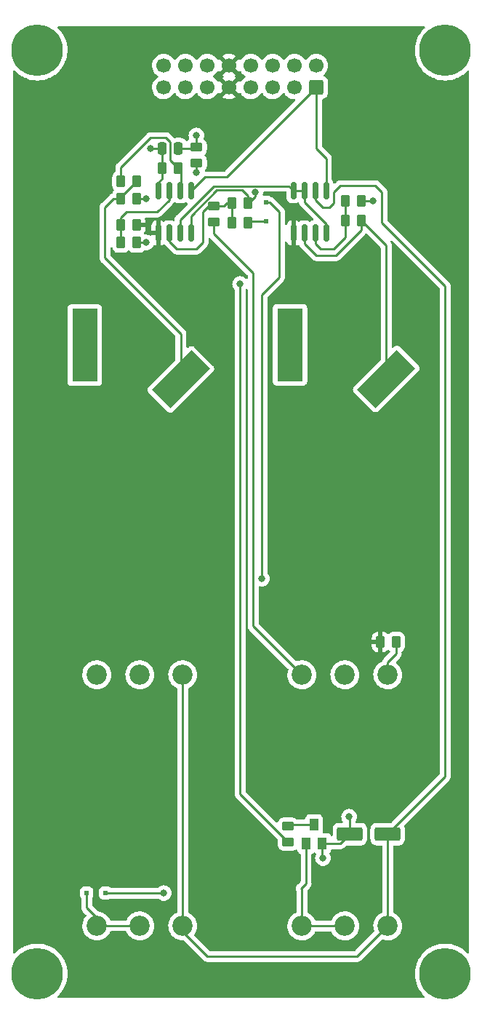
<source format=gbr>
%TF.GenerationSoftware,KiCad,Pcbnew,(6.0.0-0)*%
%TF.CreationDate,2022-11-10T22:32:44-05:00*%
%TF.ProjectId,ADSR-Generator,41445352-2d47-4656-9e65-7261746f722e,rev?*%
%TF.SameCoordinates,Original*%
%TF.FileFunction,Copper,L2,Bot*%
%TF.FilePolarity,Positive*%
%FSLAX46Y46*%
G04 Gerber Fmt 4.6, Leading zero omitted, Abs format (unit mm)*
G04 Created by KiCad (PCBNEW (6.0.0-0)) date 2022-11-10 22:32:44*
%MOMM*%
%LPD*%
G01*
G04 APERTURE LIST*
G04 Aperture macros list*
%AMRoundRect*
0 Rectangle with rounded corners*
0 $1 Rounding radius*
0 $2 $3 $4 $5 $6 $7 $8 $9 X,Y pos of 4 corners*
0 Add a 4 corners polygon primitive as box body*
4,1,4,$2,$3,$4,$5,$6,$7,$8,$9,$2,$3,0*
0 Add four circle primitives for the rounded corners*
1,1,$1+$1,$2,$3*
1,1,$1+$1,$4,$5*
1,1,$1+$1,$6,$7*
1,1,$1+$1,$8,$9*
0 Add four rect primitives between the rounded corners*
20,1,$1+$1,$2,$3,$4,$5,0*
20,1,$1+$1,$4,$5,$6,$7,0*
20,1,$1+$1,$6,$7,$8,$9,0*
20,1,$1+$1,$8,$9,$2,$3,0*%
%AMRotRect*
0 Rectangle, with rotation*
0 The origin of the aperture is its center*
0 $1 length*
0 $2 width*
0 $3 Rotation angle, in degrees counterclockwise*
0 Add horizontal line*
21,1,$1,$2,0,0,$3*%
G04 Aperture macros list end*
%TA.AperFunction,SMDPad,CuDef*%
%ADD10RoundRect,0.250000X1.250000X0.550000X-1.250000X0.550000X-1.250000X-0.550000X1.250000X-0.550000X0*%
%TD*%
%TA.AperFunction,SMDPad,CuDef*%
%ADD11RoundRect,0.250000X0.262500X0.450000X-0.262500X0.450000X-0.262500X-0.450000X0.262500X-0.450000X0*%
%TD*%
%TA.AperFunction,SMDPad,CuDef*%
%ADD12RoundRect,0.250000X-0.262500X-0.450000X0.262500X-0.450000X0.262500X0.450000X-0.262500X0.450000X0*%
%TD*%
%TA.AperFunction,SMDPad,CuDef*%
%ADD13R,0.500000X0.500000*%
%TD*%
%TA.AperFunction,SMDPad,CuDef*%
%ADD14RoundRect,0.250000X0.450000X-0.262500X0.450000X0.262500X-0.450000X0.262500X-0.450000X-0.262500X0*%
%TD*%
%TA.AperFunction,ComponentPad*%
%ADD15C,0.800000*%
%TD*%
%TA.AperFunction,ComponentPad*%
%ADD16C,6.000000*%
%TD*%
%TA.AperFunction,SMDPad,CuDef*%
%ADD17RoundRect,0.150000X-0.150000X0.825000X-0.150000X-0.825000X0.150000X-0.825000X0.150000X0.825000X0*%
%TD*%
%TA.AperFunction,ComponentPad*%
%ADD18C,2.340000*%
%TD*%
%TA.AperFunction,SMDPad,CuDef*%
%ADD19RoundRect,0.250000X-0.450000X0.262500X-0.450000X-0.262500X0.450000X-0.262500X0.450000X0.262500X0*%
%TD*%
%TA.AperFunction,SMDPad,CuDef*%
%ADD20R,1.000000X1.400000*%
%TD*%
%TA.AperFunction,ComponentPad*%
%ADD21RotRect,3.000000X6.500000X315.000000*%
%TD*%
%TA.AperFunction,ComponentPad*%
%ADD22R,3.000000X8.500000*%
%TD*%
%TA.AperFunction,ComponentPad*%
%ADD23C,1.700000*%
%TD*%
%TA.AperFunction,ComponentPad*%
%ADD24RoundRect,0.250000X0.600000X-0.600000X0.600000X0.600000X-0.600000X0.600000X-0.600000X-0.600000X0*%
%TD*%
%TA.AperFunction,SMDPad,CuDef*%
%ADD25RoundRect,0.250000X-0.250000X-0.475000X0.250000X-0.475000X0.250000X0.475000X-0.250000X0.475000X0*%
%TD*%
%TA.AperFunction,ViaPad*%
%ADD26C,0.800000*%
%TD*%
%TA.AperFunction,Conductor*%
%ADD27C,0.250000*%
%TD*%
G04 APERTURE END LIST*
D10*
%TO.P,C2,1*%
%TO.N,Net-(C2-Pad1)*%
X251120000Y-132842000D03*
%TO.P,C2,2*%
%TO.N,GND*%
X246720000Y-132842000D03*
%TD*%
D11*
%TO.P,R9,1*%
%TO.N,Net-(D1-Pad2)*%
X234846500Y-61722000D03*
%TO.P,R9,2*%
%TO.N,Net-(R10-Pad2)*%
X233021500Y-61722000D03*
%TD*%
D12*
%TO.P,R12,1*%
%TO.N,Net-(R12-Pad1)*%
X246229500Y-59182000D03*
%TO.P,R12,2*%
%TO.N,GND*%
X248054500Y-59182000D03*
%TD*%
D13*
%TO.P,D1,1,K*%
%TO.N,Net-(D1-Pad1)*%
X236982000Y-59352000D03*
%TO.P,D1,2,A*%
%TO.N,Net-(D1-Pad2)*%
X236982000Y-61552000D03*
%TD*%
D14*
%TO.P,R6,2*%
%TO.N,Net-(C1-Pad2)*%
X228854000Y-52935500D03*
%TO.P,R6,1*%
%TO.N,GND*%
X228854000Y-54760500D03*
%TD*%
D15*
%TO.P,REF\u002A\u002A,1*%
%TO.N,N/C*%
X260060000Y-149098000D03*
X259400990Y-147507010D03*
X257810000Y-146848000D03*
X259400990Y-150688990D03*
X257810000Y-151348000D03*
X255560000Y-149098000D03*
D16*
X257810000Y-149098000D03*
D15*
X256219010Y-147507010D03*
X256219010Y-150688990D03*
%TD*%
%TO.P,REF\u002A\u002A,1*%
%TO.N,N/C*%
X212562000Y-149098000D03*
X211902990Y-147507010D03*
X210312000Y-146848000D03*
X211902990Y-150688990D03*
X210312000Y-151348000D03*
X208062000Y-149098000D03*
D16*
X210312000Y-149098000D03*
D15*
X208721010Y-147507010D03*
X208721010Y-150688990D03*
%TD*%
%TO.P,REF\u002A\u002A,1*%
%TO.N,N/C*%
X260060000Y-41656000D03*
X259400990Y-40065010D03*
X257810000Y-39406000D03*
X259400990Y-43246990D03*
X257810000Y-43906000D03*
X255560000Y-41656000D03*
D16*
X257810000Y-41656000D03*
D15*
X256219010Y-40065010D03*
X256219010Y-43246990D03*
%TD*%
%TO.P,REF\u002A\u002A,1*%
%TO.N,N/C*%
X212562000Y-41656000D03*
X211902990Y-40065010D03*
X210312000Y-39406000D03*
X211902990Y-43246990D03*
X210312000Y-43906000D03*
X208062000Y-41656000D03*
D16*
X210312000Y-41656000D03*
D15*
X208721010Y-40065010D03*
X208721010Y-43246990D03*
%TD*%
D17*
%TO.P,U2,1*%
%TO.N,Net-(U1-Pad6)*%
X240157000Y-57977000D03*
%TO.P,U2,2,-*%
X241427000Y-57977000D03*
%TO.P,U2,3,+*%
%TO.N,Net-(C2-Pad1)*%
X242697000Y-57977000D03*
%TO.P,U2,4,V-*%
%TO.N,-12V*%
X243967000Y-57977000D03*
%TO.P,U2,5,+*%
%TO.N,Net-(U1-Pad6)*%
X243967000Y-62927000D03*
%TO.P,U2,6,-*%
%TO.N,Net-(R12-Pad1)*%
X242697000Y-62927000D03*
%TO.P,U2,7*%
%TO.N,ENVELOPE_OUT*%
X241427000Y-62927000D03*
%TO.P,U2,8,V+*%
%TO.N,+12V*%
X240157000Y-62927000D03*
%TD*%
%TO.P,U1,8,V+*%
%TO.N,+12V*%
X224409000Y-62927000D03*
%TO.P,U1,7*%
%TO.N,Net-(R10-Pad2)*%
X225679000Y-62927000D03*
%TO.P,U1,6,-*%
%TO.N,Net-(U1-Pad6)*%
X226949000Y-62927000D03*
%TO.P,U1,5,+*%
%TO.N,Net-(C1-Pad2)*%
X228219000Y-62927000D03*
%TO.P,U1,4,V-*%
%TO.N,-12V*%
X228219000Y-57977000D03*
%TO.P,U1,3,+*%
%TO.N,Net-(R2-Pad2)*%
X226949000Y-57977000D03*
%TO.P,U1,2,-*%
%TO.N,Net-(R3-Pad2)*%
X225679000Y-57977000D03*
%TO.P,U1,1*%
%TO.N,Net-(C1-Pad1)*%
X224409000Y-57977000D03*
%TD*%
D18*
%TO.P,RV4,3,3*%
%TO.N,Net-(D2-Pad2)*%
X217250000Y-143504000D03*
%TO.P,RV4,2,2*%
X222250000Y-143504000D03*
%TO.P,RV4,1,1*%
%TO.N,Net-(C2-Pad1)*%
X227250000Y-143504000D03*
%TD*%
%TO.P,RV3,3,3*%
%TO.N,Net-(R10-Pad1)*%
X241126000Y-114300000D03*
%TO.P,RV3,2,2*%
%TO.N,Net-(D2-Pad1)*%
X246126000Y-114300000D03*
%TO.P,RV3,1,1*%
%TO.N,Net-(R11-Pad2)*%
X251126000Y-114300000D03*
%TD*%
%TO.P,RV2,1,1*%
%TO.N,Net-(C2-Pad1)*%
X227250000Y-114294000D03*
%TO.P,RV2,2,2*%
%TO.N,Net-(D1-Pad1)*%
X222250000Y-114294000D03*
%TO.P,RV2,3,3*%
X217250000Y-114294000D03*
%TD*%
%TO.P,RV1,3,3*%
%TO.N,Net-(Q1-Pad3)*%
X241126000Y-143510000D03*
%TO.P,RV1,2,2*%
X246126000Y-143510000D03*
%TO.P,RV1,1,1*%
%TO.N,Net-(C2-Pad1)*%
X251126000Y-143510000D03*
%TD*%
D11*
%TO.P,R13,1*%
%TO.N,ENVELOPE_OUT*%
X248054500Y-61468000D03*
%TO.P,R13,2*%
%TO.N,Net-(R12-Pad1)*%
X246229500Y-61468000D03*
%TD*%
D12*
%TO.P,R11,1*%
%TO.N,+12V*%
X250293500Y-110490000D03*
%TO.P,R11,2*%
%TO.N,Net-(R11-Pad2)*%
X252118500Y-110490000D03*
%TD*%
D14*
%TO.P,R10,1*%
%TO.N,Net-(R10-Pad1)*%
X230886000Y-61618500D03*
%TO.P,R10,2*%
%TO.N,Net-(R10-Pad2)*%
X230886000Y-59793500D03*
%TD*%
D19*
%TO.P,R8,1*%
%TO.N,Net-(Q1-Pad2)*%
X239522000Y-131929500D03*
%TO.P,R8,2*%
%TO.N,Net-(C1-Pad1)*%
X239522000Y-133754500D03*
%TD*%
D12*
%TO.P,R7,1*%
%TO.N,Net-(R10-Pad2)*%
X233021500Y-59436000D03*
%TO.P,R7,2*%
%TO.N,Net-(C1-Pad2)*%
X234846500Y-59436000D03*
%TD*%
D11*
%TO.P,R5,2*%
%TO.N,Net-(C1-Pad1)*%
X224893500Y-55372000D03*
%TO.P,R5,1*%
%TO.N,Net-(R2-Pad2)*%
X226718500Y-55372000D03*
%TD*%
D12*
%TO.P,R4,2*%
%TO.N,+12V*%
X221892500Y-61976000D03*
%TO.P,R4,1*%
%TO.N,Net-(R3-Pad2)*%
X220067500Y-61976000D03*
%TD*%
D11*
%TO.P,R3,2*%
%TO.N,Net-(R3-Pad2)*%
X220067500Y-64008000D03*
%TO.P,R3,1*%
%TO.N,GND*%
X221892500Y-64008000D03*
%TD*%
%TO.P,R2,2*%
%TO.N,Net-(R2-Pad2)*%
X220067500Y-56896000D03*
%TO.P,R2,1*%
%TO.N,GATE*%
X221892500Y-56896000D03*
%TD*%
D12*
%TO.P,R1,2*%
%TO.N,GND*%
X221892500Y-58928000D03*
%TO.P,R1,1*%
%TO.N,GATE*%
X220067500Y-58928000D03*
%TD*%
D20*
%TO.P,Q1,1,C*%
%TO.N,GND*%
X243520000Y-133942000D03*
%TO.P,Q1,2,B*%
%TO.N,Net-(Q1-Pad2)*%
X242570000Y-131742000D03*
%TO.P,Q1,3,E*%
%TO.N,Net-(Q1-Pad3)*%
X241620000Y-133942000D03*
%TD*%
D21*
%TO.P,J3,1,Pin_1*%
%TO.N,ENVELOPE_OUT*%
X250949000Y-79899000D03*
D22*
%TO.P,J3,*%
%TO.N,*%
X239739000Y-75917000D03*
%TD*%
D21*
%TO.P,J2,1,Pin_1*%
%TO.N,GATE*%
X227048000Y-79929000D03*
D22*
%TO.P,J2,*%
%TO.N,*%
X215838000Y-75947000D03*
%TD*%
D23*
%TO.P,J1,16,Pin_16*%
%TO.N,unconnected-(J1-Pad16)*%
X225044000Y-43434000D03*
%TO.P,J1,14,Pin_14*%
%TO.N,unconnected-(J1-Pad14)*%
X227584000Y-43434000D03*
%TO.P,J1,12,Pin_12*%
%TO.N,unconnected-(J1-Pad12)*%
X230124000Y-43434000D03*
%TO.P,J1,10,Pin_10*%
%TO.N,+12V*%
X232664000Y-43434000D03*
%TO.P,J1,8,Pin_8*%
%TO.N,GND*%
X235204000Y-43434000D03*
%TO.P,J1,6,Pin_6*%
X237744000Y-43434000D03*
%TO.P,J1,4,Pin_4*%
X240284000Y-43434000D03*
%TO.P,J1,2,Pin_2*%
%TO.N,-12V*%
X242824000Y-43434000D03*
%TO.P,J1,15,Pin_15*%
%TO.N,unconnected-(J1-Pad15)*%
X225044000Y-45974000D03*
%TO.P,J1,13,Pin_13*%
%TO.N,unconnected-(J1-Pad13)*%
X227584000Y-45974000D03*
%TO.P,J1,11,Pin_11*%
%TO.N,unconnected-(J1-Pad11)*%
X230124000Y-45974000D03*
%TO.P,J1,9,Pin_9*%
%TO.N,+12V*%
X232664000Y-45974000D03*
%TO.P,J1,7,Pin_7*%
%TO.N,GND*%
X235204000Y-45974000D03*
%TO.P,J1,5,Pin_5*%
X237744000Y-45974000D03*
%TO.P,J1,3,Pin_3*%
X240284000Y-45974000D03*
D24*
%TO.P,J1,1,Pin_1*%
%TO.N,-12V*%
X242824000Y-45974000D03*
%TD*%
D13*
%TO.P,D2,1,K*%
%TO.N,Net-(D2-Pad1)*%
X218270000Y-139700000D03*
%TO.P,D2,2,A*%
%TO.N,Net-(D2-Pad2)*%
X216070000Y-139700000D03*
%TD*%
D25*
%TO.P,C1,2*%
%TO.N,Net-(C1-Pad2)*%
X226756000Y-53086000D03*
%TO.P,C1,1*%
%TO.N,Net-(C1-Pad1)*%
X224856000Y-53086000D03*
%TD*%
D26*
%TO.N,Net-(D1-Pad1)*%
X236474000Y-103124000D03*
%TO.N,Net-(C1-Pad1)*%
X223520000Y-53086000D03*
X233934000Y-68834000D03*
%TO.N,GND*%
X246634000Y-130810000D03*
X243586000Y-135636000D03*
%TO.N,Net-(D2-Pad1)*%
X225044000Y-139700000D03*
%TO.N,GND*%
X249428000Y-59182000D03*
%TO.N,Net-(C1-Pad2)*%
X235712000Y-58166000D03*
X228854000Y-51562000D03*
%TO.N,GND*%
X223012000Y-64008000D03*
X223012000Y-58928000D03*
X228854000Y-55880000D03*
%TD*%
D27*
%TO.N,ENVELOPE_OUT*%
X250949000Y-79899000D02*
X250949000Y-64362500D01*
X250949000Y-64362500D02*
X248054500Y-61468000D01*
%TO.N,GATE*%
X220067500Y-58928000D02*
X219202000Y-58928000D01*
X219202000Y-58928000D02*
X218186000Y-59944000D01*
X218186000Y-59944000D02*
X218186000Y-65786000D01*
X218186000Y-65786000D02*
X227048000Y-74648000D01*
X227048000Y-74648000D02*
X227048000Y-79929000D01*
%TO.N,Net-(D1-Pad1)*%
X236982000Y-59352000D02*
X237406000Y-59352000D01*
X238506000Y-68072000D02*
X236728000Y-69850000D01*
X236728000Y-69850000D02*
X236474000Y-70104000D01*
X237406000Y-59352000D02*
X237744000Y-59690000D01*
X237744000Y-59690000D02*
X238506000Y-60452000D01*
X238506000Y-62230000D02*
X238506000Y-68072000D01*
X238506000Y-60452000D02*
X238506000Y-62230000D01*
X236474000Y-70104000D02*
X236474000Y-103124000D01*
%TO.N,Net-(R10-Pad1)*%
X241126000Y-114300000D02*
X235458000Y-108632000D01*
X235458000Y-108632000D02*
X235458000Y-67564000D01*
X230886000Y-62992000D02*
X230886000Y-61618500D01*
X235458000Y-67564000D02*
X230886000Y-62992000D01*
%TO.N,Net-(C1-Pad1)*%
X239522000Y-133754500D02*
X233934000Y-128166500D01*
X233934000Y-128166500D02*
X233934000Y-68834000D01*
%TO.N,Net-(R11-Pad2)*%
X251126000Y-114300000D02*
X251126000Y-112856000D01*
X252118500Y-111863500D02*
X252118500Y-110490000D01*
X251126000Y-112856000D02*
X252118500Y-111863500D01*
%TO.N,-12V*%
X228219000Y-57977000D02*
X229808000Y-56388000D01*
X229808000Y-56388000D02*
X232410000Y-56388000D01*
X232410000Y-56388000D02*
X242824000Y-45974000D01*
%TO.N,Net-(C1-Pad1)*%
X223520000Y-53086000D02*
X224856000Y-53086000D01*
%TO.N,GND*%
X246720000Y-132842000D02*
X246720000Y-130896000D01*
X246720000Y-130896000D02*
X246634000Y-130810000D01*
X243520000Y-133942000D02*
X243520000Y-135570000D01*
X243520000Y-135570000D02*
X243586000Y-135636000D01*
X243520000Y-133942000D02*
X245620000Y-133942000D01*
X245620000Y-133942000D02*
X246720000Y-132842000D01*
%TO.N,Net-(Q1-Pad2)*%
X239522000Y-131929500D02*
X239709500Y-131742000D01*
X239709500Y-131742000D02*
X242570000Y-131742000D01*
%TO.N,Net-(Q1-Pad3)*%
X241620000Y-133942000D02*
X241620000Y-138618000D01*
X241620000Y-138618000D02*
X241046000Y-139192000D01*
X241046000Y-139192000D02*
X241126000Y-139272000D01*
X241126000Y-139272000D02*
X241126000Y-143510000D01*
%TO.N,Net-(D2-Pad1)*%
X218270000Y-139700000D02*
X225044000Y-139700000D01*
%TO.N,Net-(D2-Pad2)*%
X217250000Y-143504000D02*
X217250000Y-142574000D01*
X217250000Y-142574000D02*
X216070000Y-141394000D01*
X216070000Y-141394000D02*
X216070000Y-139700000D01*
X222250000Y-143504000D02*
X217250000Y-143504000D01*
%TO.N,Net-(Q1-Pad3)*%
X246126000Y-143510000D02*
X241126000Y-143510000D01*
%TO.N,Net-(C2-Pad1)*%
X227250000Y-143504000D02*
X227250000Y-114294000D01*
X251126000Y-143510000D02*
X247570000Y-147066000D01*
X230124000Y-147066000D02*
X227250000Y-144192000D01*
X247570000Y-147066000D02*
X230124000Y-147066000D01*
X227250000Y-144192000D02*
X227250000Y-143504000D01*
X251120000Y-132842000D02*
X251126000Y-132848000D01*
X251126000Y-132848000D02*
X251126000Y-143510000D01*
X242697000Y-57977000D02*
X242697000Y-59055000D01*
X242697000Y-59055000D02*
X243586000Y-59944000D01*
X243586000Y-59944000D02*
X244348000Y-59944000D01*
X244348000Y-59944000D02*
X244856000Y-59436000D01*
X244856000Y-59436000D02*
X244856000Y-58166000D01*
X257810000Y-126152000D02*
X251120000Y-132842000D01*
X244856000Y-58166000D02*
X245618000Y-57404000D01*
X245618000Y-57404000D02*
X249682000Y-57404000D01*
X249682000Y-57404000D02*
X250444000Y-58166000D01*
X257810000Y-69088000D02*
X257810000Y-126152000D01*
X250444000Y-58166000D02*
X250444000Y-61722000D01*
X250444000Y-61722000D02*
X257810000Y-69088000D01*
%TO.N,-12V*%
X243967000Y-57977000D02*
X243967000Y-54229000D01*
X243967000Y-54229000D02*
X242824000Y-53086000D01*
X242824000Y-53086000D02*
X242824000Y-45974000D01*
%TO.N,GND*%
X248054500Y-59182000D02*
X249428000Y-59182000D01*
%TO.N,ENVELOPE_OUT*%
X248054500Y-61468000D02*
X248054500Y-62587500D01*
X248054500Y-62587500D02*
X245110000Y-65532000D01*
X245110000Y-65532000D02*
X242824000Y-65532000D01*
X242824000Y-65532000D02*
X241427000Y-64135000D01*
X241427000Y-64135000D02*
X241427000Y-62927000D01*
%TO.N,Net-(R12-Pad1)*%
X246229500Y-61468000D02*
X246229500Y-63396500D01*
X246229500Y-63396500D02*
X244856000Y-64770000D01*
X243332000Y-64770000D02*
X242697000Y-64135000D01*
X244856000Y-64770000D02*
X243332000Y-64770000D01*
X242697000Y-64135000D02*
X242697000Y-62927000D01*
X246229500Y-61468000D02*
X246229500Y-59182000D01*
%TO.N,Net-(U1-Pad6)*%
X241427000Y-57977000D02*
X241427000Y-59309000D01*
X243967000Y-61849000D02*
X243967000Y-62927000D01*
X241427000Y-59309000D02*
X243967000Y-61849000D01*
%TO.N,Net-(D1-Pad2)*%
X234846500Y-61722000D02*
X235016500Y-61552000D01*
X235016500Y-61552000D02*
X236982000Y-61552000D01*
%TO.N,Net-(U1-Pad6)*%
X226949000Y-61341000D02*
X230848501Y-57441499D01*
%TO.N,Net-(C1-Pad2)*%
X234846500Y-59436000D02*
X234950000Y-59436000D01*
%TO.N,Net-(U1-Pad6)*%
X239621499Y-57441499D02*
X240157000Y-57977000D01*
%TO.N,Net-(C1-Pad2)*%
X234950000Y-59436000D02*
X235458000Y-58928000D01*
X235458000Y-58928000D02*
X235712000Y-58674000D01*
%TO.N,Net-(U1-Pad6)*%
X226949000Y-62927000D02*
X226949000Y-61341000D01*
%TO.N,Net-(C1-Pad2)*%
X228854000Y-51562000D02*
X228854000Y-52935500D01*
%TO.N,Net-(U1-Pad6)*%
X230848501Y-57441499D02*
X239621499Y-57441499D01*
%TO.N,Net-(C1-Pad2)*%
X235712000Y-58674000D02*
X235712000Y-58166000D01*
X234846500Y-59436000D02*
X234846500Y-58570500D01*
X234846500Y-58570500D02*
X234188000Y-57912000D01*
X234188000Y-57912000D02*
X231242507Y-57912000D01*
X231242507Y-57912000D02*
X228219000Y-60935507D01*
X228219000Y-60935507D02*
X228219000Y-62927000D01*
%TO.N,Net-(U1-Pad6)*%
X241427000Y-57977000D02*
X240157000Y-57977000D01*
%TO.N,Net-(R10-Pad2)*%
X233021500Y-59436000D02*
X232410000Y-59436000D01*
X232410000Y-59436000D02*
X232052500Y-59793500D01*
X232052500Y-59793500D02*
X230886000Y-59793500D01*
X225679000Y-62927000D02*
X225679000Y-63881000D01*
X226568000Y-64770000D02*
X228854000Y-64770000D01*
X230274500Y-59793500D02*
X230886000Y-59793500D01*
X225679000Y-63881000D02*
X226568000Y-64770000D01*
X228854000Y-64770000D02*
X229616000Y-64008000D01*
X229616000Y-64008000D02*
X229616000Y-60452000D01*
X229616000Y-60452000D02*
X230274500Y-59793500D01*
X233021500Y-61722000D02*
X233021500Y-59436000D01*
%TO.N,GATE*%
X220067500Y-58928000D02*
X220067500Y-58721000D01*
X220067500Y-58721000D02*
X221892500Y-56896000D01*
%TO.N,Net-(R3-Pad2)*%
X220067500Y-61976000D02*
X220067500Y-61110500D01*
X220067500Y-61110500D02*
X220726000Y-60452000D01*
X220726000Y-60452000D02*
X224282000Y-60452000D01*
X224282000Y-60452000D02*
X225679000Y-59055000D01*
X225679000Y-59055000D02*
X225679000Y-57977000D01*
%TO.N,Net-(R2-Pad2)*%
X220067500Y-56896000D02*
X220067500Y-55268500D01*
%TO.N,Net-(R3-Pad2)*%
X220067500Y-64008000D02*
X220067500Y-61976000D01*
%TO.N,GND*%
X221892500Y-64008000D02*
X223012000Y-64008000D01*
X221892500Y-58928000D02*
X223012000Y-58928000D01*
%TO.N,Net-(R2-Pad2)*%
X226718500Y-55372000D02*
X225806000Y-54459500D01*
X225806000Y-54459500D02*
X225806000Y-52324000D01*
X225298000Y-51816000D02*
X223520000Y-51816000D01*
X225806000Y-52324000D02*
X225298000Y-51816000D01*
X223520000Y-51816000D02*
X220067500Y-55268500D01*
X226718500Y-55372000D02*
X226822000Y-55372000D01*
X226822000Y-55372000D02*
X227076000Y-55626000D01*
X227076000Y-57850000D02*
X226949000Y-57977000D01*
X227076000Y-55626000D02*
X227076000Y-57850000D01*
%TO.N,GND*%
X228854000Y-54760500D02*
X228854000Y-55880000D01*
%TO.N,Net-(C1-Pad2)*%
X226756000Y-53086000D02*
X228703500Y-53086000D01*
X228703500Y-53086000D02*
X228854000Y-52935500D01*
%TO.N,Net-(C1-Pad1)*%
X224856000Y-53086000D02*
X224856000Y-55334500D01*
X224856000Y-55334500D02*
X224893500Y-55372000D01*
X224409000Y-57977000D02*
X224409000Y-57023000D01*
X224409000Y-57023000D02*
X224893500Y-56538500D01*
X224893500Y-56538500D02*
X224893500Y-55372000D01*
%TD*%
%TA.AperFunction,Conductor*%
%TO.N,+12V*%
G36*
X255406162Y-38882002D02*
G01*
X255452655Y-38935658D01*
X255462759Y-39005932D01*
X255433265Y-39070512D01*
X255427136Y-39077095D01*
X255199098Y-39305133D01*
X254967668Y-39590925D01*
X254767380Y-39899343D01*
X254600427Y-40227006D01*
X254468639Y-40570326D01*
X254373459Y-40925541D01*
X254315931Y-41288759D01*
X254296685Y-41656000D01*
X254315931Y-42023241D01*
X254316444Y-42026481D01*
X254316445Y-42026489D01*
X254340086Y-42175750D01*
X254373459Y-42386459D01*
X254468639Y-42741674D01*
X254469824Y-42744762D01*
X254469825Y-42744764D01*
X254519902Y-42875218D01*
X254600427Y-43084994D01*
X254601925Y-43087934D01*
X254758670Y-43395562D01*
X254767380Y-43412657D01*
X254769176Y-43415423D01*
X254769178Y-43415426D01*
X254824484Y-43500590D01*
X254967668Y-43721075D01*
X255199098Y-44006867D01*
X255459133Y-44266902D01*
X255744925Y-44498332D01*
X255819056Y-44546473D01*
X256020320Y-44677175D01*
X256053342Y-44698620D01*
X256056276Y-44700115D01*
X256056283Y-44700119D01*
X256334349Y-44841800D01*
X256381006Y-44865573D01*
X256488740Y-44906928D01*
X256671417Y-44977051D01*
X256724326Y-44997361D01*
X257079541Y-45092541D01*
X257272558Y-45123112D01*
X257439511Y-45149555D01*
X257439519Y-45149556D01*
X257442759Y-45150069D01*
X257810000Y-45169315D01*
X258177241Y-45150069D01*
X258180481Y-45149556D01*
X258180489Y-45149555D01*
X258347442Y-45123112D01*
X258540459Y-45092541D01*
X258895674Y-44997361D01*
X258948584Y-44977051D01*
X259131260Y-44906928D01*
X259238994Y-44865573D01*
X259285651Y-44841800D01*
X259563717Y-44700119D01*
X259563724Y-44700115D01*
X259566658Y-44698620D01*
X259599681Y-44677175D01*
X259800944Y-44546473D01*
X259875075Y-44498332D01*
X260160867Y-44266902D01*
X260388905Y-44038864D01*
X260451217Y-44004838D01*
X260522032Y-44009903D01*
X260578868Y-44052450D01*
X260603679Y-44118970D01*
X260604000Y-44127959D01*
X260604000Y-146626041D01*
X260583998Y-146694162D01*
X260530342Y-146740655D01*
X260460068Y-146750759D01*
X260395488Y-146721265D01*
X260388905Y-146715136D01*
X260160867Y-146487098D01*
X259875075Y-146255668D01*
X259566658Y-146055380D01*
X259563724Y-146053885D01*
X259563717Y-146053881D01*
X259241934Y-145889925D01*
X259238994Y-145888427D01*
X258895674Y-145756639D01*
X258540459Y-145661459D01*
X258347442Y-145630888D01*
X258180489Y-145604445D01*
X258180481Y-145604444D01*
X258177241Y-145603931D01*
X257810000Y-145584685D01*
X257442759Y-145603931D01*
X257439519Y-145604444D01*
X257439511Y-145604445D01*
X257272558Y-145630888D01*
X257079541Y-145661459D01*
X256724326Y-145756639D01*
X256381006Y-145888427D01*
X256378066Y-145889925D01*
X256056284Y-146053881D01*
X256056277Y-146053885D01*
X256053343Y-146055380D01*
X255744925Y-146255668D01*
X255459133Y-146487098D01*
X255199098Y-146747133D01*
X254967668Y-147032925D01*
X254767380Y-147341343D01*
X254765885Y-147344277D01*
X254765881Y-147344284D01*
X254633957Y-147603199D01*
X254600427Y-147669006D01*
X254468639Y-148012326D01*
X254373459Y-148367541D01*
X254315931Y-148730759D01*
X254296685Y-149098000D01*
X254315931Y-149465241D01*
X254373459Y-149828459D01*
X254468639Y-150183674D01*
X254600427Y-150526994D01*
X254767380Y-150854657D01*
X254967668Y-151163075D01*
X255199098Y-151448867D01*
X255427136Y-151676905D01*
X255461162Y-151739217D01*
X255456097Y-151810032D01*
X255413550Y-151866868D01*
X255347030Y-151891679D01*
X255338041Y-151892000D01*
X212783959Y-151892000D01*
X212715838Y-151871998D01*
X212669345Y-151818342D01*
X212659241Y-151748068D01*
X212688735Y-151683488D01*
X212694864Y-151676905D01*
X212922902Y-151448867D01*
X213154332Y-151163075D01*
X213354620Y-150854657D01*
X213521573Y-150526994D01*
X213653361Y-150183674D01*
X213748541Y-149828459D01*
X213806069Y-149465241D01*
X213825315Y-149098000D01*
X213806069Y-148730759D01*
X213748541Y-148367541D01*
X213653361Y-148012326D01*
X213521573Y-147669006D01*
X213488043Y-147603199D01*
X213356119Y-147344284D01*
X213356115Y-147344277D01*
X213354620Y-147341343D01*
X213154332Y-147032925D01*
X212922902Y-146747133D01*
X212662867Y-146487098D01*
X212377075Y-146255668D01*
X212068658Y-146055380D01*
X212065724Y-146053885D01*
X212065717Y-146053881D01*
X211743934Y-145889925D01*
X211740994Y-145888427D01*
X211397674Y-145756639D01*
X211042459Y-145661459D01*
X210849442Y-145630888D01*
X210682489Y-145604445D01*
X210682481Y-145604444D01*
X210679241Y-145603931D01*
X210312000Y-145584685D01*
X209944759Y-145603931D01*
X209941519Y-145604444D01*
X209941511Y-145604445D01*
X209774558Y-145630888D01*
X209581541Y-145661459D01*
X209226326Y-145756639D01*
X208883006Y-145888427D01*
X208880066Y-145889925D01*
X208558284Y-146053881D01*
X208558277Y-146053885D01*
X208555343Y-146055380D01*
X208246925Y-146255668D01*
X207961133Y-146487098D01*
X207733095Y-146715136D01*
X207670783Y-146749162D01*
X207599968Y-146744097D01*
X207543132Y-146701550D01*
X207518321Y-146635030D01*
X207518000Y-146626041D01*
X207518000Y-139998134D01*
X215311500Y-139998134D01*
X215318255Y-140060316D01*
X215369385Y-140196705D01*
X215374770Y-140203890D01*
X215374771Y-140203892D01*
X215411326Y-140252667D01*
X215436174Y-140319174D01*
X215436500Y-140328232D01*
X215436500Y-141315233D01*
X215435973Y-141326416D01*
X215434298Y-141333909D01*
X215434547Y-141341835D01*
X215434547Y-141341836D01*
X215436438Y-141401986D01*
X215436500Y-141405945D01*
X215436500Y-141433856D01*
X215436997Y-141437790D01*
X215436997Y-141437791D01*
X215437005Y-141437856D01*
X215437938Y-141449693D01*
X215439327Y-141493889D01*
X215444978Y-141513339D01*
X215448987Y-141532700D01*
X215451526Y-141552797D01*
X215454445Y-141560168D01*
X215454445Y-141560170D01*
X215467804Y-141593912D01*
X215471649Y-141605142D01*
X215483982Y-141647593D01*
X215488015Y-141654412D01*
X215488017Y-141654417D01*
X215494293Y-141665028D01*
X215502988Y-141682776D01*
X215510448Y-141701617D01*
X215515110Y-141708033D01*
X215515110Y-141708034D01*
X215536436Y-141737387D01*
X215542952Y-141747307D01*
X215565458Y-141785362D01*
X215579779Y-141799683D01*
X215592619Y-141814716D01*
X215604528Y-141831107D01*
X215610632Y-141836157D01*
X215610637Y-141836162D01*
X215638598Y-141859293D01*
X215647379Y-141867283D01*
X215992263Y-142212168D01*
X216026288Y-142274480D01*
X216021223Y-142345296D01*
X216000041Y-142381832D01*
X215879675Y-142526557D01*
X215750252Y-142739840D01*
X215748443Y-142744154D01*
X215748442Y-142744156D01*
X215692946Y-142876500D01*
X215653775Y-142969911D01*
X215652624Y-142974443D01*
X215652623Y-142974446D01*
X215622138Y-143094483D01*
X215592365Y-143211714D01*
X215567370Y-143459939D01*
X215567594Y-143464606D01*
X215567594Y-143464611D01*
X215569335Y-143500851D01*
X215579339Y-143709131D01*
X215628010Y-143953818D01*
X215712314Y-144188622D01*
X215830398Y-144408386D01*
X215833193Y-144412130D01*
X215833195Y-144412132D01*
X215901694Y-144503863D01*
X215979668Y-144608283D01*
X216156844Y-144783921D01*
X216160606Y-144786679D01*
X216160609Y-144786682D01*
X216350265Y-144925742D01*
X216358036Y-144931440D01*
X216362171Y-144933616D01*
X216362175Y-144933618D01*
X216478009Y-144994561D01*
X216578823Y-145047602D01*
X216814354Y-145129853D01*
X216818947Y-145130725D01*
X217054867Y-145175516D01*
X217054870Y-145175516D01*
X217059456Y-145176387D01*
X217184099Y-145181284D01*
X217304075Y-145185999D01*
X217304081Y-145185999D01*
X217308743Y-145186182D01*
X217406134Y-145175516D01*
X217552087Y-145159532D01*
X217552092Y-145159531D01*
X217556740Y-145159022D01*
X217650598Y-145134311D01*
X217793476Y-145096694D01*
X217793478Y-145096693D01*
X217797999Y-145095503D01*
X217891935Y-145055145D01*
X218022924Y-144998868D01*
X218022926Y-144998867D01*
X218027218Y-144997023D01*
X218137667Y-144928675D01*
X218235391Y-144868202D01*
X218235395Y-144868199D01*
X218239364Y-144865743D01*
X218325667Y-144792682D01*
X218426209Y-144707567D01*
X218426210Y-144707566D01*
X218429775Y-144704548D01*
X218506054Y-144617569D01*
X218591187Y-144520494D01*
X218591191Y-144520489D01*
X218594269Y-144516979D01*
X218600923Y-144506635D01*
X218726703Y-144311087D01*
X218729231Y-144307157D01*
X218768679Y-144219587D01*
X218772209Y-144211750D01*
X218818424Y-144157855D01*
X218887091Y-144137500D01*
X220609511Y-144137500D01*
X220677632Y-144157502D01*
X220720502Y-144203861D01*
X220830398Y-144408386D01*
X220833193Y-144412130D01*
X220833195Y-144412132D01*
X220901694Y-144503863D01*
X220979668Y-144608283D01*
X221156844Y-144783921D01*
X221160606Y-144786679D01*
X221160609Y-144786682D01*
X221350265Y-144925742D01*
X221358036Y-144931440D01*
X221362171Y-144933616D01*
X221362175Y-144933618D01*
X221478009Y-144994561D01*
X221578823Y-145047602D01*
X221814354Y-145129853D01*
X221818947Y-145130725D01*
X222054867Y-145175516D01*
X222054870Y-145175516D01*
X222059456Y-145176387D01*
X222184099Y-145181284D01*
X222304075Y-145185999D01*
X222304081Y-145185999D01*
X222308743Y-145186182D01*
X222406134Y-145175516D01*
X222552087Y-145159532D01*
X222552092Y-145159531D01*
X222556740Y-145159022D01*
X222650598Y-145134311D01*
X222793476Y-145096694D01*
X222793478Y-145096693D01*
X222797999Y-145095503D01*
X222891935Y-145055145D01*
X223022924Y-144998868D01*
X223022926Y-144998867D01*
X223027218Y-144997023D01*
X223137667Y-144928675D01*
X223235391Y-144868202D01*
X223235395Y-144868199D01*
X223239364Y-144865743D01*
X223325667Y-144792682D01*
X223426209Y-144707567D01*
X223426210Y-144707566D01*
X223429775Y-144704548D01*
X223506054Y-144617569D01*
X223591187Y-144520494D01*
X223591191Y-144520489D01*
X223594269Y-144516979D01*
X223600923Y-144506635D01*
X223726703Y-144311087D01*
X223729231Y-144307157D01*
X223831697Y-144079691D01*
X223865505Y-143959818D01*
X223898146Y-143844082D01*
X223898147Y-143844079D01*
X223899416Y-143839578D01*
X223930900Y-143592092D01*
X223933207Y-143504000D01*
X223914718Y-143255206D01*
X223859659Y-143011878D01*
X223845672Y-142975911D01*
X223770931Y-142783714D01*
X223770930Y-142783711D01*
X223769238Y-142779361D01*
X223747793Y-142741839D01*
X223723285Y-142698959D01*
X223645442Y-142562763D01*
X223490990Y-142366842D01*
X223309276Y-142195902D01*
X223193160Y-142115350D01*
X223108130Y-142056362D01*
X223108125Y-142056359D01*
X223104292Y-142053700D01*
X223100110Y-142051637D01*
X223100102Y-142051633D01*
X222884728Y-141945423D01*
X222884725Y-141945422D01*
X222880540Y-141943358D01*
X222642937Y-141867300D01*
X222638330Y-141866550D01*
X222638327Y-141866549D01*
X222413869Y-141829994D01*
X222396701Y-141827198D01*
X222275753Y-141825615D01*
X222151920Y-141823994D01*
X222151917Y-141823994D01*
X222147243Y-141823933D01*
X221900042Y-141857575D01*
X221895556Y-141858883D01*
X221895554Y-141858883D01*
X221847032Y-141873026D01*
X221660528Y-141927387D01*
X221433965Y-142031834D01*
X221420904Y-142040397D01*
X221229242Y-142166056D01*
X221229237Y-142166060D01*
X221225329Y-142168622D01*
X221039202Y-142334746D01*
X220879675Y-142526557D01*
X220814963Y-142633199D01*
X220752680Y-142735839D01*
X220750252Y-142739840D01*
X220729340Y-142789711D01*
X220727866Y-142793225D01*
X220683078Y-142848311D01*
X220611669Y-142870500D01*
X218890873Y-142870500D01*
X218822752Y-142850498D01*
X218776259Y-142796842D01*
X218773439Y-142790165D01*
X218773264Y-142789714D01*
X218769238Y-142779361D01*
X218747793Y-142741839D01*
X218723285Y-142698959D01*
X218645442Y-142562763D01*
X218490990Y-142366842D01*
X218309276Y-142195902D01*
X218193160Y-142115350D01*
X218108130Y-142056362D01*
X218108125Y-142056359D01*
X218104292Y-142053700D01*
X218100110Y-142051637D01*
X218100102Y-142051633D01*
X217884728Y-141945423D01*
X217884725Y-141945422D01*
X217880540Y-141943358D01*
X217642937Y-141867300D01*
X217439677Y-141834197D01*
X217370834Y-141798930D01*
X216740404Y-141168499D01*
X216706379Y-141106187D01*
X216703500Y-141079404D01*
X216703500Y-140328232D01*
X216723502Y-140260111D01*
X216728674Y-140252667D01*
X216765229Y-140203892D01*
X216765230Y-140203890D01*
X216770615Y-140196705D01*
X216821745Y-140060316D01*
X216828500Y-139998134D01*
X217511500Y-139998134D01*
X217518255Y-140060316D01*
X217569385Y-140196705D01*
X217656739Y-140313261D01*
X217773295Y-140400615D01*
X217909684Y-140451745D01*
X217971866Y-140458500D01*
X218568134Y-140458500D01*
X218630316Y-140451745D01*
X218766705Y-140400615D01*
X218773890Y-140395230D01*
X218773892Y-140395229D01*
X218822667Y-140358674D01*
X218889174Y-140333826D01*
X218898232Y-140333500D01*
X224335800Y-140333500D01*
X224403921Y-140353502D01*
X224423147Y-140369843D01*
X224423420Y-140369540D01*
X224428332Y-140373963D01*
X224432747Y-140378866D01*
X224587248Y-140491118D01*
X224593276Y-140493802D01*
X224593278Y-140493803D01*
X224755681Y-140566109D01*
X224761712Y-140568794D01*
X224855113Y-140588647D01*
X224942056Y-140607128D01*
X224942061Y-140607128D01*
X224948513Y-140608500D01*
X225139487Y-140608500D01*
X225145939Y-140607128D01*
X225145944Y-140607128D01*
X225232887Y-140588647D01*
X225326288Y-140568794D01*
X225332319Y-140566109D01*
X225494722Y-140493803D01*
X225494724Y-140493802D01*
X225500752Y-140491118D01*
X225655253Y-140378866D01*
X225738639Y-140286256D01*
X225778621Y-140241852D01*
X225778622Y-140241851D01*
X225783040Y-140236944D01*
X225878527Y-140071556D01*
X225937542Y-139889928D01*
X225957504Y-139700000D01*
X225937542Y-139510072D01*
X225878527Y-139328444D01*
X225783040Y-139163056D01*
X225773129Y-139152048D01*
X225659675Y-139026045D01*
X225659674Y-139026044D01*
X225655253Y-139021134D01*
X225500752Y-138908882D01*
X225494724Y-138906198D01*
X225494722Y-138906197D01*
X225332319Y-138833891D01*
X225332318Y-138833891D01*
X225326288Y-138831206D01*
X225232888Y-138811353D01*
X225145944Y-138792872D01*
X225145939Y-138792872D01*
X225139487Y-138791500D01*
X224948513Y-138791500D01*
X224942061Y-138792872D01*
X224942056Y-138792872D01*
X224855112Y-138811353D01*
X224761712Y-138831206D01*
X224755682Y-138833891D01*
X224755681Y-138833891D01*
X224593278Y-138906197D01*
X224593276Y-138906198D01*
X224587248Y-138908882D01*
X224432747Y-139021134D01*
X224428332Y-139026037D01*
X224423420Y-139030460D01*
X224422295Y-139029211D01*
X224368986Y-139062051D01*
X224335800Y-139066500D01*
X218898232Y-139066500D01*
X218830111Y-139046498D01*
X218822667Y-139041326D01*
X218773892Y-139004771D01*
X218773890Y-139004770D01*
X218766705Y-138999385D01*
X218630316Y-138948255D01*
X218568134Y-138941500D01*
X217971866Y-138941500D01*
X217909684Y-138948255D01*
X217773295Y-138999385D01*
X217656739Y-139086739D01*
X217569385Y-139203295D01*
X217518255Y-139339684D01*
X217511500Y-139401866D01*
X217511500Y-139998134D01*
X216828500Y-139998134D01*
X216828500Y-139401866D01*
X216821745Y-139339684D01*
X216770615Y-139203295D01*
X216683261Y-139086739D01*
X216566705Y-138999385D01*
X216430316Y-138948255D01*
X216368134Y-138941500D01*
X215771866Y-138941500D01*
X215709684Y-138948255D01*
X215573295Y-138999385D01*
X215456739Y-139086739D01*
X215369385Y-139203295D01*
X215318255Y-139339684D01*
X215311500Y-139401866D01*
X215311500Y-139998134D01*
X207518000Y-139998134D01*
X207518000Y-114249939D01*
X215567370Y-114249939D01*
X215567594Y-114254606D01*
X215567594Y-114254611D01*
X215569335Y-114290851D01*
X215579339Y-114499131D01*
X215628010Y-114743818D01*
X215712314Y-114978622D01*
X215830398Y-115198386D01*
X215833193Y-115202130D01*
X215833195Y-115202132D01*
X215901694Y-115293863D01*
X215979668Y-115398283D01*
X216156844Y-115573921D01*
X216160606Y-115576679D01*
X216160609Y-115576682D01*
X216350265Y-115715742D01*
X216358036Y-115721440D01*
X216362171Y-115723616D01*
X216362175Y-115723618D01*
X216478009Y-115784561D01*
X216578823Y-115837602D01*
X216814354Y-115919853D01*
X216818947Y-115920725D01*
X217054867Y-115965516D01*
X217054870Y-115965516D01*
X217059456Y-115966387D01*
X217184100Y-115971285D01*
X217304075Y-115975999D01*
X217304081Y-115975999D01*
X217308743Y-115976182D01*
X217406134Y-115965516D01*
X217552087Y-115949532D01*
X217552092Y-115949531D01*
X217556740Y-115949022D01*
X217615666Y-115933508D01*
X217793476Y-115886694D01*
X217793478Y-115886693D01*
X217797999Y-115885503D01*
X217802296Y-115883657D01*
X218022924Y-115788868D01*
X218022926Y-115788867D01*
X218027218Y-115787023D01*
X218137667Y-115718675D01*
X218235391Y-115658202D01*
X218235395Y-115658199D01*
X218239364Y-115655743D01*
X218325667Y-115582682D01*
X218426209Y-115497567D01*
X218426210Y-115497566D01*
X218429775Y-115494548D01*
X218506054Y-115407569D01*
X218591187Y-115310494D01*
X218591191Y-115310489D01*
X218594269Y-115306979D01*
X218729231Y-115097157D01*
X218831697Y-114869691D01*
X218865505Y-114749818D01*
X218898146Y-114634082D01*
X218898147Y-114634079D01*
X218899416Y-114629578D01*
X218930900Y-114382092D01*
X218933207Y-114294000D01*
X218929933Y-114249939D01*
X220567370Y-114249939D01*
X220567594Y-114254606D01*
X220567594Y-114254611D01*
X220569335Y-114290851D01*
X220579339Y-114499131D01*
X220628010Y-114743818D01*
X220712314Y-114978622D01*
X220830398Y-115198386D01*
X220833193Y-115202130D01*
X220833195Y-115202132D01*
X220901694Y-115293863D01*
X220979668Y-115398283D01*
X221156844Y-115573921D01*
X221160606Y-115576679D01*
X221160609Y-115576682D01*
X221350265Y-115715742D01*
X221358036Y-115721440D01*
X221362171Y-115723616D01*
X221362175Y-115723618D01*
X221478009Y-115784561D01*
X221578823Y-115837602D01*
X221814354Y-115919853D01*
X221818947Y-115920725D01*
X222054867Y-115965516D01*
X222054870Y-115965516D01*
X222059456Y-115966387D01*
X222184100Y-115971285D01*
X222304075Y-115975999D01*
X222304081Y-115975999D01*
X222308743Y-115976182D01*
X222406134Y-115965516D01*
X222552087Y-115949532D01*
X222552092Y-115949531D01*
X222556740Y-115949022D01*
X222615666Y-115933508D01*
X222793476Y-115886694D01*
X222793478Y-115886693D01*
X222797999Y-115885503D01*
X222802296Y-115883657D01*
X223022924Y-115788868D01*
X223022926Y-115788867D01*
X223027218Y-115787023D01*
X223137667Y-115718675D01*
X223235391Y-115658202D01*
X223235395Y-115658199D01*
X223239364Y-115655743D01*
X223325667Y-115582682D01*
X223426209Y-115497567D01*
X223426210Y-115497566D01*
X223429775Y-115494548D01*
X223506054Y-115407569D01*
X223591187Y-115310494D01*
X223591191Y-115310489D01*
X223594269Y-115306979D01*
X223729231Y-115097157D01*
X223831697Y-114869691D01*
X223865505Y-114749818D01*
X223898146Y-114634082D01*
X223898147Y-114634079D01*
X223899416Y-114629578D01*
X223930900Y-114382092D01*
X223933207Y-114294000D01*
X223914718Y-114045206D01*
X223859659Y-113801878D01*
X223845672Y-113765911D01*
X223770931Y-113573714D01*
X223770930Y-113573712D01*
X223769238Y-113569361D01*
X223747793Y-113531839D01*
X223723285Y-113488959D01*
X223645442Y-113352763D01*
X223490990Y-113156842D01*
X223309276Y-112985902D01*
X223141229Y-112869324D01*
X223108130Y-112846362D01*
X223108125Y-112846359D01*
X223104292Y-112843700D01*
X223100110Y-112841637D01*
X223100102Y-112841633D01*
X222884728Y-112735423D01*
X222884725Y-112735422D01*
X222880540Y-112733358D01*
X222642937Y-112657300D01*
X222638330Y-112656550D01*
X222638327Y-112656549D01*
X222413869Y-112619994D01*
X222396701Y-112617198D01*
X222275753Y-112615615D01*
X222151920Y-112613994D01*
X222151917Y-112613994D01*
X222147243Y-112613933D01*
X221900042Y-112647575D01*
X221895556Y-112648883D01*
X221895554Y-112648883D01*
X221846092Y-112663300D01*
X221660528Y-112717387D01*
X221656275Y-112719347D01*
X221656274Y-112719348D01*
X221647513Y-112723387D01*
X221433965Y-112821834D01*
X221422355Y-112829446D01*
X221229242Y-112956056D01*
X221229237Y-112956060D01*
X221225329Y-112958622D01*
X221039202Y-113124746D01*
X220879675Y-113316557D01*
X220750252Y-113529840D01*
X220748443Y-113534154D01*
X220748442Y-113534156D01*
X220667661Y-113726797D01*
X220653775Y-113759911D01*
X220652624Y-113764443D01*
X220652623Y-113764446D01*
X220622138Y-113884483D01*
X220592365Y-114001714D01*
X220567370Y-114249939D01*
X218929933Y-114249939D01*
X218914718Y-114045206D01*
X218859659Y-113801878D01*
X218845672Y-113765911D01*
X218770931Y-113573714D01*
X218770930Y-113573712D01*
X218769238Y-113569361D01*
X218747793Y-113531839D01*
X218723285Y-113488959D01*
X218645442Y-113352763D01*
X218490990Y-113156842D01*
X218309276Y-112985902D01*
X218141229Y-112869324D01*
X218108130Y-112846362D01*
X218108125Y-112846359D01*
X218104292Y-112843700D01*
X218100110Y-112841637D01*
X218100102Y-112841633D01*
X217884728Y-112735423D01*
X217884725Y-112735422D01*
X217880540Y-112733358D01*
X217642937Y-112657300D01*
X217638330Y-112656550D01*
X217638327Y-112656549D01*
X217413869Y-112619994D01*
X217396701Y-112617198D01*
X217275753Y-112615615D01*
X217151920Y-112613994D01*
X217151917Y-112613994D01*
X217147243Y-112613933D01*
X216900042Y-112647575D01*
X216895556Y-112648883D01*
X216895554Y-112648883D01*
X216846092Y-112663300D01*
X216660528Y-112717387D01*
X216656275Y-112719347D01*
X216656274Y-112719348D01*
X216647513Y-112723387D01*
X216433965Y-112821834D01*
X216422355Y-112829446D01*
X216229242Y-112956056D01*
X216229237Y-112956060D01*
X216225329Y-112958622D01*
X216039202Y-113124746D01*
X215879675Y-113316557D01*
X215750252Y-113529840D01*
X215748443Y-113534154D01*
X215748442Y-113534156D01*
X215667661Y-113726797D01*
X215653775Y-113759911D01*
X215652624Y-113764443D01*
X215652623Y-113764446D01*
X215622138Y-113884483D01*
X215592365Y-114001714D01*
X215567370Y-114249939D01*
X207518000Y-114249939D01*
X207518000Y-80245134D01*
X213829500Y-80245134D01*
X213836255Y-80307316D01*
X213887385Y-80443705D01*
X213974739Y-80560261D01*
X214091295Y-80647615D01*
X214227684Y-80698745D01*
X214289866Y-80705500D01*
X217386134Y-80705500D01*
X217448316Y-80698745D01*
X217584705Y-80647615D01*
X217701261Y-80560261D01*
X217788615Y-80443705D01*
X217839745Y-80307316D01*
X217846500Y-80245134D01*
X217846500Y-71648866D01*
X217839745Y-71586684D01*
X217788615Y-71450295D01*
X217701261Y-71333739D01*
X217584705Y-71246385D01*
X217448316Y-71195255D01*
X217386134Y-71188500D01*
X214289866Y-71188500D01*
X214227684Y-71195255D01*
X214091295Y-71246385D01*
X213974739Y-71333739D01*
X213887385Y-71450295D01*
X213836255Y-71586684D01*
X213829500Y-71648866D01*
X213829500Y-80245134D01*
X207518000Y-80245134D01*
X207518000Y-59923943D01*
X217547780Y-59923943D01*
X217548526Y-59931835D01*
X217551941Y-59967961D01*
X217552500Y-59979819D01*
X217552500Y-65707233D01*
X217551973Y-65718416D01*
X217550298Y-65725909D01*
X217550547Y-65733835D01*
X217550547Y-65733836D01*
X217552438Y-65793986D01*
X217552500Y-65797945D01*
X217552500Y-65825856D01*
X217552997Y-65829790D01*
X217552997Y-65829791D01*
X217553005Y-65829856D01*
X217553938Y-65841693D01*
X217555327Y-65885889D01*
X217560978Y-65905339D01*
X217564987Y-65924700D01*
X217567526Y-65944797D01*
X217570445Y-65952168D01*
X217570445Y-65952170D01*
X217583804Y-65985912D01*
X217587649Y-65997142D01*
X217597771Y-66031983D01*
X217599982Y-66039593D01*
X217604015Y-66046412D01*
X217604017Y-66046417D01*
X217610293Y-66057028D01*
X217618988Y-66074776D01*
X217626448Y-66093617D01*
X217631110Y-66100033D01*
X217631110Y-66100034D01*
X217652436Y-66129387D01*
X217658952Y-66139307D01*
X217677234Y-66170219D01*
X217681458Y-66177362D01*
X217695779Y-66191683D01*
X217708619Y-66206716D01*
X217720528Y-66223107D01*
X217726634Y-66228158D01*
X217754605Y-66251298D01*
X217763384Y-66259288D01*
X226377595Y-74873499D01*
X226411621Y-74935811D01*
X226414500Y-74962594D01*
X226414500Y-77669862D01*
X226394498Y-77737983D01*
X226377595Y-77758957D01*
X223295643Y-80840909D01*
X223293503Y-80843571D01*
X223261399Y-80883499D01*
X223261397Y-80883502D01*
X223256450Y-80889655D01*
X223196163Y-81022251D01*
X223175514Y-81166437D01*
X223176787Y-81175326D01*
X223193037Y-81288792D01*
X223196163Y-81310623D01*
X223256450Y-81443219D01*
X223261397Y-81449372D01*
X223261399Y-81449375D01*
X223269382Y-81459303D01*
X223295643Y-81491965D01*
X225485035Y-83681357D01*
X225496469Y-83690550D01*
X225527625Y-83715601D01*
X225527628Y-83715603D01*
X225533781Y-83720550D01*
X225666377Y-83780837D01*
X225675260Y-83782109D01*
X225675263Y-83782110D01*
X225801674Y-83800213D01*
X225810563Y-83801486D01*
X225819452Y-83800213D01*
X225945863Y-83782110D01*
X225945866Y-83782109D01*
X225954749Y-83780837D01*
X226087345Y-83720550D01*
X226093498Y-83715603D01*
X226093501Y-83715601D01*
X226124657Y-83690550D01*
X226136091Y-83681357D01*
X230800357Y-79017091D01*
X230826618Y-78984429D01*
X230834601Y-78974501D01*
X230834603Y-78974498D01*
X230839550Y-78968345D01*
X230899837Y-78835749D01*
X230902964Y-78813918D01*
X230919213Y-78700452D01*
X230920486Y-78691563D01*
X230899837Y-78547377D01*
X230839550Y-78414781D01*
X230834603Y-78408628D01*
X230834601Y-78408625D01*
X230802497Y-78368697D01*
X230800357Y-78366035D01*
X228610965Y-76176643D01*
X228590080Y-76159851D01*
X228568375Y-76142399D01*
X228568372Y-76142397D01*
X228562219Y-76137450D01*
X228429623Y-76077163D01*
X228420740Y-76075891D01*
X228420737Y-76075890D01*
X228294326Y-76057787D01*
X228285437Y-76056514D01*
X228276548Y-76057787D01*
X228150137Y-76075890D01*
X228150134Y-76075891D01*
X228141251Y-76077163D01*
X228008655Y-76137450D01*
X228002502Y-76142397D01*
X228002499Y-76142399D01*
X227980794Y-76159851D01*
X227959909Y-76176643D01*
X227896595Y-76239957D01*
X227834283Y-76273983D01*
X227763468Y-76268918D01*
X227706632Y-76226371D01*
X227681821Y-76159851D01*
X227681500Y-76150862D01*
X227681500Y-74726768D01*
X227682027Y-74715585D01*
X227683702Y-74708092D01*
X227681562Y-74640001D01*
X227681500Y-74636044D01*
X227681500Y-74608144D01*
X227680996Y-74604153D01*
X227680063Y-74592311D01*
X227678923Y-74556036D01*
X227678674Y-74548111D01*
X227673021Y-74528652D01*
X227669012Y-74509293D01*
X227668846Y-74507983D01*
X227666474Y-74489203D01*
X227663558Y-74481837D01*
X227663556Y-74481831D01*
X227650200Y-74448098D01*
X227646355Y-74436868D01*
X227636230Y-74402017D01*
X227636230Y-74402016D01*
X227634019Y-74394407D01*
X227623705Y-74376966D01*
X227615008Y-74359213D01*
X227610472Y-74347758D01*
X227607552Y-74340383D01*
X227581563Y-74304612D01*
X227575047Y-74294692D01*
X227556578Y-74263463D01*
X227552542Y-74256638D01*
X227538221Y-74242317D01*
X227525380Y-74227283D01*
X227518131Y-74217306D01*
X227513472Y-74210893D01*
X227479395Y-74182702D01*
X227470616Y-74174712D01*
X218856405Y-65560500D01*
X218822379Y-65498188D01*
X218819500Y-65471405D01*
X218819500Y-64676672D01*
X218839502Y-64608551D01*
X218893158Y-64562058D01*
X218963432Y-64551954D01*
X219028012Y-64581448D01*
X219065024Y-64636796D01*
X219113450Y-64781946D01*
X219206522Y-64932348D01*
X219331697Y-65057305D01*
X219337927Y-65061145D01*
X219337928Y-65061146D01*
X219475090Y-65145694D01*
X219482262Y-65150115D01*
X219545337Y-65171036D01*
X219643611Y-65203632D01*
X219643613Y-65203632D01*
X219650139Y-65205797D01*
X219656975Y-65206497D01*
X219656978Y-65206498D01*
X219700031Y-65210909D01*
X219754600Y-65216500D01*
X220380400Y-65216500D01*
X220383646Y-65216163D01*
X220383650Y-65216163D01*
X220479308Y-65206238D01*
X220479312Y-65206237D01*
X220486166Y-65205526D01*
X220492702Y-65203345D01*
X220492704Y-65203345D01*
X220624806Y-65159272D01*
X220653946Y-65149550D01*
X220804348Y-65056478D01*
X220890784Y-64969891D01*
X220953066Y-64935812D01*
X221023886Y-64940815D01*
X221068976Y-64969736D01*
X221156697Y-65057305D01*
X221162927Y-65061145D01*
X221162928Y-65061146D01*
X221300090Y-65145694D01*
X221307262Y-65150115D01*
X221370337Y-65171036D01*
X221468611Y-65203632D01*
X221468613Y-65203632D01*
X221475139Y-65205797D01*
X221481975Y-65206497D01*
X221481978Y-65206498D01*
X221525031Y-65210909D01*
X221579600Y-65216500D01*
X222205400Y-65216500D01*
X222208646Y-65216163D01*
X222208650Y-65216163D01*
X222304308Y-65206238D01*
X222304312Y-65206237D01*
X222311166Y-65205526D01*
X222317702Y-65203345D01*
X222317704Y-65203345D01*
X222449806Y-65159272D01*
X222478946Y-65149550D01*
X222629348Y-65056478D01*
X222746506Y-64939115D01*
X222808790Y-64905036D01*
X222861875Y-64904886D01*
X222916513Y-64916500D01*
X223107487Y-64916500D01*
X223113939Y-64915128D01*
X223113944Y-64915128D01*
X223200887Y-64896647D01*
X223294288Y-64876794D01*
X223300319Y-64874109D01*
X223462722Y-64801803D01*
X223462724Y-64801802D01*
X223468752Y-64799118D01*
X223483813Y-64788176D01*
X223524157Y-64758864D01*
X223623253Y-64686866D01*
X223694005Y-64608288D01*
X223746621Y-64549852D01*
X223746622Y-64549851D01*
X223751040Y-64544944D01*
X223829415Y-64409195D01*
X223880796Y-64360203D01*
X223950510Y-64346767D01*
X223988575Y-64356560D01*
X224003207Y-64362892D01*
X224137605Y-64401939D01*
X224151706Y-64401899D01*
X224155000Y-64394630D01*
X224155000Y-63199115D01*
X224150525Y-63183876D01*
X224149135Y-63182671D01*
X224141452Y-63181000D01*
X223619116Y-63181000D01*
X223598159Y-63187154D01*
X223548051Y-63219355D01*
X223477055Y-63219355D01*
X223461306Y-63213566D01*
X223300323Y-63141892D01*
X223300315Y-63141889D01*
X223294288Y-63139206D01*
X223200887Y-63119353D01*
X223113944Y-63100872D01*
X223113939Y-63100872D01*
X223107487Y-63099500D01*
X222916513Y-63099500D01*
X222910057Y-63100872D01*
X222910050Y-63100873D01*
X222870910Y-63109193D01*
X222800119Y-63103792D01*
X222743486Y-63060976D01*
X222718992Y-62994339D01*
X222734412Y-62925037D01*
X222745829Y-62907856D01*
X222757751Y-62892760D01*
X222842816Y-62754757D01*
X222848963Y-62741576D01*
X222877717Y-62654885D01*
X223601000Y-62654885D01*
X223605475Y-62670124D01*
X223606865Y-62671329D01*
X223614548Y-62673000D01*
X224136885Y-62673000D01*
X224152124Y-62668525D01*
X224153329Y-62667135D01*
X224155000Y-62659452D01*
X224155000Y-61465122D01*
X224151027Y-61451591D01*
X224143129Y-61450456D01*
X224003210Y-61491107D01*
X223988779Y-61497352D01*
X223859322Y-61573911D01*
X223846896Y-61583551D01*
X223740551Y-61689896D01*
X223730911Y-61702322D01*
X223654352Y-61831779D01*
X223648107Y-61846210D01*
X223605731Y-61992065D01*
X223603430Y-62004667D01*
X223601193Y-62033084D01*
X223601000Y-62038014D01*
X223601000Y-62654885D01*
X222877717Y-62654885D01*
X222900138Y-62587290D01*
X222903005Y-62573914D01*
X222912672Y-62479562D01*
X222913000Y-62473146D01*
X222913000Y-62248115D01*
X222908525Y-62232876D01*
X222907135Y-62231671D01*
X222899452Y-62230000D01*
X221764500Y-62230000D01*
X221696379Y-62209998D01*
X221649886Y-62156342D01*
X221638500Y-62104000D01*
X221638500Y-61848000D01*
X221658502Y-61779879D01*
X221712158Y-61733386D01*
X221764500Y-61722000D01*
X222894884Y-61722000D01*
X222910123Y-61717525D01*
X222911328Y-61716135D01*
X222912999Y-61708452D01*
X222912999Y-61478905D01*
X222912662Y-61472386D01*
X222902743Y-61376794D01*
X222899851Y-61363400D01*
X222862477Y-61251376D01*
X222859893Y-61180427D01*
X222896076Y-61119343D01*
X222959541Y-61087518D01*
X222982001Y-61085500D01*
X224203233Y-61085500D01*
X224214416Y-61086027D01*
X224221909Y-61087702D01*
X224229835Y-61087453D01*
X224229836Y-61087453D01*
X224289986Y-61085562D01*
X224293945Y-61085500D01*
X224321856Y-61085500D01*
X224325791Y-61085003D01*
X224325856Y-61084995D01*
X224337693Y-61084062D01*
X224369951Y-61083048D01*
X224373970Y-61082922D01*
X224381889Y-61082673D01*
X224401343Y-61077021D01*
X224420700Y-61073013D01*
X224432930Y-61071468D01*
X224432931Y-61071468D01*
X224440797Y-61070474D01*
X224448168Y-61067555D01*
X224448170Y-61067555D01*
X224481912Y-61054196D01*
X224493142Y-61050351D01*
X224527983Y-61040229D01*
X224527984Y-61040229D01*
X224535593Y-61038018D01*
X224542412Y-61033985D01*
X224542417Y-61033983D01*
X224553028Y-61027707D01*
X224570776Y-61019012D01*
X224589617Y-61011552D01*
X224625387Y-60985564D01*
X224635307Y-60979048D01*
X224666535Y-60960580D01*
X224666538Y-60960578D01*
X224673362Y-60956542D01*
X224687683Y-60942221D01*
X224702717Y-60929380D01*
X224712694Y-60922131D01*
X224719107Y-60917472D01*
X224747298Y-60883395D01*
X224755288Y-60874616D01*
X226071247Y-59558657D01*
X226079537Y-59551113D01*
X226086018Y-59547000D01*
X226132659Y-59497332D01*
X226135413Y-59494491D01*
X226155134Y-59474770D01*
X226157612Y-59471575D01*
X226165318Y-59462553D01*
X226180305Y-59446593D01*
X226195586Y-59430321D01*
X226201732Y-59419142D01*
X226205346Y-59412568D01*
X226216199Y-59396045D01*
X226217445Y-59394438D01*
X226228613Y-59380041D01*
X226230510Y-59375657D01*
X226281376Y-59328162D01*
X226351226Y-59315455D01*
X226402078Y-59332299D01*
X226535399Y-59411145D01*
X226543010Y-59413356D01*
X226543012Y-59413357D01*
X226577485Y-59423372D01*
X226695169Y-59457562D01*
X226701574Y-59458066D01*
X226701579Y-59458067D01*
X226730042Y-59460307D01*
X226730050Y-59460307D01*
X226732498Y-59460500D01*
X227165502Y-59460500D01*
X227167950Y-59460307D01*
X227167958Y-59460307D01*
X227196421Y-59458067D01*
X227196426Y-59458066D01*
X227202831Y-59457562D01*
X227320515Y-59423372D01*
X227354988Y-59413357D01*
X227354990Y-59413356D01*
X227362601Y-59411145D01*
X227505807Y-59326453D01*
X227508489Y-59323771D01*
X227572861Y-59298498D01*
X227642484Y-59312400D01*
X227658312Y-59322572D01*
X227662193Y-59326453D01*
X227777156Y-59394442D01*
X227825605Y-59446331D01*
X227838310Y-59516181D01*
X227811235Y-59581813D01*
X227802108Y-59591987D01*
X226556747Y-60837348D01*
X226548461Y-60844888D01*
X226541982Y-60849000D01*
X226536557Y-60854777D01*
X226495357Y-60898651D01*
X226492602Y-60901493D01*
X226472865Y-60921230D01*
X226470385Y-60924427D01*
X226462682Y-60933447D01*
X226432414Y-60965679D01*
X226428595Y-60972625D01*
X226428593Y-60972628D01*
X226422652Y-60983434D01*
X226411801Y-60999953D01*
X226399386Y-61015959D01*
X226396241Y-61023228D01*
X226396238Y-61023232D01*
X226381826Y-61056537D01*
X226376609Y-61067187D01*
X226355305Y-61105940D01*
X226353334Y-61113615D01*
X226353334Y-61113616D01*
X226350267Y-61125562D01*
X226343863Y-61144266D01*
X226335819Y-61162855D01*
X226334580Y-61170678D01*
X226334577Y-61170688D01*
X226328901Y-61206524D01*
X226326495Y-61218144D01*
X226315500Y-61260970D01*
X226315500Y-61281224D01*
X226313949Y-61300934D01*
X226310780Y-61320943D01*
X226311526Y-61328835D01*
X226314941Y-61364961D01*
X226315500Y-61376819D01*
X226315500Y-61403776D01*
X226295498Y-61471897D01*
X226241842Y-61518390D01*
X226171568Y-61528494D01*
X226125364Y-61512231D01*
X226092601Y-61492855D01*
X226084990Y-61490644D01*
X226084988Y-61490643D01*
X226032769Y-61475472D01*
X225932831Y-61446438D01*
X225926426Y-61445934D01*
X225926421Y-61445933D01*
X225897958Y-61443693D01*
X225897950Y-61443693D01*
X225895502Y-61443500D01*
X225462498Y-61443500D01*
X225460050Y-61443693D01*
X225460042Y-61443693D01*
X225431579Y-61445933D01*
X225431574Y-61445934D01*
X225425169Y-61446438D01*
X225325231Y-61475472D01*
X225273012Y-61490643D01*
X225273010Y-61490644D01*
X225265399Y-61492855D01*
X225122193Y-61577547D01*
X225119253Y-61580487D01*
X225054729Y-61605821D01*
X224985106Y-61591920D01*
X224966360Y-61579871D01*
X224958677Y-61573911D01*
X224829221Y-61497352D01*
X224814790Y-61491107D01*
X224680395Y-61452061D01*
X224666294Y-61452101D01*
X224663000Y-61459370D01*
X224663000Y-64388878D01*
X224666973Y-64402409D01*
X224674871Y-64403544D01*
X224814790Y-64362893D01*
X224829221Y-64356648D01*
X224958677Y-64280089D01*
X224966360Y-64274129D01*
X225032444Y-64248180D01*
X225102067Y-64262078D01*
X225118161Y-64272421D01*
X225122193Y-64276453D01*
X225129018Y-64280489D01*
X225129024Y-64280494D01*
X225246417Y-64349920D01*
X225271374Y-64369278D01*
X226064353Y-65162258D01*
X226071887Y-65170537D01*
X226076000Y-65177018D01*
X226125651Y-65223643D01*
X226128493Y-65226398D01*
X226148230Y-65246135D01*
X226151427Y-65248615D01*
X226160447Y-65256318D01*
X226192679Y-65286586D01*
X226199625Y-65290405D01*
X226199628Y-65290407D01*
X226210434Y-65296348D01*
X226226953Y-65307199D01*
X226242959Y-65319614D01*
X226250228Y-65322759D01*
X226250232Y-65322762D01*
X226283537Y-65337174D01*
X226294187Y-65342391D01*
X226332940Y-65363695D01*
X226340615Y-65365666D01*
X226340616Y-65365666D01*
X226352562Y-65368733D01*
X226371267Y-65375137D01*
X226389855Y-65383181D01*
X226397678Y-65384420D01*
X226397688Y-65384423D01*
X226433524Y-65390099D01*
X226445144Y-65392505D01*
X226476959Y-65400673D01*
X226487970Y-65403500D01*
X226508224Y-65403500D01*
X226527934Y-65405051D01*
X226547943Y-65408220D01*
X226555835Y-65407474D01*
X226574580Y-65405702D01*
X226591962Y-65404059D01*
X226603819Y-65403500D01*
X228775233Y-65403500D01*
X228786416Y-65404027D01*
X228793909Y-65405702D01*
X228801835Y-65405453D01*
X228801836Y-65405453D01*
X228861986Y-65403562D01*
X228865945Y-65403500D01*
X228893856Y-65403500D01*
X228897791Y-65403003D01*
X228897856Y-65402995D01*
X228909693Y-65402062D01*
X228941951Y-65401048D01*
X228945970Y-65400922D01*
X228953889Y-65400673D01*
X228973343Y-65395021D01*
X228992700Y-65391013D01*
X229004930Y-65389468D01*
X229004931Y-65389468D01*
X229012797Y-65388474D01*
X229020168Y-65385555D01*
X229020170Y-65385555D01*
X229053912Y-65372196D01*
X229065142Y-65368351D01*
X229099983Y-65358229D01*
X229099984Y-65358229D01*
X229107593Y-65356018D01*
X229114412Y-65351985D01*
X229114417Y-65351983D01*
X229125028Y-65345707D01*
X229142776Y-65337012D01*
X229161617Y-65329552D01*
X229197387Y-65303564D01*
X229207307Y-65297048D01*
X229238535Y-65278580D01*
X229238538Y-65278578D01*
X229245362Y-65274542D01*
X229259683Y-65260221D01*
X229274717Y-65247380D01*
X229284693Y-65240132D01*
X229291107Y-65235472D01*
X229319288Y-65201407D01*
X229327278Y-65192626D01*
X230008258Y-64511647D01*
X230016537Y-64504113D01*
X230023018Y-64500000D01*
X230069644Y-64450348D01*
X230072398Y-64447507D01*
X230092135Y-64427770D01*
X230094615Y-64424573D01*
X230102320Y-64415551D01*
X230114661Y-64402409D01*
X230132586Y-64383321D01*
X230136405Y-64376375D01*
X230136407Y-64376372D01*
X230142348Y-64365566D01*
X230153199Y-64349047D01*
X230160758Y-64339301D01*
X230165614Y-64333041D01*
X230168759Y-64325772D01*
X230168762Y-64325768D01*
X230183174Y-64292463D01*
X230188391Y-64281813D01*
X230209695Y-64243060D01*
X230212115Y-64233637D01*
X230214733Y-64223438D01*
X230221137Y-64204734D01*
X230226033Y-64193420D01*
X230226033Y-64193419D01*
X230229181Y-64186145D01*
X230230420Y-64178322D01*
X230230423Y-64178312D01*
X230236099Y-64142476D01*
X230238505Y-64130856D01*
X230247528Y-64095711D01*
X230247528Y-64095710D01*
X230249500Y-64088030D01*
X230249500Y-64067776D01*
X230251051Y-64048065D01*
X230252980Y-64035886D01*
X230254220Y-64028057D01*
X230250059Y-63984038D01*
X230249500Y-63972181D01*
X230249500Y-63555594D01*
X230269502Y-63487473D01*
X230323158Y-63440980D01*
X230393432Y-63430876D01*
X230458012Y-63460370D01*
X230464595Y-63466499D01*
X234787595Y-67789499D01*
X234821621Y-67851811D01*
X234824500Y-67878594D01*
X234824500Y-68137029D01*
X234804498Y-68205150D01*
X234750842Y-68251643D01*
X234680568Y-68261747D01*
X234615988Y-68232253D01*
X234604864Y-68221339D01*
X234590288Y-68205150D01*
X234545253Y-68155134D01*
X234390752Y-68042882D01*
X234384724Y-68040198D01*
X234384722Y-68040197D01*
X234222319Y-67967891D01*
X234222318Y-67967891D01*
X234216288Y-67965206D01*
X234122888Y-67945353D01*
X234035944Y-67926872D01*
X234035939Y-67926872D01*
X234029487Y-67925500D01*
X233838513Y-67925500D01*
X233832061Y-67926872D01*
X233832056Y-67926872D01*
X233745112Y-67945353D01*
X233651712Y-67965206D01*
X233645682Y-67967891D01*
X233645681Y-67967891D01*
X233483278Y-68040197D01*
X233483276Y-68040198D01*
X233477248Y-68042882D01*
X233322747Y-68155134D01*
X233318326Y-68160044D01*
X233318325Y-68160045D01*
X233212268Y-68277834D01*
X233194960Y-68297056D01*
X233099473Y-68462444D01*
X233040458Y-68644072D01*
X233039768Y-68650633D01*
X233039768Y-68650635D01*
X233030933Y-68734693D01*
X233020496Y-68834000D01*
X233021186Y-68840565D01*
X233035894Y-68980500D01*
X233040458Y-69023928D01*
X233099473Y-69205556D01*
X233194960Y-69370944D01*
X233268137Y-69452215D01*
X233298853Y-69516221D01*
X233300500Y-69536524D01*
X233300500Y-128087733D01*
X233299973Y-128098916D01*
X233298298Y-128106409D01*
X233298547Y-128114335D01*
X233298547Y-128114336D01*
X233300438Y-128174486D01*
X233300500Y-128178445D01*
X233300500Y-128206356D01*
X233300997Y-128210290D01*
X233300997Y-128210291D01*
X233301005Y-128210356D01*
X233301938Y-128222193D01*
X233303327Y-128266389D01*
X233308978Y-128285839D01*
X233312987Y-128305200D01*
X233315526Y-128325297D01*
X233318445Y-128332668D01*
X233318445Y-128332670D01*
X233331804Y-128366412D01*
X233335649Y-128377642D01*
X233347982Y-128420093D01*
X233352015Y-128426912D01*
X233352017Y-128426917D01*
X233358293Y-128437528D01*
X233366988Y-128455276D01*
X233374448Y-128474117D01*
X233379110Y-128480533D01*
X233379110Y-128480534D01*
X233400436Y-128509887D01*
X233406952Y-128519807D01*
X233429458Y-128557862D01*
X233443779Y-128572183D01*
X233456619Y-128587216D01*
X233468528Y-128603607D01*
X233474634Y-128608658D01*
X233502605Y-128631798D01*
X233511384Y-128639788D01*
X238276595Y-133404999D01*
X238310621Y-133467311D01*
X238313500Y-133494094D01*
X238313500Y-134067400D01*
X238313837Y-134070646D01*
X238313837Y-134070650D01*
X238323304Y-134161886D01*
X238324474Y-134173166D01*
X238326655Y-134179702D01*
X238326655Y-134179704D01*
X238336222Y-134208379D01*
X238380450Y-134340946D01*
X238473522Y-134491348D01*
X238598697Y-134616305D01*
X238604927Y-134620145D01*
X238604928Y-134620146D01*
X238742090Y-134704694D01*
X238749262Y-134709115D01*
X238829005Y-134735564D01*
X238910611Y-134762632D01*
X238910613Y-134762632D01*
X238917139Y-134764797D01*
X238923975Y-134765497D01*
X238923978Y-134765498D01*
X238967031Y-134769909D01*
X239021600Y-134775500D01*
X240022400Y-134775500D01*
X240025646Y-134775163D01*
X240025650Y-134775163D01*
X240121308Y-134765238D01*
X240121312Y-134765237D01*
X240128166Y-134764526D01*
X240134702Y-134762345D01*
X240134704Y-134762345D01*
X240266806Y-134718272D01*
X240295946Y-134708550D01*
X240331790Y-134686369D01*
X240423520Y-134629605D01*
X240491972Y-134610767D01*
X240559742Y-134631928D01*
X240605313Y-134686369D01*
X240615086Y-134723143D01*
X240617401Y-134744459D01*
X240617402Y-134744463D01*
X240618255Y-134752316D01*
X240669385Y-134888705D01*
X240756739Y-135005261D01*
X240873295Y-135092615D01*
X240881704Y-135095768D01*
X240881707Y-135095769D01*
X240904731Y-135104401D01*
X240961495Y-135147043D01*
X240986194Y-135213605D01*
X240986500Y-135222382D01*
X240986500Y-138303405D01*
X240966498Y-138371526D01*
X240949595Y-138392501D01*
X240648812Y-138693283D01*
X240630542Y-138708397D01*
X240630292Y-138708567D01*
X240630288Y-138708570D01*
X240623729Y-138713028D01*
X240618485Y-138718976D01*
X240618484Y-138718977D01*
X240586589Y-138755155D01*
X240581170Y-138760925D01*
X240569865Y-138772230D01*
X240567435Y-138775363D01*
X240560057Y-138784874D01*
X240555012Y-138790972D01*
X240544038Y-138803420D01*
X240517880Y-138833090D01*
X240514281Y-138840154D01*
X240514280Y-138840155D01*
X240514140Y-138840429D01*
X240501434Y-138860450D01*
X240501248Y-138860690D01*
X240501246Y-138860694D01*
X240496386Y-138866959D01*
X240493236Y-138874238D01*
X240474079Y-138918507D01*
X240470722Y-138925642D01*
X240445215Y-138975704D01*
X240443417Y-138983749D01*
X240436091Y-139006294D01*
X240432819Y-139013855D01*
X240431579Y-139021685D01*
X240424033Y-139069326D01*
X240422549Y-139077101D01*
X240420395Y-139086739D01*
X240410298Y-139131909D01*
X240410547Y-139139832D01*
X240410547Y-139139833D01*
X240410557Y-139140141D01*
X240409067Y-139163815D01*
X240407780Y-139171943D01*
X240408526Y-139179835D01*
X240408526Y-139179836D01*
X240413065Y-139227858D01*
X240413562Y-139235755D01*
X240415327Y-139291889D01*
X240417539Y-139299501D01*
X240417624Y-139299794D01*
X240422068Y-139323094D01*
X240422843Y-139331292D01*
X240428693Y-139347540D01*
X240441871Y-139384144D01*
X240444317Y-139391673D01*
X240457770Y-139437981D01*
X240457772Y-139437985D01*
X240459982Y-139445593D01*
X240464017Y-139452416D01*
X240464019Y-139452420D01*
X240464177Y-139452688D01*
X240474267Y-139474132D01*
X240474373Y-139474426D01*
X240474377Y-139474435D01*
X240477061Y-139481889D01*
X240479267Y-139485135D01*
X240492500Y-139540251D01*
X240492500Y-141873026D01*
X240472498Y-141941147D01*
X240419252Y-141987452D01*
X240309965Y-142037834D01*
X240306056Y-142040397D01*
X240105242Y-142172056D01*
X240105237Y-142172060D01*
X240101329Y-142174622D01*
X240059262Y-142212168D01*
X239925417Y-142331629D01*
X239915202Y-142340746D01*
X239755675Y-142532557D01*
X239626252Y-142745840D01*
X239624443Y-142750154D01*
X239624442Y-142750156D01*
X239571462Y-142876500D01*
X239529775Y-142975911D01*
X239528624Y-142980443D01*
X239528623Y-142980446D01*
X239519483Y-143016435D01*
X239468365Y-143217714D01*
X239443370Y-143465939D01*
X239455339Y-143715131D01*
X239504010Y-143959818D01*
X239588314Y-144194622D01*
X239706398Y-144414386D01*
X239855668Y-144614283D01*
X240032844Y-144789921D01*
X240036606Y-144792679D01*
X240036609Y-144792682D01*
X240222082Y-144928675D01*
X240234036Y-144937440D01*
X240238171Y-144939616D01*
X240238175Y-144939618D01*
X240342605Y-144994561D01*
X240454823Y-145053602D01*
X240546918Y-145085763D01*
X240675670Y-145130725D01*
X240690354Y-145135853D01*
X240694947Y-145136725D01*
X240930867Y-145181516D01*
X240930870Y-145181516D01*
X240935456Y-145182387D01*
X241060099Y-145187284D01*
X241180075Y-145191999D01*
X241180081Y-145191999D01*
X241184743Y-145192182D01*
X241282134Y-145181516D01*
X241428087Y-145165532D01*
X241428092Y-145165531D01*
X241432740Y-145165022D01*
X241437264Y-145163831D01*
X241669476Y-145102694D01*
X241669478Y-145102693D01*
X241673999Y-145101503D01*
X241678296Y-145099657D01*
X241898924Y-145004868D01*
X241898926Y-145004867D01*
X241903218Y-145003023D01*
X242023363Y-144928675D01*
X242111391Y-144874202D01*
X242111395Y-144874199D01*
X242115364Y-144871743D01*
X242215900Y-144786633D01*
X242302209Y-144713567D01*
X242302210Y-144713566D01*
X242305775Y-144710548D01*
X242326319Y-144687122D01*
X242467187Y-144526494D01*
X242467191Y-144526489D01*
X242470269Y-144522979D01*
X242474129Y-144516979D01*
X242602703Y-144317087D01*
X242605231Y-144313157D01*
X242609854Y-144302896D01*
X242648209Y-144217750D01*
X242694424Y-144163855D01*
X242763091Y-144143500D01*
X244485511Y-144143500D01*
X244553632Y-144163502D01*
X244596502Y-144209861D01*
X244706398Y-144414386D01*
X244855668Y-144614283D01*
X245032844Y-144789921D01*
X245036606Y-144792679D01*
X245036609Y-144792682D01*
X245222082Y-144928675D01*
X245234036Y-144937440D01*
X245238171Y-144939616D01*
X245238175Y-144939618D01*
X245342605Y-144994561D01*
X245454823Y-145053602D01*
X245546918Y-145085763D01*
X245675670Y-145130725D01*
X245690354Y-145135853D01*
X245694947Y-145136725D01*
X245930867Y-145181516D01*
X245930870Y-145181516D01*
X245935456Y-145182387D01*
X246060099Y-145187284D01*
X246180075Y-145191999D01*
X246180081Y-145191999D01*
X246184743Y-145192182D01*
X246282134Y-145181516D01*
X246428087Y-145165532D01*
X246428092Y-145165531D01*
X246432740Y-145165022D01*
X246437264Y-145163831D01*
X246669476Y-145102694D01*
X246669478Y-145102693D01*
X246673999Y-145101503D01*
X246678296Y-145099657D01*
X246898924Y-145004868D01*
X246898926Y-145004867D01*
X246903218Y-145003023D01*
X247023363Y-144928675D01*
X247111391Y-144874202D01*
X247111395Y-144874199D01*
X247115364Y-144871743D01*
X247215900Y-144786633D01*
X247302209Y-144713567D01*
X247302210Y-144713566D01*
X247305775Y-144710548D01*
X247326319Y-144687122D01*
X247467187Y-144526494D01*
X247467191Y-144526489D01*
X247470269Y-144522979D01*
X247474129Y-144516979D01*
X247602703Y-144317087D01*
X247605231Y-144313157D01*
X247707697Y-144085691D01*
X247741956Y-143964218D01*
X247774146Y-143850082D01*
X247774147Y-143850079D01*
X247775416Y-143845578D01*
X247792011Y-143715131D01*
X247806502Y-143601222D01*
X247806502Y-143601218D01*
X247806900Y-143598092D01*
X247809207Y-143510000D01*
X247790718Y-143261206D01*
X247735659Y-143017878D01*
X247731633Y-143007524D01*
X247646931Y-142789714D01*
X247646930Y-142789711D01*
X247645238Y-142785361D01*
X247521442Y-142568763D01*
X247366990Y-142372842D01*
X247185276Y-142201902D01*
X247069160Y-142121350D01*
X246984130Y-142062362D01*
X246984125Y-142062359D01*
X246980292Y-142059700D01*
X246976110Y-142057637D01*
X246976102Y-142057633D01*
X246760728Y-141951423D01*
X246760725Y-141951422D01*
X246756540Y-141949358D01*
X246751311Y-141947684D01*
X246706647Y-141933387D01*
X246518937Y-141873300D01*
X246514330Y-141872550D01*
X246514327Y-141872549D01*
X246323737Y-141841510D01*
X246272701Y-141833198D01*
X246151753Y-141831615D01*
X246027920Y-141829994D01*
X246027917Y-141829994D01*
X246023243Y-141829933D01*
X245776042Y-141863575D01*
X245771556Y-141864883D01*
X245771554Y-141864883D01*
X245743617Y-141873026D01*
X245536528Y-141933387D01*
X245309965Y-142037834D01*
X245306056Y-142040397D01*
X245105242Y-142172056D01*
X245105237Y-142172060D01*
X245101329Y-142174622D01*
X245059262Y-142212168D01*
X244925417Y-142331629D01*
X244915202Y-142340746D01*
X244755675Y-142532557D01*
X244690963Y-142639199D01*
X244628680Y-142741839D01*
X244626252Y-142745840D01*
X244607856Y-142789711D01*
X244603866Y-142799225D01*
X244559078Y-142854311D01*
X244487669Y-142876500D01*
X242766873Y-142876500D01*
X242698752Y-142856498D01*
X242652259Y-142802842D01*
X242649439Y-142796165D01*
X242647106Y-142790165D01*
X242645238Y-142785361D01*
X242521442Y-142568763D01*
X242366990Y-142372842D01*
X242185276Y-142201902D01*
X242069160Y-142121350D01*
X241984130Y-142062362D01*
X241984125Y-142062359D01*
X241980292Y-142059700D01*
X241829772Y-141985472D01*
X241777523Y-141937404D01*
X241759500Y-141872466D01*
X241759500Y-139426594D01*
X241779502Y-139358473D01*
X241796405Y-139337499D01*
X242012247Y-139121657D01*
X242020537Y-139114113D01*
X242027018Y-139110000D01*
X242073659Y-139060332D01*
X242076413Y-139057491D01*
X242096135Y-139037769D01*
X242098612Y-139034576D01*
X242106317Y-139025555D01*
X242109951Y-139021685D01*
X242136586Y-138993321D01*
X242141854Y-138983739D01*
X242146346Y-138975568D01*
X242157202Y-138959041D01*
X242164757Y-138949302D01*
X242164758Y-138949300D01*
X242169614Y-138943040D01*
X242187174Y-138902460D01*
X242192391Y-138891812D01*
X242209875Y-138860009D01*
X242209876Y-138860007D01*
X242213695Y-138853060D01*
X242217009Y-138840155D01*
X242218733Y-138833438D01*
X242225137Y-138814734D01*
X242230033Y-138803420D01*
X242230033Y-138803419D01*
X242233181Y-138796145D01*
X242234420Y-138788322D01*
X242234423Y-138788312D01*
X242240099Y-138752476D01*
X242242505Y-138740856D01*
X242251528Y-138705711D01*
X242251528Y-138705710D01*
X242253500Y-138698030D01*
X242253500Y-138677776D01*
X242255051Y-138658065D01*
X242256980Y-138645886D01*
X242258220Y-138638057D01*
X242254059Y-138594038D01*
X242253500Y-138582181D01*
X242253500Y-135222382D01*
X242273502Y-135154261D01*
X242327158Y-135107768D01*
X242335269Y-135104401D01*
X242358293Y-135095769D01*
X242358296Y-135095768D01*
X242366705Y-135092615D01*
X242483261Y-135005261D01*
X242484187Y-135004026D01*
X242543217Y-134971792D01*
X242614032Y-134976857D01*
X242655355Y-135003414D01*
X242656739Y-135005261D01*
X242737872Y-135066067D01*
X242780384Y-135122923D01*
X242785410Y-135193741D01*
X242771425Y-135229887D01*
X242751473Y-135264444D01*
X242692458Y-135446072D01*
X242672496Y-135636000D01*
X242692458Y-135825928D01*
X242751473Y-136007556D01*
X242846960Y-136172944D01*
X242974747Y-136314866D01*
X243129248Y-136427118D01*
X243135276Y-136429802D01*
X243135278Y-136429803D01*
X243297681Y-136502109D01*
X243303712Y-136504794D01*
X243397112Y-136524647D01*
X243484056Y-136543128D01*
X243484061Y-136543128D01*
X243490513Y-136544500D01*
X243681487Y-136544500D01*
X243687939Y-136543128D01*
X243687944Y-136543128D01*
X243774888Y-136524647D01*
X243868288Y-136504794D01*
X243874319Y-136502109D01*
X244036722Y-136429803D01*
X244036724Y-136429802D01*
X244042752Y-136427118D01*
X244197253Y-136314866D01*
X244325040Y-136172944D01*
X244420527Y-136007556D01*
X244479542Y-135825928D01*
X244499504Y-135636000D01*
X244479542Y-135446072D01*
X244420527Y-135264444D01*
X244396243Y-135222382D01*
X244359702Y-135159092D01*
X244342964Y-135090097D01*
X244366184Y-135023005D01*
X244377615Y-135009493D01*
X244383261Y-135005261D01*
X244470615Y-134888705D01*
X244521745Y-134752316D01*
X244528500Y-134690134D01*
X244529639Y-134690258D01*
X244551711Y-134627766D01*
X244607794Y-134584232D01*
X244653884Y-134575500D01*
X245541233Y-134575500D01*
X245552416Y-134576027D01*
X245559909Y-134577702D01*
X245567835Y-134577453D01*
X245567836Y-134577453D01*
X245627986Y-134575562D01*
X245631945Y-134575500D01*
X245659856Y-134575500D01*
X245663791Y-134575003D01*
X245663856Y-134574995D01*
X245675693Y-134574062D01*
X245707951Y-134573048D01*
X245711970Y-134572922D01*
X245719889Y-134572673D01*
X245739343Y-134567021D01*
X245758700Y-134563013D01*
X245770930Y-134561468D01*
X245770931Y-134561468D01*
X245778797Y-134560474D01*
X245786168Y-134557555D01*
X245786170Y-134557555D01*
X245819912Y-134544196D01*
X245831142Y-134540351D01*
X245865983Y-134530229D01*
X245865984Y-134530229D01*
X245873593Y-134528018D01*
X245880412Y-134523985D01*
X245880417Y-134523983D01*
X245891028Y-134517707D01*
X245908776Y-134509012D01*
X245927617Y-134501552D01*
X245963387Y-134475564D01*
X245973307Y-134469048D01*
X246004535Y-134450580D01*
X246004538Y-134450578D01*
X246011362Y-134446542D01*
X246025683Y-134432221D01*
X246040717Y-134419380D01*
X246050694Y-134412131D01*
X246057107Y-134407472D01*
X246085298Y-134373395D01*
X246093288Y-134364616D01*
X246270499Y-134187405D01*
X246332811Y-134153379D01*
X246359594Y-134150500D01*
X248020400Y-134150500D01*
X248023646Y-134150163D01*
X248023650Y-134150163D01*
X248119308Y-134140238D01*
X248119312Y-134140237D01*
X248126166Y-134139526D01*
X248132702Y-134137345D01*
X248132704Y-134137345D01*
X248264806Y-134093272D01*
X248293946Y-134083550D01*
X248444348Y-133990478D01*
X248569305Y-133865303D01*
X248662115Y-133714738D01*
X248717797Y-133546861D01*
X248728500Y-133442400D01*
X248728500Y-132241600D01*
X248717526Y-132135834D01*
X248661550Y-131968054D01*
X248568478Y-131817652D01*
X248443303Y-131692695D01*
X248437072Y-131688854D01*
X248298968Y-131603725D01*
X248298966Y-131603724D01*
X248292738Y-131599885D01*
X248132254Y-131546655D01*
X248131389Y-131546368D01*
X248131387Y-131546368D01*
X248124861Y-131544203D01*
X248118025Y-131543503D01*
X248118022Y-131543502D01*
X248074969Y-131539091D01*
X248020400Y-131533500D01*
X247483570Y-131533500D01*
X247415449Y-131513498D01*
X247368956Y-131459842D01*
X247358852Y-131389568D01*
X247374451Y-131344500D01*
X247465223Y-131187279D01*
X247465224Y-131187278D01*
X247468527Y-131181556D01*
X247527542Y-130999928D01*
X247529710Y-130979306D01*
X247546814Y-130816565D01*
X247547504Y-130810000D01*
X247527542Y-130620072D01*
X247468527Y-130438444D01*
X247373040Y-130273056D01*
X247245253Y-130131134D01*
X247090752Y-130018882D01*
X247084724Y-130016198D01*
X247084722Y-130016197D01*
X246922319Y-129943891D01*
X246922318Y-129943891D01*
X246916288Y-129941206D01*
X246822888Y-129921353D01*
X246735944Y-129902872D01*
X246735939Y-129902872D01*
X246729487Y-129901500D01*
X246538513Y-129901500D01*
X246532061Y-129902872D01*
X246532056Y-129902872D01*
X246445112Y-129921353D01*
X246351712Y-129941206D01*
X246345682Y-129943891D01*
X246345681Y-129943891D01*
X246183278Y-130016197D01*
X246183276Y-130016198D01*
X246177248Y-130018882D01*
X246022747Y-130131134D01*
X245894960Y-130273056D01*
X245799473Y-130438444D01*
X245740458Y-130620072D01*
X245720496Y-130810000D01*
X245721186Y-130816565D01*
X245738291Y-130979306D01*
X245740458Y-130999928D01*
X245799473Y-131181556D01*
X245802776Y-131187278D01*
X245802777Y-131187279D01*
X245893549Y-131344500D01*
X245910287Y-131413495D01*
X245887067Y-131480587D01*
X245831260Y-131524474D01*
X245784430Y-131533500D01*
X245419600Y-131533500D01*
X245416354Y-131533837D01*
X245416350Y-131533837D01*
X245320692Y-131543762D01*
X245320688Y-131543763D01*
X245313834Y-131544474D01*
X245307298Y-131546655D01*
X245307296Y-131546655D01*
X245175194Y-131590728D01*
X245146054Y-131600450D01*
X244995652Y-131693522D01*
X244870695Y-131818697D01*
X244777885Y-131969262D01*
X244722203Y-132137139D01*
X244711500Y-132241600D01*
X244711500Y-132945408D01*
X244691498Y-133013529D01*
X244637842Y-133060022D01*
X244567568Y-133070126D01*
X244502988Y-133040632D01*
X244474981Y-133005918D01*
X244473764Y-133003696D01*
X244470615Y-132995295D01*
X244383261Y-132878739D01*
X244266705Y-132791385D01*
X244130316Y-132740255D01*
X244068134Y-132733500D01*
X243685621Y-132733500D01*
X243617500Y-132713498D01*
X243571007Y-132659842D01*
X243560903Y-132589568D01*
X243567637Y-132563275D01*
X243568971Y-132559716D01*
X243568971Y-132559715D01*
X243571745Y-132552316D01*
X243578500Y-132490134D01*
X243578500Y-130993866D01*
X243571745Y-130931684D01*
X243520615Y-130795295D01*
X243433261Y-130678739D01*
X243316705Y-130591385D01*
X243180316Y-130540255D01*
X243118134Y-130533500D01*
X242021866Y-130533500D01*
X241959684Y-130540255D01*
X241823295Y-130591385D01*
X241706739Y-130678739D01*
X241619385Y-130795295D01*
X241568255Y-130931684D01*
X241561500Y-130993866D01*
X241560361Y-130993742D01*
X241538289Y-131056234D01*
X241482206Y-131099768D01*
X241436116Y-131108500D01*
X240538306Y-131108500D01*
X240470185Y-131088498D01*
X240456298Y-131077317D01*
X240456229Y-131077404D01*
X240450483Y-131072866D01*
X240445303Y-131067695D01*
X240320020Y-130990469D01*
X240300968Y-130978725D01*
X240300966Y-130978724D01*
X240294738Y-130974885D01*
X240188176Y-130939540D01*
X240133389Y-130921368D01*
X240133387Y-130921368D01*
X240126861Y-130919203D01*
X240120025Y-130918503D01*
X240120022Y-130918502D01*
X240076969Y-130914091D01*
X240022400Y-130908500D01*
X239021600Y-130908500D01*
X239018354Y-130908837D01*
X239018350Y-130908837D01*
X238922692Y-130918762D01*
X238922688Y-130918763D01*
X238915834Y-130919474D01*
X238909298Y-130921655D01*
X238909296Y-130921655D01*
X238879236Y-130931684D01*
X238748054Y-130975450D01*
X238597652Y-131068522D01*
X238472695Y-131193697D01*
X238379885Y-131344262D01*
X238377580Y-131351212D01*
X238351466Y-131429944D01*
X238311036Y-131488304D01*
X238245472Y-131515542D01*
X238175591Y-131503009D01*
X238142778Y-131479373D01*
X234604405Y-127941000D01*
X234570379Y-127878688D01*
X234567500Y-127851905D01*
X234567500Y-69536524D01*
X234587502Y-69468403D01*
X234599858Y-69452221D01*
X234604866Y-69446659D01*
X234665311Y-69409421D01*
X234736294Y-69410773D01*
X234795279Y-69450287D01*
X234823536Y-69515418D01*
X234824500Y-69530971D01*
X234824500Y-108553233D01*
X234823973Y-108564416D01*
X234822298Y-108571909D01*
X234822547Y-108579835D01*
X234822547Y-108579836D01*
X234824438Y-108639986D01*
X234824500Y-108643945D01*
X234824500Y-108671856D01*
X234824997Y-108675790D01*
X234824997Y-108675791D01*
X234825005Y-108675856D01*
X234825938Y-108687693D01*
X234827327Y-108731889D01*
X234832978Y-108751339D01*
X234836987Y-108770700D01*
X234839526Y-108790797D01*
X234842445Y-108798168D01*
X234842445Y-108798170D01*
X234855804Y-108831912D01*
X234859649Y-108843142D01*
X234871982Y-108885593D01*
X234876015Y-108892412D01*
X234876017Y-108892417D01*
X234882293Y-108903028D01*
X234890988Y-108920776D01*
X234898448Y-108939617D01*
X234903110Y-108946033D01*
X234903110Y-108946034D01*
X234924436Y-108975387D01*
X234930952Y-108985307D01*
X234953458Y-109023362D01*
X234967779Y-109037683D01*
X234980619Y-109052716D01*
X234992528Y-109069107D01*
X234998634Y-109074158D01*
X235026605Y-109097298D01*
X235035384Y-109105288D01*
X239519074Y-113588978D01*
X239553100Y-113651290D01*
X239546177Y-113726796D01*
X239529775Y-113765911D01*
X239468365Y-114007714D01*
X239443370Y-114255939D01*
X239455339Y-114505131D01*
X239504010Y-114749818D01*
X239588314Y-114984622D01*
X239706398Y-115204386D01*
X239855668Y-115404283D01*
X240032844Y-115579921D01*
X240036606Y-115582679D01*
X240036609Y-115582682D01*
X240222082Y-115718675D01*
X240234036Y-115727440D01*
X240238171Y-115729616D01*
X240238175Y-115729618D01*
X240342605Y-115784561D01*
X240454823Y-115843602D01*
X240475318Y-115850759D01*
X240675670Y-115920725D01*
X240690354Y-115925853D01*
X240694947Y-115926725D01*
X240930867Y-115971516D01*
X240930870Y-115971516D01*
X240935456Y-115972387D01*
X241060100Y-115977285D01*
X241180075Y-115981999D01*
X241180081Y-115981999D01*
X241184743Y-115982182D01*
X241282134Y-115971516D01*
X241428087Y-115955532D01*
X241428092Y-115955531D01*
X241432740Y-115955022D01*
X241437264Y-115953831D01*
X241669476Y-115892694D01*
X241669478Y-115892693D01*
X241673999Y-115891503D01*
X241678296Y-115889657D01*
X241898924Y-115794868D01*
X241898926Y-115794867D01*
X241903218Y-115793023D01*
X242023363Y-115718675D01*
X242111391Y-115664202D01*
X242111395Y-115664199D01*
X242115364Y-115661743D01*
X242215900Y-115576633D01*
X242302209Y-115503567D01*
X242302210Y-115503566D01*
X242305775Y-115500548D01*
X242387316Y-115407569D01*
X242467187Y-115316494D01*
X242467191Y-115316489D01*
X242470269Y-115312979D01*
X242474129Y-115306979D01*
X242602703Y-115107087D01*
X242605231Y-115103157D01*
X242707697Y-114875691D01*
X242710659Y-114865188D01*
X242774146Y-114640082D01*
X242774147Y-114640079D01*
X242775416Y-114635578D01*
X242792011Y-114505131D01*
X242806502Y-114391222D01*
X242806502Y-114391218D01*
X242806900Y-114388092D01*
X242809207Y-114300000D01*
X242805933Y-114255939D01*
X244443370Y-114255939D01*
X244455339Y-114505131D01*
X244504010Y-114749818D01*
X244588314Y-114984622D01*
X244706398Y-115204386D01*
X244855668Y-115404283D01*
X245032844Y-115579921D01*
X245036606Y-115582679D01*
X245036609Y-115582682D01*
X245222082Y-115718675D01*
X245234036Y-115727440D01*
X245238171Y-115729616D01*
X245238175Y-115729618D01*
X245342605Y-115784561D01*
X245454823Y-115843602D01*
X245475318Y-115850759D01*
X245675670Y-115920725D01*
X245690354Y-115925853D01*
X245694947Y-115926725D01*
X245930867Y-115971516D01*
X245930870Y-115971516D01*
X245935456Y-115972387D01*
X246060100Y-115977285D01*
X246180075Y-115981999D01*
X246180081Y-115981999D01*
X246184743Y-115982182D01*
X246282134Y-115971516D01*
X246428087Y-115955532D01*
X246428092Y-115955531D01*
X246432740Y-115955022D01*
X246437264Y-115953831D01*
X246669476Y-115892694D01*
X246669478Y-115892693D01*
X246673999Y-115891503D01*
X246678296Y-115889657D01*
X246898924Y-115794868D01*
X246898926Y-115794867D01*
X246903218Y-115793023D01*
X247023363Y-115718675D01*
X247111391Y-115664202D01*
X247111395Y-115664199D01*
X247115364Y-115661743D01*
X247215900Y-115576633D01*
X247302209Y-115503567D01*
X247302210Y-115503566D01*
X247305775Y-115500548D01*
X247387316Y-115407569D01*
X247467187Y-115316494D01*
X247467191Y-115316489D01*
X247470269Y-115312979D01*
X247474129Y-115306979D01*
X247602703Y-115107087D01*
X247605231Y-115103157D01*
X247707697Y-114875691D01*
X247710659Y-114865188D01*
X247774146Y-114640082D01*
X247774147Y-114640079D01*
X247775416Y-114635578D01*
X247792011Y-114505131D01*
X247806502Y-114391222D01*
X247806502Y-114391218D01*
X247806900Y-114388092D01*
X247809207Y-114300000D01*
X247805933Y-114255939D01*
X249443370Y-114255939D01*
X249455339Y-114505131D01*
X249504010Y-114749818D01*
X249588314Y-114984622D01*
X249706398Y-115204386D01*
X249855668Y-115404283D01*
X250032844Y-115579921D01*
X250036606Y-115582679D01*
X250036609Y-115582682D01*
X250222082Y-115718675D01*
X250234036Y-115727440D01*
X250238171Y-115729616D01*
X250238175Y-115729618D01*
X250342605Y-115784561D01*
X250454823Y-115843602D01*
X250475318Y-115850759D01*
X250675670Y-115920725D01*
X250690354Y-115925853D01*
X250694947Y-115926725D01*
X250930867Y-115971516D01*
X250930870Y-115971516D01*
X250935456Y-115972387D01*
X251060100Y-115977285D01*
X251180075Y-115981999D01*
X251180081Y-115981999D01*
X251184743Y-115982182D01*
X251282134Y-115971516D01*
X251428087Y-115955532D01*
X251428092Y-115955531D01*
X251432740Y-115955022D01*
X251437264Y-115953831D01*
X251669476Y-115892694D01*
X251669478Y-115892693D01*
X251673999Y-115891503D01*
X251678296Y-115889657D01*
X251898924Y-115794868D01*
X251898926Y-115794867D01*
X251903218Y-115793023D01*
X252023363Y-115718675D01*
X252111391Y-115664202D01*
X252111395Y-115664199D01*
X252115364Y-115661743D01*
X252215900Y-115576633D01*
X252302209Y-115503567D01*
X252302210Y-115503566D01*
X252305775Y-115500548D01*
X252387316Y-115407569D01*
X252467187Y-115316494D01*
X252467191Y-115316489D01*
X252470269Y-115312979D01*
X252474129Y-115306979D01*
X252602703Y-115107087D01*
X252605231Y-115103157D01*
X252707697Y-114875691D01*
X252710659Y-114865188D01*
X252774146Y-114640082D01*
X252774147Y-114640079D01*
X252775416Y-114635578D01*
X252792011Y-114505131D01*
X252806502Y-114391222D01*
X252806502Y-114391218D01*
X252806900Y-114388092D01*
X252809207Y-114300000D01*
X252790718Y-114051206D01*
X252735659Y-113807878D01*
X252731633Y-113797524D01*
X252646931Y-113579714D01*
X252646930Y-113579712D01*
X252645238Y-113575361D01*
X252521442Y-113358763D01*
X252366990Y-113162842D01*
X252185276Y-112991902D01*
X252132507Y-112955295D01*
X252087938Y-112900033D01*
X252080320Y-112829446D01*
X252115232Y-112762672D01*
X252263341Y-112614564D01*
X252510758Y-112367147D01*
X252519037Y-112359613D01*
X252525518Y-112355500D01*
X252572144Y-112305848D01*
X252574898Y-112303007D01*
X252594635Y-112283270D01*
X252597115Y-112280073D01*
X252604820Y-112271051D01*
X252629659Y-112244600D01*
X252635086Y-112238821D01*
X252638905Y-112231875D01*
X252638907Y-112231872D01*
X252644848Y-112221066D01*
X252655699Y-112204547D01*
X252663258Y-112194801D01*
X252668114Y-112188541D01*
X252671259Y-112181272D01*
X252671262Y-112181268D01*
X252685674Y-112147963D01*
X252690891Y-112137313D01*
X252712195Y-112098560D01*
X252717233Y-112078937D01*
X252723637Y-112060234D01*
X252728533Y-112048920D01*
X252728533Y-112048919D01*
X252731681Y-112041645D01*
X252732920Y-112033822D01*
X252732923Y-112033812D01*
X252738599Y-111997976D01*
X252741005Y-111986356D01*
X252750028Y-111951211D01*
X252750028Y-111951210D01*
X252752000Y-111943530D01*
X252752000Y-111923276D01*
X252753551Y-111903565D01*
X252755480Y-111891386D01*
X252756720Y-111883557D01*
X252752559Y-111839538D01*
X252752000Y-111827681D01*
X252752000Y-111672634D01*
X252772002Y-111604513D01*
X252811697Y-111565490D01*
X252849120Y-111542332D01*
X252855348Y-111538478D01*
X252980305Y-111413303D01*
X253073115Y-111262738D01*
X253128797Y-111094861D01*
X253139500Y-110990400D01*
X253139500Y-109989600D01*
X253139163Y-109986350D01*
X253129238Y-109890692D01*
X253129237Y-109890688D01*
X253128526Y-109883834D01*
X253072550Y-109716054D01*
X252979478Y-109565652D01*
X252854303Y-109440695D01*
X252848072Y-109436854D01*
X252709968Y-109351725D01*
X252709966Y-109351724D01*
X252703738Y-109347885D01*
X252623995Y-109321436D01*
X252542389Y-109294368D01*
X252542387Y-109294368D01*
X252535861Y-109292203D01*
X252529025Y-109291503D01*
X252529022Y-109291502D01*
X252485969Y-109287091D01*
X252431400Y-109281500D01*
X251805600Y-109281500D01*
X251802354Y-109281837D01*
X251802350Y-109281837D01*
X251706692Y-109291762D01*
X251706688Y-109291763D01*
X251699834Y-109292474D01*
X251693298Y-109294655D01*
X251693296Y-109294655D01*
X251676928Y-109300116D01*
X251532054Y-109348450D01*
X251381652Y-109441522D01*
X251376479Y-109446704D01*
X251294862Y-109528463D01*
X251232579Y-109562542D01*
X251161759Y-109557539D01*
X251116671Y-109528618D01*
X251034171Y-109446261D01*
X251022760Y-109437249D01*
X250884757Y-109352184D01*
X250871576Y-109346037D01*
X250717290Y-109294862D01*
X250703914Y-109291995D01*
X250609562Y-109282328D01*
X250603145Y-109282000D01*
X250565615Y-109282000D01*
X250550376Y-109286475D01*
X250549171Y-109287865D01*
X250547500Y-109295548D01*
X250547500Y-111679884D01*
X250551975Y-111695123D01*
X250553365Y-111696328D01*
X250561048Y-111697999D01*
X250603095Y-111697999D01*
X250609614Y-111697662D01*
X250705206Y-111687743D01*
X250718600Y-111684851D01*
X250872784Y-111633412D01*
X250885962Y-111627239D01*
X251023807Y-111541937D01*
X251035208Y-111532901D01*
X251116430Y-111451538D01*
X251178713Y-111417459D01*
X251249533Y-111422462D01*
X251294620Y-111451382D01*
X251375564Y-111532184D01*
X251409644Y-111594467D01*
X251404641Y-111665287D01*
X251375642Y-111710453D01*
X250733747Y-112352348D01*
X250725461Y-112359888D01*
X250718982Y-112364000D01*
X250713557Y-112369777D01*
X250672357Y-112413651D01*
X250669602Y-112416493D01*
X250649865Y-112436230D01*
X250647385Y-112439427D01*
X250639682Y-112448447D01*
X250609414Y-112480679D01*
X250605595Y-112487625D01*
X250605593Y-112487628D01*
X250599652Y-112498434D01*
X250588801Y-112514953D01*
X250576386Y-112530959D01*
X250573241Y-112538228D01*
X250573238Y-112538232D01*
X250558826Y-112571537D01*
X250553609Y-112582187D01*
X250532305Y-112620940D01*
X250530334Y-112628615D01*
X250530334Y-112628616D01*
X250527267Y-112640562D01*
X250520863Y-112659266D01*
X250515967Y-112670579D01*
X250515966Y-112670583D01*
X250512819Y-112677855D01*
X250511579Y-112685682D01*
X250511110Y-112687297D01*
X250472896Y-112747131D01*
X250442867Y-112766566D01*
X250309965Y-112827834D01*
X250306056Y-112830397D01*
X250105242Y-112962056D01*
X250105237Y-112962060D01*
X250101329Y-112964622D01*
X250008265Y-113047684D01*
X249925417Y-113121629D01*
X249915202Y-113130746D01*
X249755675Y-113322557D01*
X249626252Y-113535840D01*
X249624443Y-113540154D01*
X249624442Y-113540156D01*
X249577840Y-113651290D01*
X249529775Y-113765911D01*
X249528624Y-113770443D01*
X249528623Y-113770446D01*
X249519483Y-113806435D01*
X249468365Y-114007714D01*
X249443370Y-114255939D01*
X247805933Y-114255939D01*
X247790718Y-114051206D01*
X247735659Y-113807878D01*
X247731633Y-113797524D01*
X247646931Y-113579714D01*
X247646930Y-113579712D01*
X247645238Y-113575361D01*
X247521442Y-113358763D01*
X247366990Y-113162842D01*
X247185276Y-112991902D01*
X247008580Y-112869324D01*
X246984130Y-112852362D01*
X246984125Y-112852359D01*
X246980292Y-112849700D01*
X246976110Y-112847637D01*
X246976102Y-112847633D01*
X246760728Y-112741423D01*
X246760725Y-112741422D01*
X246756540Y-112739358D01*
X246744248Y-112735423D01*
X246705332Y-112722966D01*
X246518937Y-112663300D01*
X246514330Y-112662550D01*
X246514327Y-112662549D01*
X246277312Y-112623949D01*
X246277313Y-112623949D01*
X246272701Y-112623198D01*
X246151753Y-112621615D01*
X246027920Y-112619994D01*
X246027917Y-112619994D01*
X246023243Y-112619933D01*
X245776042Y-112653575D01*
X245771556Y-112654883D01*
X245771554Y-112654883D01*
X245742677Y-112663300D01*
X245536528Y-112723387D01*
X245532275Y-112725347D01*
X245532274Y-112725348D01*
X245501884Y-112739358D01*
X245309965Y-112827834D01*
X245306056Y-112830397D01*
X245105242Y-112962056D01*
X245105237Y-112962060D01*
X245101329Y-112964622D01*
X245008265Y-113047684D01*
X244925417Y-113121629D01*
X244915202Y-113130746D01*
X244755675Y-113322557D01*
X244626252Y-113535840D01*
X244624443Y-113540154D01*
X244624442Y-113540156D01*
X244577840Y-113651290D01*
X244529775Y-113765911D01*
X244528624Y-113770443D01*
X244528623Y-113770446D01*
X244519483Y-113806435D01*
X244468365Y-114007714D01*
X244443370Y-114255939D01*
X242805933Y-114255939D01*
X242790718Y-114051206D01*
X242735659Y-113807878D01*
X242731633Y-113797524D01*
X242646931Y-113579714D01*
X242646930Y-113579712D01*
X242645238Y-113575361D01*
X242521442Y-113358763D01*
X242366990Y-113162842D01*
X242185276Y-112991902D01*
X242008580Y-112869324D01*
X241984130Y-112852362D01*
X241984125Y-112852359D01*
X241980292Y-112849700D01*
X241976110Y-112847637D01*
X241976102Y-112847633D01*
X241760728Y-112741423D01*
X241760725Y-112741422D01*
X241756540Y-112739358D01*
X241744248Y-112735423D01*
X241705332Y-112722966D01*
X241518937Y-112663300D01*
X241514330Y-112662550D01*
X241514327Y-112662549D01*
X241277312Y-112623949D01*
X241277313Y-112623949D01*
X241272701Y-112623198D01*
X241151753Y-112621615D01*
X241027920Y-112619994D01*
X241027917Y-112619994D01*
X241023243Y-112619933D01*
X240776042Y-112653575D01*
X240537492Y-112723106D01*
X240466497Y-112722966D01*
X240413140Y-112691235D01*
X238709000Y-110987095D01*
X249273001Y-110987095D01*
X249273338Y-110993614D01*
X249283257Y-111089206D01*
X249286149Y-111102600D01*
X249337588Y-111256784D01*
X249343761Y-111269962D01*
X249429063Y-111407807D01*
X249438099Y-111419208D01*
X249552829Y-111533739D01*
X249564240Y-111542751D01*
X249702243Y-111627816D01*
X249715424Y-111633963D01*
X249869710Y-111685138D01*
X249883086Y-111688005D01*
X249977438Y-111697672D01*
X249983854Y-111698000D01*
X250021385Y-111698000D01*
X250036624Y-111693525D01*
X250037829Y-111692135D01*
X250039500Y-111684452D01*
X250039500Y-110762115D01*
X250035025Y-110746876D01*
X250033635Y-110745671D01*
X250025952Y-110744000D01*
X249291116Y-110744000D01*
X249275877Y-110748475D01*
X249274672Y-110749865D01*
X249273001Y-110757548D01*
X249273001Y-110987095D01*
X238709000Y-110987095D01*
X237939790Y-110217885D01*
X249273000Y-110217885D01*
X249277475Y-110233124D01*
X249278865Y-110234329D01*
X249286548Y-110236000D01*
X250021385Y-110236000D01*
X250036624Y-110231525D01*
X250037829Y-110230135D01*
X250039500Y-110222452D01*
X250039500Y-109300116D01*
X250035025Y-109284877D01*
X250033635Y-109283672D01*
X250025952Y-109282001D01*
X249983905Y-109282001D01*
X249977386Y-109282338D01*
X249881794Y-109292257D01*
X249868400Y-109295149D01*
X249714216Y-109346588D01*
X249701038Y-109352761D01*
X249563193Y-109438063D01*
X249551792Y-109447099D01*
X249437261Y-109561829D01*
X249428249Y-109573240D01*
X249343184Y-109711243D01*
X249337037Y-109724424D01*
X249285862Y-109878710D01*
X249282995Y-109892086D01*
X249273328Y-109986438D01*
X249273000Y-109992855D01*
X249273000Y-110217885D01*
X237939790Y-110217885D01*
X236128405Y-108406500D01*
X236094379Y-108344188D01*
X236091500Y-108317405D01*
X236091500Y-104127091D01*
X236111502Y-104058970D01*
X236165158Y-104012477D01*
X236235432Y-104002373D01*
X236243697Y-104003844D01*
X236372056Y-104031128D01*
X236372061Y-104031128D01*
X236378513Y-104032500D01*
X236569487Y-104032500D01*
X236575939Y-104031128D01*
X236575944Y-104031128D01*
X236663687Y-104012477D01*
X236756288Y-103992794D01*
X236856500Y-103948177D01*
X236924722Y-103917803D01*
X236924724Y-103917802D01*
X236930752Y-103915118D01*
X237085253Y-103802866D01*
X237213040Y-103660944D01*
X237308527Y-103495556D01*
X237367542Y-103313928D01*
X237387504Y-103124000D01*
X237367542Y-102934072D01*
X237308527Y-102752444D01*
X237213040Y-102587056D01*
X237139863Y-102505785D01*
X237109147Y-102441779D01*
X237107500Y-102421476D01*
X237107500Y-80215134D01*
X237730500Y-80215134D01*
X237737255Y-80277316D01*
X237788385Y-80413705D01*
X237875739Y-80530261D01*
X237992295Y-80617615D01*
X238128684Y-80668745D01*
X238190866Y-80675500D01*
X241287134Y-80675500D01*
X241349316Y-80668745D01*
X241485705Y-80617615D01*
X241602261Y-80530261D01*
X241689615Y-80413705D01*
X241740745Y-80277316D01*
X241747500Y-80215134D01*
X241747500Y-71618866D01*
X241740745Y-71556684D01*
X241689615Y-71420295D01*
X241602261Y-71303739D01*
X241485705Y-71216385D01*
X241349316Y-71165255D01*
X241287134Y-71158500D01*
X238190866Y-71158500D01*
X238128684Y-71165255D01*
X237992295Y-71216385D01*
X237875739Y-71303739D01*
X237788385Y-71420295D01*
X237737255Y-71556684D01*
X237730500Y-71618866D01*
X237730500Y-80215134D01*
X237107500Y-80215134D01*
X237107500Y-70418594D01*
X237127502Y-70350473D01*
X237144405Y-70329499D01*
X238898247Y-68575657D01*
X238906537Y-68568113D01*
X238913018Y-68564000D01*
X238959659Y-68514332D01*
X238962413Y-68511491D01*
X238982135Y-68491769D01*
X238984619Y-68488567D01*
X238992317Y-68479555D01*
X239017161Y-68453098D01*
X239022586Y-68447321D01*
X239032347Y-68429566D01*
X239043198Y-68413047D01*
X239055614Y-68397041D01*
X239073174Y-68356463D01*
X239078391Y-68345813D01*
X239099695Y-68307060D01*
X239104733Y-68287437D01*
X239111137Y-68268734D01*
X239116033Y-68257420D01*
X239116033Y-68257419D01*
X239119181Y-68250145D01*
X239120420Y-68242322D01*
X239120423Y-68242312D01*
X239126099Y-68206476D01*
X239128505Y-68194856D01*
X239137528Y-68159711D01*
X239137528Y-68159710D01*
X239139500Y-68152030D01*
X239139500Y-68131776D01*
X239141051Y-68112065D01*
X239142980Y-68099886D01*
X239144220Y-68092057D01*
X239140059Y-68048038D01*
X239139500Y-68036181D01*
X239139500Y-64009867D01*
X239159502Y-63941746D01*
X239213158Y-63895253D01*
X239283432Y-63885149D01*
X239348012Y-63914643D01*
X239386497Y-63974713D01*
X239396107Y-64007790D01*
X239402352Y-64022221D01*
X239478911Y-64151678D01*
X239488551Y-64164104D01*
X239594896Y-64270449D01*
X239607322Y-64280089D01*
X239736779Y-64356648D01*
X239751210Y-64362893D01*
X239885605Y-64401939D01*
X239899706Y-64401899D01*
X239903000Y-64394630D01*
X239903000Y-61465122D01*
X239899027Y-61451591D01*
X239891129Y-61450456D01*
X239751210Y-61491107D01*
X239736779Y-61497352D01*
X239607322Y-61573911D01*
X239594896Y-61583551D01*
X239488551Y-61689896D01*
X239478911Y-61702322D01*
X239402352Y-61831779D01*
X239396107Y-61846210D01*
X239386497Y-61879287D01*
X239348283Y-61939122D01*
X239283787Y-61968799D01*
X239213484Y-61958895D01*
X239159697Y-61912555D01*
X239139500Y-61844133D01*
X239139500Y-60530768D01*
X239140027Y-60519585D01*
X239141702Y-60512092D01*
X239139562Y-60444001D01*
X239139500Y-60440044D01*
X239139500Y-60412144D01*
X239138996Y-60408153D01*
X239138063Y-60396311D01*
X239136923Y-60360036D01*
X239136674Y-60352111D01*
X239134462Y-60344497D01*
X239134461Y-60344492D01*
X239131023Y-60332659D01*
X239127012Y-60313295D01*
X239125467Y-60301064D01*
X239124474Y-60293203D01*
X239121557Y-60285836D01*
X239121556Y-60285831D01*
X239108198Y-60252092D01*
X239104354Y-60240865D01*
X239101336Y-60230478D01*
X239092018Y-60198407D01*
X239081707Y-60180972D01*
X239073012Y-60163224D01*
X239065552Y-60144383D01*
X239059587Y-60136172D01*
X239039564Y-60108613D01*
X239033048Y-60098693D01*
X239014580Y-60067465D01*
X239014578Y-60067462D01*
X239010542Y-60060638D01*
X238996221Y-60046317D01*
X238983380Y-60031283D01*
X238976132Y-60021307D01*
X238971472Y-60014893D01*
X238937407Y-59986712D01*
X238928626Y-59978722D01*
X238547692Y-59597787D01*
X237909646Y-58959741D01*
X237902111Y-58951460D01*
X237898000Y-58944982D01*
X237848348Y-58898356D01*
X237845507Y-58895602D01*
X237825770Y-58875865D01*
X237822573Y-58873385D01*
X237813551Y-58865680D01*
X237787100Y-58840841D01*
X237781321Y-58835414D01*
X237774375Y-58831595D01*
X237774372Y-58831593D01*
X237763566Y-58825652D01*
X237747047Y-58814801D01*
X237746583Y-58814441D01*
X237731041Y-58802386D01*
X237723772Y-58799241D01*
X237723768Y-58799238D01*
X237690463Y-58784826D01*
X237679813Y-58779609D01*
X237641060Y-58758305D01*
X237633384Y-58756334D01*
X237626013Y-58753416D01*
X237626363Y-58752533D01*
X237591097Y-58735618D01*
X237494552Y-58663262D01*
X237478705Y-58651385D01*
X237342316Y-58600255D01*
X237280134Y-58593500D01*
X236701774Y-58593500D01*
X236633653Y-58573498D01*
X236587160Y-58519842D01*
X236577056Y-58449568D01*
X236581941Y-58428564D01*
X236603502Y-58362206D01*
X236605542Y-58355928D01*
X236606559Y-58346259D01*
X236623210Y-58187828D01*
X236650223Y-58122172D01*
X236708445Y-58081542D01*
X236748520Y-58074999D01*
X239222500Y-58074999D01*
X239290621Y-58095001D01*
X239337114Y-58148657D01*
X239348500Y-58200999D01*
X239348500Y-58868502D01*
X239348693Y-58870950D01*
X239348693Y-58870958D01*
X239350850Y-58898357D01*
X239351438Y-58905831D01*
X239397855Y-59065601D01*
X239401892Y-59072427D01*
X239478509Y-59201980D01*
X239478511Y-59201983D01*
X239482547Y-59208807D01*
X239600193Y-59326453D01*
X239607017Y-59330489D01*
X239607020Y-59330491D01*
X239714589Y-59394107D01*
X239743399Y-59411145D01*
X239751010Y-59413356D01*
X239751012Y-59413357D01*
X239785485Y-59423372D01*
X239903169Y-59457562D01*
X239909574Y-59458066D01*
X239909579Y-59458067D01*
X239938042Y-59460307D01*
X239938050Y-59460307D01*
X239940498Y-59460500D01*
X240373502Y-59460500D01*
X240375950Y-59460307D01*
X240375958Y-59460307D01*
X240404421Y-59458067D01*
X240404426Y-59458066D01*
X240410831Y-59457562D01*
X240528515Y-59423372D01*
X240562988Y-59413357D01*
X240562990Y-59413356D01*
X240570601Y-59411145D01*
X240620979Y-59381352D01*
X240689794Y-59363893D01*
X240757125Y-59386410D01*
X240801594Y-59441755D01*
X240807158Y-59458473D01*
X240807532Y-59459930D01*
X240808526Y-59467797D01*
X240811445Y-59475168D01*
X240811445Y-59475170D01*
X240824804Y-59508912D01*
X240828649Y-59520142D01*
X240837778Y-59551566D01*
X240840982Y-59562593D01*
X240845015Y-59569412D01*
X240845017Y-59569417D01*
X240851293Y-59580028D01*
X240859988Y-59597776D01*
X240867448Y-59616617D01*
X240872110Y-59623033D01*
X240872110Y-59623034D01*
X240893436Y-59652387D01*
X240899952Y-59662307D01*
X240922458Y-59700362D01*
X240936779Y-59714683D01*
X240949619Y-59729716D01*
X240961528Y-59746107D01*
X240994868Y-59773688D01*
X240995605Y-59774298D01*
X241004384Y-59782288D01*
X242467147Y-61245051D01*
X242501173Y-61307363D01*
X242496108Y-61378178D01*
X242453561Y-61435014D01*
X242413205Y-61455143D01*
X242291012Y-61490643D01*
X242291010Y-61490644D01*
X242283399Y-61492855D01*
X242140193Y-61577547D01*
X242137511Y-61580229D01*
X242073139Y-61605502D01*
X242003516Y-61591600D01*
X241987688Y-61581428D01*
X241983807Y-61577547D01*
X241840601Y-61492855D01*
X241832990Y-61490644D01*
X241832988Y-61490643D01*
X241780769Y-61475472D01*
X241680831Y-61446438D01*
X241674426Y-61445934D01*
X241674421Y-61445933D01*
X241645958Y-61443693D01*
X241645950Y-61443693D01*
X241643502Y-61443500D01*
X241210498Y-61443500D01*
X241208050Y-61443693D01*
X241208042Y-61443693D01*
X241179579Y-61445933D01*
X241179574Y-61445934D01*
X241173169Y-61446438D01*
X241073231Y-61475472D01*
X241021012Y-61490643D01*
X241021010Y-61490644D01*
X241013399Y-61492855D01*
X240870193Y-61577547D01*
X240867253Y-61580487D01*
X240802729Y-61605821D01*
X240733106Y-61591920D01*
X240714360Y-61579871D01*
X240706677Y-61573911D01*
X240577221Y-61497352D01*
X240562790Y-61491107D01*
X240428395Y-61452061D01*
X240414294Y-61452101D01*
X240411000Y-61459370D01*
X240411000Y-64388878D01*
X240414973Y-64402409D01*
X240422871Y-64403544D01*
X240562790Y-64362893D01*
X240577221Y-64356648D01*
X240654571Y-64310904D01*
X240723388Y-64293445D01*
X240790719Y-64315962D01*
X240835188Y-64371307D01*
X240837760Y-64378645D01*
X240838770Y-64380980D01*
X240840982Y-64388593D01*
X240845015Y-64395412D01*
X240845017Y-64395417D01*
X240851293Y-64406028D01*
X240859988Y-64423776D01*
X240867448Y-64442617D01*
X240872110Y-64449033D01*
X240872110Y-64449034D01*
X240893436Y-64478387D01*
X240899952Y-64488307D01*
X240922458Y-64526362D01*
X240936779Y-64540683D01*
X240949619Y-64555716D01*
X240961528Y-64572107D01*
X240980738Y-64587999D01*
X240995605Y-64600298D01*
X241004384Y-64608288D01*
X242320343Y-65924247D01*
X242327887Y-65932537D01*
X242332000Y-65939018D01*
X242337777Y-65944443D01*
X242381667Y-65985658D01*
X242384509Y-65988413D01*
X242404230Y-66008134D01*
X242407425Y-66010612D01*
X242416447Y-66018318D01*
X242448679Y-66048586D01*
X242455628Y-66052406D01*
X242466432Y-66058346D01*
X242482956Y-66069199D01*
X242498959Y-66081613D01*
X242539543Y-66099176D01*
X242550173Y-66104383D01*
X242588940Y-66125695D01*
X242596617Y-66127666D01*
X242596622Y-66127668D01*
X242608558Y-66130732D01*
X242627266Y-66137137D01*
X242645855Y-66145181D01*
X242653680Y-66146420D01*
X242653682Y-66146421D01*
X242689519Y-66152097D01*
X242701140Y-66154504D01*
X242732959Y-66162673D01*
X242743970Y-66165500D01*
X242764231Y-66165500D01*
X242783940Y-66167051D01*
X242803943Y-66170219D01*
X242811835Y-66169473D01*
X242817062Y-66168979D01*
X242847954Y-66166059D01*
X242859811Y-66165500D01*
X245031233Y-66165500D01*
X245042416Y-66166027D01*
X245049909Y-66167702D01*
X245057835Y-66167453D01*
X245057836Y-66167453D01*
X245117986Y-66165562D01*
X245121945Y-66165500D01*
X245149856Y-66165500D01*
X245153791Y-66165003D01*
X245153856Y-66164995D01*
X245165693Y-66164062D01*
X245197951Y-66163048D01*
X245201970Y-66162922D01*
X245209889Y-66162673D01*
X245229343Y-66157021D01*
X245248700Y-66153013D01*
X245260930Y-66151468D01*
X245260931Y-66151468D01*
X245268797Y-66150474D01*
X245276168Y-66147555D01*
X245276170Y-66147555D01*
X245309912Y-66134196D01*
X245321142Y-66130351D01*
X245355983Y-66120229D01*
X245355984Y-66120229D01*
X245363593Y-66118018D01*
X245370412Y-66113985D01*
X245370417Y-66113983D01*
X245381028Y-66107707D01*
X245398776Y-66099012D01*
X245417617Y-66091552D01*
X245437987Y-66076753D01*
X245453387Y-66065564D01*
X245463307Y-66059048D01*
X245494535Y-66040580D01*
X245494538Y-66040578D01*
X245501362Y-66036542D01*
X245515683Y-66022221D01*
X245530717Y-66009380D01*
X245532432Y-66008134D01*
X245547107Y-65997472D01*
X245575298Y-65963395D01*
X245583288Y-65954616D01*
X248446753Y-63091152D01*
X248455039Y-63083612D01*
X248461518Y-63079500D01*
X248508144Y-63029848D01*
X248510870Y-63027035D01*
X248525159Y-63012746D01*
X248587472Y-62978724D01*
X248658288Y-62983791D01*
X248703346Y-63012750D01*
X250278595Y-64587999D01*
X250312621Y-64650311D01*
X250315500Y-64677094D01*
X250315500Y-77639862D01*
X250295498Y-77707983D01*
X250278595Y-77728957D01*
X247196643Y-80810909D01*
X247194503Y-80813571D01*
X247162399Y-80853499D01*
X247162397Y-80853502D01*
X247157450Y-80859655D01*
X247097163Y-80992251D01*
X247095891Y-81001134D01*
X247095890Y-81001137D01*
X247091594Y-81031137D01*
X247076514Y-81136437D01*
X247097163Y-81280623D01*
X247157450Y-81413219D01*
X247162397Y-81419372D01*
X247162399Y-81419375D01*
X247175791Y-81436031D01*
X247196643Y-81461965D01*
X249386035Y-83651357D01*
X249388697Y-83653497D01*
X249428625Y-83685601D01*
X249428628Y-83685603D01*
X249434781Y-83690550D01*
X249567377Y-83750837D01*
X249576260Y-83752109D01*
X249576263Y-83752110D01*
X249702674Y-83770213D01*
X249711563Y-83771486D01*
X249720452Y-83770213D01*
X249846863Y-83752110D01*
X249846866Y-83752109D01*
X249855749Y-83750837D01*
X249988345Y-83690550D01*
X249994498Y-83685603D01*
X249994501Y-83685601D01*
X250034429Y-83653497D01*
X250037091Y-83651357D01*
X254701357Y-78987091D01*
X254722209Y-78961157D01*
X254735601Y-78944501D01*
X254735603Y-78944498D01*
X254740550Y-78938345D01*
X254800837Y-78805749D01*
X254821486Y-78661563D01*
X254806406Y-78556263D01*
X254802110Y-78526263D01*
X254802109Y-78526260D01*
X254800837Y-78517377D01*
X254740550Y-78384781D01*
X254735603Y-78378628D01*
X254735601Y-78378625D01*
X254703497Y-78338697D01*
X254701357Y-78336035D01*
X252511965Y-76146643D01*
X252491080Y-76129851D01*
X252469375Y-76112399D01*
X252469372Y-76112397D01*
X252463219Y-76107450D01*
X252330623Y-76047163D01*
X252321740Y-76045891D01*
X252321737Y-76045890D01*
X252195326Y-76027787D01*
X252186437Y-76026514D01*
X252177548Y-76027787D01*
X252051137Y-76045890D01*
X252051134Y-76045891D01*
X252042251Y-76047163D01*
X251909655Y-76107450D01*
X251903502Y-76112397D01*
X251903499Y-76112399D01*
X251881794Y-76129851D01*
X251860909Y-76146643D01*
X251797595Y-76209957D01*
X251735283Y-76243983D01*
X251664468Y-76238918D01*
X251607632Y-76196371D01*
X251582821Y-76129851D01*
X251582500Y-76120862D01*
X251582500Y-64441267D01*
X251583027Y-64430084D01*
X251584702Y-64422591D01*
X251584182Y-64406028D01*
X251582562Y-64354514D01*
X251582500Y-64350555D01*
X251582500Y-64322644D01*
X251581995Y-64318644D01*
X251581062Y-64306801D01*
X251580612Y-64292463D01*
X251579673Y-64262610D01*
X251574022Y-64243158D01*
X251570014Y-64223806D01*
X251568467Y-64211563D01*
X251567474Y-64203703D01*
X251563403Y-64193420D01*
X251551200Y-64162597D01*
X251547355Y-64151370D01*
X251541395Y-64130856D01*
X251535018Y-64108907D01*
X251530984Y-64102085D01*
X251530981Y-64102079D01*
X251524706Y-64091468D01*
X251516010Y-64073718D01*
X251511472Y-64062256D01*
X251511469Y-64062251D01*
X251508552Y-64054883D01*
X251484822Y-64022221D01*
X251482573Y-64019125D01*
X251476058Y-64009207D01*
X251463809Y-63988496D01*
X251446348Y-63919680D01*
X251468863Y-63852349D01*
X251524207Y-63807878D01*
X251594807Y-63800389D01*
X251661356Y-63835260D01*
X254916817Y-67090722D01*
X257139595Y-69313500D01*
X257173621Y-69375812D01*
X257176500Y-69402595D01*
X257176500Y-125837406D01*
X257156498Y-125905527D01*
X257139595Y-125926501D01*
X251569500Y-131496595D01*
X251507188Y-131530621D01*
X251480405Y-131533500D01*
X249819600Y-131533500D01*
X249816354Y-131533837D01*
X249816350Y-131533837D01*
X249720692Y-131543762D01*
X249720688Y-131543763D01*
X249713834Y-131544474D01*
X249707298Y-131546655D01*
X249707296Y-131546655D01*
X249575194Y-131590728D01*
X249546054Y-131600450D01*
X249395652Y-131693522D01*
X249270695Y-131818697D01*
X249177885Y-131969262D01*
X249122203Y-132137139D01*
X249111500Y-132241600D01*
X249111500Y-133442400D01*
X249111837Y-133445646D01*
X249111837Y-133445650D01*
X249116864Y-133494094D01*
X249122474Y-133548166D01*
X249178450Y-133715946D01*
X249271522Y-133866348D01*
X249396697Y-133991305D01*
X249402927Y-133995145D01*
X249402928Y-133995146D01*
X249540090Y-134079694D01*
X249547262Y-134084115D01*
X249627005Y-134110564D01*
X249708611Y-134137632D01*
X249708613Y-134137632D01*
X249715139Y-134139797D01*
X249721975Y-134140497D01*
X249721978Y-134140498D01*
X249765031Y-134144909D01*
X249819600Y-134150500D01*
X250366500Y-134150500D01*
X250434621Y-134170502D01*
X250481114Y-134224158D01*
X250492500Y-134276500D01*
X250492500Y-141873026D01*
X250472498Y-141941147D01*
X250419252Y-141987452D01*
X250309965Y-142037834D01*
X250306056Y-142040397D01*
X250105242Y-142172056D01*
X250105237Y-142172060D01*
X250101329Y-142174622D01*
X250059262Y-142212168D01*
X249925417Y-142331629D01*
X249915202Y-142340746D01*
X249755675Y-142532557D01*
X249626252Y-142745840D01*
X249624443Y-142750154D01*
X249624442Y-142750156D01*
X249571462Y-142876500D01*
X249529775Y-142975911D01*
X249528624Y-142980443D01*
X249528623Y-142980446D01*
X249519483Y-143016435D01*
X249468365Y-143217714D01*
X249443370Y-143465939D01*
X249455339Y-143715131D01*
X249504010Y-143959818D01*
X249505586Y-143964209D01*
X249505589Y-143964218D01*
X249550001Y-144087915D01*
X249554195Y-144158787D01*
X249520508Y-144219587D01*
X247344500Y-146395595D01*
X247282188Y-146429621D01*
X247255405Y-146432500D01*
X230438594Y-146432500D01*
X230370473Y-146412498D01*
X230349499Y-146395595D01*
X228617798Y-144663893D01*
X228583772Y-144601581D01*
X228588837Y-144530765D01*
X228600922Y-144506635D01*
X228657850Y-144418132D01*
X228729231Y-144307157D01*
X228831697Y-144079691D01*
X228865505Y-143959818D01*
X228898146Y-143844082D01*
X228898147Y-143844079D01*
X228899416Y-143839578D01*
X228930900Y-143592092D01*
X228933207Y-143504000D01*
X228914718Y-143255206D01*
X228859659Y-143011878D01*
X228845672Y-142975911D01*
X228770931Y-142783714D01*
X228770930Y-142783711D01*
X228769238Y-142779361D01*
X228747793Y-142741839D01*
X228723285Y-142698959D01*
X228645442Y-142562763D01*
X228490990Y-142366842D01*
X228309276Y-142195902D01*
X228193160Y-142115350D01*
X228108130Y-142056362D01*
X228108125Y-142056359D01*
X228104292Y-142053700D01*
X227953772Y-141979472D01*
X227901523Y-141931404D01*
X227883500Y-141866466D01*
X227883500Y-115931772D01*
X227903502Y-115863651D01*
X227959763Y-115816004D01*
X228022920Y-115788870D01*
X228022925Y-115788867D01*
X228027218Y-115787023D01*
X228137667Y-115718675D01*
X228235391Y-115658202D01*
X228235395Y-115658199D01*
X228239364Y-115655743D01*
X228325667Y-115582682D01*
X228426209Y-115497567D01*
X228426210Y-115497566D01*
X228429775Y-115494548D01*
X228506054Y-115407569D01*
X228591187Y-115310494D01*
X228591191Y-115310489D01*
X228594269Y-115306979D01*
X228729231Y-115097157D01*
X228831697Y-114869691D01*
X228865505Y-114749818D01*
X228898146Y-114634082D01*
X228898147Y-114634079D01*
X228899416Y-114629578D01*
X228930900Y-114382092D01*
X228933207Y-114294000D01*
X228914718Y-114045206D01*
X228859659Y-113801878D01*
X228845672Y-113765911D01*
X228770931Y-113573714D01*
X228770930Y-113573712D01*
X228769238Y-113569361D01*
X228747793Y-113531839D01*
X228723285Y-113488959D01*
X228645442Y-113352763D01*
X228490990Y-113156842D01*
X228309276Y-112985902D01*
X228141229Y-112869324D01*
X228108130Y-112846362D01*
X228108125Y-112846359D01*
X228104292Y-112843700D01*
X228100110Y-112841637D01*
X228100102Y-112841633D01*
X227884728Y-112735423D01*
X227884725Y-112735422D01*
X227880540Y-112733358D01*
X227642937Y-112657300D01*
X227638330Y-112656550D01*
X227638327Y-112656549D01*
X227413869Y-112619994D01*
X227396701Y-112617198D01*
X227275753Y-112615615D01*
X227151920Y-112613994D01*
X227151917Y-112613994D01*
X227147243Y-112613933D01*
X226900042Y-112647575D01*
X226895556Y-112648883D01*
X226895554Y-112648883D01*
X226846092Y-112663300D01*
X226660528Y-112717387D01*
X226656275Y-112719347D01*
X226656274Y-112719348D01*
X226647513Y-112723387D01*
X226433965Y-112821834D01*
X226422355Y-112829446D01*
X226229242Y-112956056D01*
X226229237Y-112956060D01*
X226225329Y-112958622D01*
X226039202Y-113124746D01*
X225879675Y-113316557D01*
X225750252Y-113529840D01*
X225748443Y-113534154D01*
X225748442Y-113534156D01*
X225667661Y-113726797D01*
X225653775Y-113759911D01*
X225652624Y-113764443D01*
X225652623Y-113764446D01*
X225622138Y-113884483D01*
X225592365Y-114001714D01*
X225567370Y-114249939D01*
X225567594Y-114254606D01*
X225567594Y-114254611D01*
X225569335Y-114290851D01*
X225579339Y-114499131D01*
X225628010Y-114743818D01*
X225712314Y-114978622D01*
X225830398Y-115198386D01*
X225833193Y-115202130D01*
X225833195Y-115202132D01*
X225901694Y-115293863D01*
X225979668Y-115398283D01*
X226156844Y-115573921D01*
X226160606Y-115576679D01*
X226160609Y-115576682D01*
X226350265Y-115715742D01*
X226358036Y-115721440D01*
X226362171Y-115723616D01*
X226362175Y-115723618D01*
X226549168Y-115822000D01*
X226600140Y-115871419D01*
X226616500Y-115933508D01*
X226616500Y-141867026D01*
X226596498Y-141935147D01*
X226543252Y-141981452D01*
X226433965Y-142031834D01*
X226420904Y-142040397D01*
X226229242Y-142166056D01*
X226229237Y-142166060D01*
X226225329Y-142168622D01*
X226039202Y-142334746D01*
X225879675Y-142526557D01*
X225750252Y-142739840D01*
X225748443Y-142744154D01*
X225748442Y-142744156D01*
X225692946Y-142876500D01*
X225653775Y-142969911D01*
X225652624Y-142974443D01*
X225652623Y-142974446D01*
X225622138Y-143094483D01*
X225592365Y-143211714D01*
X225567370Y-143459939D01*
X225567594Y-143464606D01*
X225567594Y-143464611D01*
X225569335Y-143500851D01*
X225579339Y-143709131D01*
X225628010Y-143953818D01*
X225712314Y-144188622D01*
X225830398Y-144408386D01*
X225833193Y-144412130D01*
X225833195Y-144412132D01*
X225901694Y-144503863D01*
X225979668Y-144608283D01*
X226156844Y-144783921D01*
X226160606Y-144786679D01*
X226160609Y-144786682D01*
X226350265Y-144925742D01*
X226358036Y-144931440D01*
X226362171Y-144933616D01*
X226362175Y-144933618D01*
X226478009Y-144994561D01*
X226578823Y-145047602D01*
X226814354Y-145129853D01*
X226818947Y-145130725D01*
X227054867Y-145175516D01*
X227054870Y-145175516D01*
X227059456Y-145176387D01*
X227212159Y-145182387D01*
X227300618Y-145185863D01*
X227367901Y-145208524D01*
X227384766Y-145222671D01*
X229620348Y-147458253D01*
X229627888Y-147466539D01*
X229632000Y-147473018D01*
X229637777Y-147478443D01*
X229681651Y-147519643D01*
X229684493Y-147522398D01*
X229704230Y-147542135D01*
X229707427Y-147544615D01*
X229716447Y-147552318D01*
X229748679Y-147582586D01*
X229755625Y-147586405D01*
X229755628Y-147586407D01*
X229766434Y-147592348D01*
X229782953Y-147603199D01*
X229798959Y-147615614D01*
X229806228Y-147618759D01*
X229806232Y-147618762D01*
X229839537Y-147633174D01*
X229850187Y-147638391D01*
X229888940Y-147659695D01*
X229896615Y-147661666D01*
X229896616Y-147661666D01*
X229908562Y-147664733D01*
X229927267Y-147671137D01*
X229945855Y-147679181D01*
X229953678Y-147680420D01*
X229953688Y-147680423D01*
X229989524Y-147686099D01*
X230001144Y-147688505D01*
X230032959Y-147696673D01*
X230043970Y-147699500D01*
X230064224Y-147699500D01*
X230083934Y-147701051D01*
X230103943Y-147704220D01*
X230111835Y-147703474D01*
X230130580Y-147701702D01*
X230147962Y-147700059D01*
X230159819Y-147699500D01*
X247491233Y-147699500D01*
X247502416Y-147700027D01*
X247509909Y-147701702D01*
X247517835Y-147701453D01*
X247517836Y-147701453D01*
X247577986Y-147699562D01*
X247581945Y-147699500D01*
X247609856Y-147699500D01*
X247613791Y-147699003D01*
X247613856Y-147698995D01*
X247625693Y-147698062D01*
X247657951Y-147697048D01*
X247661970Y-147696922D01*
X247669889Y-147696673D01*
X247689343Y-147691021D01*
X247708700Y-147687013D01*
X247720930Y-147685468D01*
X247720931Y-147685468D01*
X247728797Y-147684474D01*
X247736168Y-147681555D01*
X247736170Y-147681555D01*
X247769912Y-147668196D01*
X247781142Y-147664351D01*
X247815983Y-147654229D01*
X247815984Y-147654229D01*
X247823593Y-147652018D01*
X247830412Y-147647985D01*
X247830417Y-147647983D01*
X247841028Y-147641707D01*
X247858776Y-147633012D01*
X247877617Y-147625552D01*
X247913387Y-147599564D01*
X247923307Y-147593048D01*
X247954535Y-147574580D01*
X247954538Y-147574578D01*
X247961362Y-147570542D01*
X247975683Y-147556221D01*
X247990717Y-147543380D01*
X248000694Y-147536131D01*
X248007107Y-147531472D01*
X248035298Y-147497395D01*
X248043288Y-147488616D01*
X250416281Y-145115623D01*
X250478593Y-145081597D01*
X250546917Y-145085763D01*
X250685937Y-145134311D01*
X250685943Y-145134313D01*
X250690354Y-145135853D01*
X250694947Y-145136725D01*
X250930867Y-145181516D01*
X250930870Y-145181516D01*
X250935456Y-145182387D01*
X251060099Y-145187284D01*
X251180075Y-145191999D01*
X251180081Y-145191999D01*
X251184743Y-145192182D01*
X251282134Y-145181516D01*
X251428087Y-145165532D01*
X251428092Y-145165531D01*
X251432740Y-145165022D01*
X251437264Y-145163831D01*
X251669476Y-145102694D01*
X251669478Y-145102693D01*
X251673999Y-145101503D01*
X251678296Y-145099657D01*
X251898924Y-145004868D01*
X251898926Y-145004867D01*
X251903218Y-145003023D01*
X252023363Y-144928675D01*
X252111391Y-144874202D01*
X252111395Y-144874199D01*
X252115364Y-144871743D01*
X252215900Y-144786633D01*
X252302209Y-144713567D01*
X252302210Y-144713566D01*
X252305775Y-144710548D01*
X252326319Y-144687122D01*
X252467187Y-144526494D01*
X252467191Y-144526489D01*
X252470269Y-144522979D01*
X252474129Y-144516979D01*
X252602703Y-144317087D01*
X252605231Y-144313157D01*
X252707697Y-144085691D01*
X252741956Y-143964218D01*
X252774146Y-143850082D01*
X252774147Y-143850079D01*
X252775416Y-143845578D01*
X252792011Y-143715131D01*
X252806502Y-143601222D01*
X252806502Y-143601218D01*
X252806900Y-143598092D01*
X252809207Y-143510000D01*
X252790718Y-143261206D01*
X252735659Y-143017878D01*
X252731633Y-143007524D01*
X252646931Y-142789714D01*
X252646930Y-142789711D01*
X252645238Y-142785361D01*
X252521442Y-142568763D01*
X252366990Y-142372842D01*
X252185276Y-142201902D01*
X252069160Y-142121350D01*
X251984130Y-142062362D01*
X251984125Y-142062359D01*
X251980292Y-142059700D01*
X251829772Y-141985472D01*
X251777523Y-141937404D01*
X251759500Y-141872466D01*
X251759500Y-134276500D01*
X251779502Y-134208379D01*
X251833158Y-134161886D01*
X251885500Y-134150500D01*
X252420400Y-134150500D01*
X252423646Y-134150163D01*
X252423650Y-134150163D01*
X252519308Y-134140238D01*
X252519312Y-134140237D01*
X252526166Y-134139526D01*
X252532702Y-134137345D01*
X252532704Y-134137345D01*
X252664806Y-134093272D01*
X252693946Y-134083550D01*
X252844348Y-133990478D01*
X252969305Y-133865303D01*
X253062115Y-133714738D01*
X253117797Y-133546861D01*
X253128500Y-133442400D01*
X253128500Y-132241600D01*
X253117526Y-132135834D01*
X253061550Y-131968054D01*
X253048418Y-131946833D01*
X253029581Y-131878381D01*
X253050743Y-131810611D01*
X253066468Y-131791436D01*
X258202253Y-126655652D01*
X258210539Y-126648112D01*
X258217018Y-126644000D01*
X258263644Y-126594348D01*
X258266398Y-126591507D01*
X258286135Y-126571770D01*
X258288615Y-126568573D01*
X258296320Y-126559551D01*
X258321159Y-126533100D01*
X258326586Y-126527321D01*
X258330405Y-126520375D01*
X258330407Y-126520372D01*
X258336348Y-126509566D01*
X258347199Y-126493047D01*
X258354758Y-126483301D01*
X258359614Y-126477041D01*
X258362759Y-126469772D01*
X258362762Y-126469768D01*
X258377174Y-126436463D01*
X258382391Y-126425813D01*
X258403695Y-126387060D01*
X258408733Y-126367437D01*
X258415137Y-126348734D01*
X258420033Y-126337420D01*
X258420033Y-126337419D01*
X258423181Y-126330145D01*
X258424420Y-126322322D01*
X258424423Y-126322312D01*
X258430099Y-126286476D01*
X258432505Y-126274856D01*
X258441528Y-126239711D01*
X258441528Y-126239710D01*
X258443500Y-126232030D01*
X258443500Y-126211776D01*
X258445051Y-126192065D01*
X258446980Y-126179886D01*
X258448220Y-126172057D01*
X258444059Y-126128038D01*
X258443500Y-126116181D01*
X258443500Y-69166767D01*
X258444027Y-69155584D01*
X258445702Y-69148091D01*
X258443562Y-69080014D01*
X258443500Y-69076055D01*
X258443500Y-69048144D01*
X258442995Y-69044144D01*
X258442062Y-69032301D01*
X258440922Y-68996029D01*
X258440673Y-68988110D01*
X258435022Y-68968658D01*
X258431014Y-68949306D01*
X258429467Y-68937063D01*
X258428474Y-68929203D01*
X258425556Y-68921832D01*
X258412200Y-68888097D01*
X258408355Y-68876870D01*
X258407721Y-68874687D01*
X258396018Y-68834407D01*
X258385707Y-68816972D01*
X258377012Y-68799224D01*
X258369552Y-68780383D01*
X258343564Y-68744613D01*
X258337048Y-68734693D01*
X258318580Y-68703465D01*
X258318578Y-68703462D01*
X258314542Y-68696638D01*
X258300221Y-68682317D01*
X258287380Y-68667283D01*
X258280131Y-68657306D01*
X258275472Y-68650893D01*
X258241395Y-68622702D01*
X258232616Y-68614712D01*
X251114405Y-61496500D01*
X251080379Y-61434188D01*
X251077500Y-61407405D01*
X251077500Y-58244768D01*
X251078027Y-58233585D01*
X251079702Y-58226092D01*
X251077562Y-58158001D01*
X251077500Y-58154044D01*
X251077500Y-58126144D01*
X251076996Y-58122153D01*
X251076063Y-58110311D01*
X251074923Y-58074036D01*
X251074674Y-58066111D01*
X251072462Y-58058497D01*
X251072461Y-58058492D01*
X251069023Y-58046659D01*
X251065012Y-58027295D01*
X251063467Y-58015064D01*
X251062474Y-58007203D01*
X251059557Y-57999836D01*
X251059556Y-57999831D01*
X251046198Y-57966092D01*
X251042354Y-57954865D01*
X251032230Y-57920022D01*
X251030018Y-57912407D01*
X251019707Y-57894972D01*
X251011012Y-57877224D01*
X251003552Y-57858383D01*
X250977564Y-57822613D01*
X250971048Y-57812693D01*
X250952580Y-57781465D01*
X250952578Y-57781462D01*
X250948542Y-57774638D01*
X250934221Y-57760317D01*
X250921380Y-57745283D01*
X250914132Y-57735307D01*
X250909472Y-57728893D01*
X250875407Y-57700712D01*
X250866626Y-57692722D01*
X250185647Y-57011742D01*
X250178113Y-57003463D01*
X250174000Y-56996982D01*
X250124348Y-56950356D01*
X250121507Y-56947602D01*
X250101770Y-56927865D01*
X250098573Y-56925385D01*
X250089551Y-56917680D01*
X250076122Y-56905069D01*
X250057321Y-56887414D01*
X250050375Y-56883595D01*
X250050372Y-56883593D01*
X250039566Y-56877652D01*
X250023047Y-56866801D01*
X250022583Y-56866441D01*
X250007041Y-56854386D01*
X249999772Y-56851241D01*
X249999768Y-56851238D01*
X249966463Y-56836826D01*
X249955813Y-56831609D01*
X249917060Y-56810305D01*
X249897437Y-56805267D01*
X249878734Y-56798863D01*
X249867420Y-56793967D01*
X249867419Y-56793967D01*
X249860145Y-56790819D01*
X249852322Y-56789580D01*
X249852312Y-56789577D01*
X249816476Y-56783901D01*
X249804856Y-56781495D01*
X249769711Y-56772472D01*
X249769710Y-56772472D01*
X249762030Y-56770500D01*
X249741776Y-56770500D01*
X249722065Y-56768949D01*
X249709886Y-56767020D01*
X249702057Y-56765780D01*
X249672786Y-56768547D01*
X249658039Y-56769941D01*
X249646181Y-56770500D01*
X245696768Y-56770500D01*
X245685585Y-56769973D01*
X245678092Y-56768298D01*
X245670166Y-56768547D01*
X245670165Y-56768547D01*
X245610002Y-56770438D01*
X245606044Y-56770500D01*
X245578144Y-56770500D01*
X245574154Y-56771004D01*
X245562320Y-56771936D01*
X245518111Y-56773326D01*
X245510497Y-56775538D01*
X245510492Y-56775539D01*
X245498659Y-56778977D01*
X245479296Y-56782988D01*
X245459203Y-56785526D01*
X245451836Y-56788443D01*
X245451831Y-56788444D01*
X245418092Y-56801802D01*
X245406865Y-56805646D01*
X245364407Y-56817982D01*
X245357581Y-56822019D01*
X245346972Y-56828293D01*
X245329224Y-56836988D01*
X245310383Y-56844448D01*
X245303967Y-56849110D01*
X245303966Y-56849110D01*
X245274613Y-56870436D01*
X245264693Y-56876952D01*
X245233465Y-56895420D01*
X245233462Y-56895422D01*
X245226638Y-56899458D01*
X245212317Y-56913779D01*
X245197284Y-56926619D01*
X245180893Y-56938528D01*
X245154516Y-56970413D01*
X245152712Y-56972593D01*
X245144722Y-56981374D01*
X244988104Y-57137991D01*
X244925792Y-57172016D01*
X244854976Y-57166951D01*
X244798141Y-57124404D01*
X244773397Y-57058779D01*
X244773067Y-57054580D01*
X244773066Y-57054576D01*
X244772562Y-57048169D01*
X244739355Y-56933868D01*
X244728357Y-56896012D01*
X244728356Y-56896010D01*
X244726145Y-56888399D01*
X244704168Y-56851238D01*
X244645491Y-56752020D01*
X244645489Y-56752017D01*
X244641453Y-56745193D01*
X244635844Y-56739584D01*
X244630989Y-56733325D01*
X244632496Y-56732156D01*
X244603379Y-56678833D01*
X244600500Y-56652050D01*
X244600500Y-54307767D01*
X244601027Y-54296584D01*
X244602702Y-54289091D01*
X244600562Y-54221014D01*
X244600500Y-54217055D01*
X244600500Y-54189144D01*
X244599995Y-54185144D01*
X244599062Y-54173301D01*
X244597922Y-54137029D01*
X244597673Y-54129110D01*
X244592022Y-54109658D01*
X244588014Y-54090306D01*
X244586467Y-54078063D01*
X244585474Y-54070203D01*
X244582556Y-54062832D01*
X244569200Y-54029097D01*
X244565355Y-54017870D01*
X244558450Y-53994105D01*
X244553018Y-53975407D01*
X244542707Y-53957972D01*
X244534012Y-53940224D01*
X244526552Y-53921383D01*
X244510069Y-53898695D01*
X244500564Y-53885613D01*
X244494048Y-53875693D01*
X244475580Y-53844465D01*
X244475578Y-53844462D01*
X244471542Y-53837638D01*
X244457221Y-53823317D01*
X244444380Y-53808283D01*
X244437131Y-53798306D01*
X244432472Y-53791893D01*
X244426368Y-53786843D01*
X244426363Y-53786838D01*
X244398402Y-53763707D01*
X244389621Y-53755717D01*
X243494404Y-52860499D01*
X243460379Y-52798187D01*
X243457500Y-52771404D01*
X243457500Y-47447856D01*
X243477502Y-47379735D01*
X243531158Y-47333242D01*
X243570496Y-47322529D01*
X243580166Y-47321526D01*
X243586702Y-47319345D01*
X243586704Y-47319345D01*
X243740998Y-47267868D01*
X243747946Y-47265550D01*
X243898348Y-47172478D01*
X244023305Y-47047303D01*
X244045357Y-47011529D01*
X244112275Y-46902968D01*
X244112276Y-46902966D01*
X244116115Y-46896738D01*
X244171797Y-46728861D01*
X244182500Y-46624400D01*
X244182500Y-45323600D01*
X244182163Y-45320350D01*
X244172238Y-45224692D01*
X244172237Y-45224688D01*
X244171526Y-45217834D01*
X244137598Y-45116138D01*
X244117868Y-45057002D01*
X244115550Y-45050054D01*
X244022478Y-44899652D01*
X243897303Y-44774695D01*
X243882166Y-44765364D01*
X243804284Y-44717357D01*
X243746738Y-44681885D01*
X243739785Y-44679579D01*
X243738904Y-44679168D01*
X243685618Y-44632252D01*
X243666156Y-44563975D01*
X243686696Y-44496015D01*
X243704529Y-44475844D01*
X243703860Y-44475173D01*
X243858435Y-44321137D01*
X243862096Y-44317489D01*
X243921594Y-44234689D01*
X243989435Y-44140277D01*
X243992453Y-44136077D01*
X244005995Y-44108678D01*
X244089136Y-43940453D01*
X244089137Y-43940451D01*
X244091430Y-43935811D01*
X244156370Y-43722069D01*
X244185529Y-43500590D01*
X244187156Y-43434000D01*
X244168852Y-43211361D01*
X244114431Y-42994702D01*
X244025354Y-42789840D01*
X243904014Y-42602277D01*
X243753670Y-42437051D01*
X243749619Y-42433852D01*
X243749615Y-42433848D01*
X243582414Y-42301800D01*
X243582410Y-42301798D01*
X243578359Y-42298598D01*
X243382789Y-42190638D01*
X243377920Y-42188914D01*
X243377916Y-42188912D01*
X243177087Y-42117795D01*
X243177083Y-42117794D01*
X243172212Y-42116069D01*
X243167119Y-42115162D01*
X243167116Y-42115161D01*
X242957373Y-42077800D01*
X242957367Y-42077799D01*
X242952284Y-42076894D01*
X242878452Y-42075992D01*
X242734081Y-42074228D01*
X242734079Y-42074228D01*
X242728911Y-42074165D01*
X242508091Y-42107955D01*
X242295756Y-42177357D01*
X242097607Y-42280507D01*
X242093474Y-42283610D01*
X242093471Y-42283612D01*
X241923100Y-42411530D01*
X241918965Y-42414635D01*
X241764629Y-42576138D01*
X241657201Y-42733621D01*
X241602293Y-42778621D01*
X241531768Y-42786792D01*
X241468021Y-42755538D01*
X241447324Y-42731054D01*
X241366822Y-42606617D01*
X241366820Y-42606614D01*
X241364014Y-42602277D01*
X241213670Y-42437051D01*
X241209619Y-42433852D01*
X241209615Y-42433848D01*
X241042414Y-42301800D01*
X241042410Y-42301798D01*
X241038359Y-42298598D01*
X240842789Y-42190638D01*
X240837920Y-42188914D01*
X240837916Y-42188912D01*
X240637087Y-42117795D01*
X240637083Y-42117794D01*
X240632212Y-42116069D01*
X240627119Y-42115162D01*
X240627116Y-42115161D01*
X240417373Y-42077800D01*
X240417367Y-42077799D01*
X240412284Y-42076894D01*
X240338452Y-42075992D01*
X240194081Y-42074228D01*
X240194079Y-42074228D01*
X240188911Y-42074165D01*
X239968091Y-42107955D01*
X239755756Y-42177357D01*
X239557607Y-42280507D01*
X239553474Y-42283610D01*
X239553471Y-42283612D01*
X239383100Y-42411530D01*
X239378965Y-42414635D01*
X239224629Y-42576138D01*
X239117201Y-42733621D01*
X239062293Y-42778621D01*
X238991768Y-42786792D01*
X238928021Y-42755538D01*
X238907324Y-42731054D01*
X238826822Y-42606617D01*
X238826820Y-42606614D01*
X238824014Y-42602277D01*
X238673670Y-42437051D01*
X238669619Y-42433852D01*
X238669615Y-42433848D01*
X238502414Y-42301800D01*
X238502410Y-42301798D01*
X238498359Y-42298598D01*
X238302789Y-42190638D01*
X238297920Y-42188914D01*
X238297916Y-42188912D01*
X238097087Y-42117795D01*
X238097083Y-42117794D01*
X238092212Y-42116069D01*
X238087119Y-42115162D01*
X238087116Y-42115161D01*
X237877373Y-42077800D01*
X237877367Y-42077799D01*
X237872284Y-42076894D01*
X237798452Y-42075992D01*
X237654081Y-42074228D01*
X237654079Y-42074228D01*
X237648911Y-42074165D01*
X237428091Y-42107955D01*
X237215756Y-42177357D01*
X237017607Y-42280507D01*
X237013474Y-42283610D01*
X237013471Y-42283612D01*
X236843100Y-42411530D01*
X236838965Y-42414635D01*
X236684629Y-42576138D01*
X236577201Y-42733621D01*
X236522293Y-42778621D01*
X236451768Y-42786792D01*
X236388021Y-42755538D01*
X236367324Y-42731054D01*
X236286822Y-42606617D01*
X236286820Y-42606614D01*
X236284014Y-42602277D01*
X236133670Y-42437051D01*
X236129619Y-42433852D01*
X236129615Y-42433848D01*
X235962414Y-42301800D01*
X235962410Y-42301798D01*
X235958359Y-42298598D01*
X235762789Y-42190638D01*
X235757920Y-42188914D01*
X235757916Y-42188912D01*
X235557087Y-42117795D01*
X235557083Y-42117794D01*
X235552212Y-42116069D01*
X235547119Y-42115162D01*
X235547116Y-42115161D01*
X235337373Y-42077800D01*
X235337367Y-42077799D01*
X235332284Y-42076894D01*
X235258452Y-42075992D01*
X235114081Y-42074228D01*
X235114079Y-42074228D01*
X235108911Y-42074165D01*
X234888091Y-42107955D01*
X234675756Y-42177357D01*
X234477607Y-42280507D01*
X234473474Y-42283610D01*
X234473471Y-42283612D01*
X234303100Y-42411530D01*
X234298965Y-42414635D01*
X234144629Y-42576138D01*
X234037204Y-42733618D01*
X234036898Y-42734066D01*
X233981987Y-42779069D01*
X233911462Y-42787240D01*
X233847715Y-42755986D01*
X233827017Y-42731501D01*
X233797062Y-42685197D01*
X233786377Y-42675995D01*
X233776812Y-42680398D01*
X233036022Y-43421188D01*
X233028408Y-43435132D01*
X233028539Y-43436965D01*
X233032790Y-43443580D01*
X233774474Y-44185264D01*
X233786484Y-44191823D01*
X233798223Y-44182855D01*
X233832022Y-44135819D01*
X233833277Y-44136721D01*
X233880391Y-44093355D01*
X233950330Y-44081148D01*
X234015767Y-44108691D01*
X234043580Y-44140513D01*
X234101287Y-44234683D01*
X234101291Y-44234688D01*
X234103987Y-44239088D01*
X234250250Y-44407938D01*
X234422126Y-44550632D01*
X234433063Y-44557023D01*
X234495445Y-44593476D01*
X234544169Y-44645114D01*
X234557240Y-44714897D01*
X234530509Y-44780669D01*
X234490055Y-44814027D01*
X234477607Y-44820507D01*
X234473474Y-44823610D01*
X234473471Y-44823612D01*
X234303100Y-44951530D01*
X234298965Y-44954635D01*
X234144629Y-45116138D01*
X234141720Y-45120403D01*
X234141714Y-45120411D01*
X234108472Y-45169142D01*
X234037204Y-45273618D01*
X234036898Y-45274066D01*
X233981987Y-45319069D01*
X233911462Y-45327240D01*
X233847715Y-45295986D01*
X233827017Y-45271501D01*
X233797062Y-45225197D01*
X233786377Y-45215995D01*
X233776812Y-45220398D01*
X233036022Y-45961188D01*
X233028408Y-45975132D01*
X233028539Y-45976965D01*
X233032790Y-45983580D01*
X233774474Y-46725264D01*
X233786484Y-46731823D01*
X233798223Y-46722855D01*
X233832022Y-46675819D01*
X233833277Y-46676721D01*
X233880391Y-46633355D01*
X233950330Y-46621148D01*
X234015767Y-46648691D01*
X234043580Y-46680513D01*
X234101287Y-46774683D01*
X234101291Y-46774688D01*
X234103987Y-46779088D01*
X234250250Y-46947938D01*
X234422126Y-47090632D01*
X234615000Y-47203338D01*
X234823692Y-47283030D01*
X234828760Y-47284061D01*
X234828763Y-47284062D01*
X234933604Y-47305392D01*
X235042597Y-47327567D01*
X235047772Y-47327757D01*
X235047774Y-47327757D01*
X235260673Y-47335564D01*
X235260677Y-47335564D01*
X235265837Y-47335753D01*
X235270957Y-47335097D01*
X235270959Y-47335097D01*
X235482288Y-47308025D01*
X235482289Y-47308025D01*
X235487416Y-47307368D01*
X235492366Y-47305883D01*
X235696429Y-47244661D01*
X235696434Y-47244659D01*
X235701384Y-47243174D01*
X235901994Y-47144896D01*
X236083860Y-47015173D01*
X236242096Y-46857489D01*
X236301594Y-46774689D01*
X236372453Y-46676077D01*
X236373776Y-46677028D01*
X236420645Y-46633857D01*
X236490580Y-46621625D01*
X236556026Y-46649144D01*
X236583875Y-46680994D01*
X236643987Y-46779088D01*
X236790250Y-46947938D01*
X236962126Y-47090632D01*
X237155000Y-47203338D01*
X237363692Y-47283030D01*
X237368760Y-47284061D01*
X237368763Y-47284062D01*
X237473604Y-47305392D01*
X237582597Y-47327567D01*
X237587772Y-47327757D01*
X237587774Y-47327757D01*
X237800673Y-47335564D01*
X237800677Y-47335564D01*
X237805837Y-47335753D01*
X237810957Y-47335097D01*
X237810959Y-47335097D01*
X238022288Y-47308025D01*
X238022289Y-47308025D01*
X238027416Y-47307368D01*
X238032366Y-47305883D01*
X238236429Y-47244661D01*
X238236434Y-47244659D01*
X238241384Y-47243174D01*
X238441994Y-47144896D01*
X238623860Y-47015173D01*
X238782096Y-46857489D01*
X238841594Y-46774689D01*
X238912453Y-46676077D01*
X238913776Y-46677028D01*
X238960645Y-46633857D01*
X239030580Y-46621625D01*
X239096026Y-46649144D01*
X239123875Y-46680994D01*
X239183987Y-46779088D01*
X239330250Y-46947938D01*
X239502126Y-47090632D01*
X239695000Y-47203338D01*
X239903692Y-47283030D01*
X239908760Y-47284061D01*
X239908763Y-47284062D01*
X240013604Y-47305392D01*
X240122597Y-47327567D01*
X240127771Y-47327757D01*
X240127773Y-47327757D01*
X240189898Y-47330035D01*
X240269650Y-47332959D01*
X240336991Y-47355443D01*
X240381487Y-47410767D01*
X240389009Y-47481364D01*
X240354127Y-47547969D01*
X236156730Y-51745365D01*
X232184500Y-55717595D01*
X232122188Y-55751621D01*
X232095405Y-55754500D01*
X229949374Y-55754500D01*
X229881253Y-55734498D01*
X229834760Y-55680842D01*
X229824656Y-55610568D01*
X229854150Y-55545988D01*
X229860201Y-55539482D01*
X229884668Y-55514973D01*
X229903305Y-55496303D01*
X229996115Y-55345738D01*
X230022564Y-55265995D01*
X230049632Y-55184389D01*
X230049632Y-55184387D01*
X230051797Y-55177861D01*
X230062500Y-55073400D01*
X230062500Y-54447600D01*
X230062163Y-54444350D01*
X230052238Y-54348692D01*
X230052237Y-54348688D01*
X230051526Y-54341834D01*
X230040161Y-54307767D01*
X229997868Y-54181002D01*
X229995550Y-54174054D01*
X229902478Y-54023652D01*
X229815891Y-53937216D01*
X229781812Y-53874934D01*
X229786815Y-53804114D01*
X229815736Y-53759025D01*
X229898134Y-53676483D01*
X229903305Y-53671303D01*
X229933114Y-53622944D01*
X229992275Y-53526968D01*
X229992276Y-53526966D01*
X229996115Y-53520738D01*
X230051797Y-53352861D01*
X230053157Y-53339593D01*
X230058091Y-53291431D01*
X230062500Y-53248400D01*
X230062500Y-52622600D01*
X230051526Y-52516834D01*
X229995550Y-52349054D01*
X229902478Y-52198652D01*
X229777303Y-52073695D01*
X229771075Y-52069856D01*
X229771070Y-52069852D01*
X229749733Y-52056700D01*
X229702240Y-52003928D01*
X229690818Y-51933856D01*
X229696017Y-51910505D01*
X229745502Y-51758206D01*
X229747542Y-51751928D01*
X229767504Y-51562000D01*
X229752317Y-51417502D01*
X229748232Y-51378635D01*
X229748232Y-51378633D01*
X229747542Y-51372072D01*
X229688527Y-51190444D01*
X229684772Y-51183939D01*
X229596341Y-51030774D01*
X229593040Y-51025056D01*
X229465253Y-50883134D01*
X229310752Y-50770882D01*
X229304724Y-50768198D01*
X229304722Y-50768197D01*
X229142319Y-50695891D01*
X229142318Y-50695891D01*
X229136288Y-50693206D01*
X229042888Y-50673353D01*
X228955944Y-50654872D01*
X228955939Y-50654872D01*
X228949487Y-50653500D01*
X228758513Y-50653500D01*
X228752061Y-50654872D01*
X228752056Y-50654872D01*
X228665113Y-50673353D01*
X228571712Y-50693206D01*
X228565682Y-50695891D01*
X228565681Y-50695891D01*
X228403278Y-50768197D01*
X228403276Y-50768198D01*
X228397248Y-50770882D01*
X228242747Y-50883134D01*
X228114960Y-51025056D01*
X228111659Y-51030774D01*
X228023229Y-51183939D01*
X228019473Y-51190444D01*
X227960458Y-51372072D01*
X227959768Y-51378633D01*
X227959768Y-51378635D01*
X227955683Y-51417502D01*
X227940496Y-51562000D01*
X227960458Y-51751928D01*
X227962498Y-51758206D01*
X228012014Y-51910600D01*
X228014042Y-51981567D01*
X227977379Y-52042365D01*
X227958489Y-52056677D01*
X227929652Y-52074522D01*
X227924479Y-52079704D01*
X227817694Y-52186675D01*
X227755411Y-52220754D01*
X227684591Y-52215751D01*
X227627719Y-52173254D01*
X227621377Y-52163961D01*
X227604478Y-52136652D01*
X227479303Y-52011695D01*
X227430427Y-51981567D01*
X227334968Y-51922725D01*
X227334966Y-51922724D01*
X227328738Y-51918885D01*
X227176949Y-51868539D01*
X227167389Y-51865368D01*
X227167387Y-51865368D01*
X227160861Y-51863203D01*
X227154025Y-51862503D01*
X227154022Y-51862502D01*
X227110969Y-51858091D01*
X227056400Y-51852500D01*
X226455600Y-51852500D01*
X226452354Y-51852837D01*
X226452350Y-51852837D01*
X226356692Y-51862762D01*
X226356688Y-51862763D01*
X226349834Y-51863474D01*
X226343293Y-51865656D01*
X226343294Y-51865656D01*
X226342403Y-51865953D01*
X226341819Y-51865974D01*
X226336555Y-51867111D01*
X226336353Y-51866174D01*
X226271454Y-51868539D01*
X226213430Y-51835525D01*
X225801652Y-51423747D01*
X225794112Y-51415461D01*
X225790000Y-51408982D01*
X225740348Y-51362356D01*
X225737507Y-51359602D01*
X225717770Y-51339865D01*
X225714573Y-51337385D01*
X225705551Y-51329680D01*
X225692116Y-51317064D01*
X225673321Y-51299414D01*
X225666375Y-51295595D01*
X225666372Y-51295593D01*
X225655566Y-51289652D01*
X225639047Y-51278801D01*
X225638583Y-51278441D01*
X225623041Y-51266386D01*
X225615772Y-51263241D01*
X225615768Y-51263238D01*
X225582463Y-51248826D01*
X225571813Y-51243609D01*
X225533060Y-51222305D01*
X225513437Y-51217267D01*
X225494734Y-51210863D01*
X225483420Y-51205967D01*
X225483419Y-51205967D01*
X225476145Y-51202819D01*
X225468322Y-51201580D01*
X225468312Y-51201577D01*
X225432476Y-51195901D01*
X225420856Y-51193495D01*
X225385711Y-51184472D01*
X225385710Y-51184472D01*
X225378030Y-51182500D01*
X225357776Y-51182500D01*
X225338065Y-51180949D01*
X225335534Y-51180548D01*
X225318057Y-51177780D01*
X225310165Y-51178526D01*
X225274039Y-51181941D01*
X225262181Y-51182500D01*
X223598763Y-51182500D01*
X223587579Y-51181973D01*
X223580091Y-51180299D01*
X223572168Y-51180548D01*
X223512033Y-51182438D01*
X223508075Y-51182500D01*
X223480144Y-51182500D01*
X223476229Y-51182995D01*
X223476225Y-51182995D01*
X223476167Y-51183003D01*
X223476138Y-51183006D01*
X223464296Y-51183939D01*
X223420110Y-51185327D01*
X223402744Y-51190372D01*
X223400658Y-51190978D01*
X223381306Y-51194986D01*
X223374235Y-51195880D01*
X223361203Y-51197526D01*
X223353834Y-51200443D01*
X223353832Y-51200444D01*
X223320097Y-51213800D01*
X223308869Y-51217645D01*
X223266407Y-51229982D01*
X223259585Y-51234016D01*
X223259579Y-51234019D01*
X223248968Y-51240294D01*
X223231218Y-51248990D01*
X223219756Y-51253528D01*
X223219751Y-51253531D01*
X223212383Y-51256448D01*
X223194970Y-51269099D01*
X223176625Y-51282427D01*
X223166707Y-51288943D01*
X223155463Y-51295593D01*
X223128637Y-51311458D01*
X223114313Y-51325782D01*
X223099281Y-51338621D01*
X223082893Y-51350528D01*
X223059641Y-51378635D01*
X223054712Y-51384593D01*
X223046722Y-51393373D01*
X219675247Y-54764848D01*
X219666961Y-54772388D01*
X219660482Y-54776500D01*
X219655057Y-54782277D01*
X219613857Y-54826151D01*
X219611102Y-54828993D01*
X219591365Y-54848730D01*
X219588885Y-54851927D01*
X219581182Y-54860947D01*
X219550914Y-54893179D01*
X219547095Y-54900125D01*
X219547093Y-54900128D01*
X219541152Y-54910934D01*
X219530301Y-54927453D01*
X219517886Y-54943459D01*
X219514741Y-54950728D01*
X219514738Y-54950732D01*
X219500326Y-54984037D01*
X219495109Y-54994687D01*
X219473805Y-55033440D01*
X219471834Y-55041115D01*
X219471834Y-55041116D01*
X219468767Y-55053062D01*
X219462363Y-55071766D01*
X219454319Y-55090355D01*
X219453080Y-55098178D01*
X219453077Y-55098188D01*
X219447401Y-55134024D01*
X219444995Y-55145644D01*
X219434000Y-55188470D01*
X219434000Y-55208724D01*
X219432449Y-55228434D01*
X219429280Y-55248443D01*
X219430026Y-55256335D01*
X219433441Y-55292461D01*
X219434000Y-55304319D01*
X219434000Y-55713366D01*
X219413998Y-55781487D01*
X219374304Y-55820509D01*
X219330652Y-55847522D01*
X219205695Y-55972697D01*
X219201855Y-55978927D01*
X219201854Y-55978928D01*
X219145761Y-56069928D01*
X219112885Y-56123262D01*
X219110581Y-56130209D01*
X219083096Y-56213075D01*
X219057203Y-56291139D01*
X219056503Y-56297975D01*
X219056502Y-56297978D01*
X219055191Y-56310772D01*
X219046500Y-56395600D01*
X219046500Y-57396400D01*
X219057474Y-57502166D01*
X219113450Y-57669946D01*
X219206522Y-57820348D01*
X219211704Y-57825521D01*
X219216251Y-57831258D01*
X219214449Y-57832686D01*
X219243191Y-57885226D01*
X219238181Y-57956045D01*
X219214458Y-57993024D01*
X219215404Y-57993771D01*
X219210866Y-57999517D01*
X219205695Y-58004697D01*
X219201855Y-58010927D01*
X219201854Y-58010928D01*
X219124215Y-58136882D01*
X219112885Y-58155262D01*
X219083036Y-58245255D01*
X219042606Y-58303616D01*
X219009822Y-58322742D01*
X219002079Y-58325808D01*
X218990865Y-58329646D01*
X218948407Y-58341982D01*
X218941581Y-58346019D01*
X218930972Y-58352293D01*
X218913224Y-58360988D01*
X218894383Y-58368448D01*
X218887967Y-58373110D01*
X218887966Y-58373110D01*
X218858613Y-58394436D01*
X218848693Y-58400952D01*
X218817465Y-58419420D01*
X218817462Y-58419422D01*
X218810638Y-58423458D01*
X218796317Y-58437779D01*
X218781284Y-58450619D01*
X218764893Y-58462528D01*
X218759843Y-58468632D01*
X218759838Y-58468637D01*
X218736707Y-58496598D01*
X218728717Y-58505379D01*
X217793742Y-59440353D01*
X217785463Y-59447887D01*
X217778982Y-59452000D01*
X217739081Y-59494491D01*
X217732357Y-59501651D01*
X217729602Y-59504493D01*
X217709865Y-59524230D01*
X217707385Y-59527427D01*
X217699682Y-59536447D01*
X217669414Y-59568679D01*
X217665595Y-59575625D01*
X217665593Y-59575628D01*
X217659652Y-59586434D01*
X217648801Y-59602953D01*
X217636386Y-59618959D01*
X217633241Y-59626228D01*
X217633238Y-59626232D01*
X217618826Y-59659537D01*
X217613609Y-59670187D01*
X217592305Y-59708940D01*
X217590334Y-59716615D01*
X217590334Y-59716616D01*
X217587267Y-59728562D01*
X217580863Y-59747266D01*
X217572819Y-59765855D01*
X217571580Y-59773678D01*
X217571577Y-59773688D01*
X217565901Y-59809524D01*
X217563495Y-59821144D01*
X217552500Y-59863970D01*
X217552500Y-59884224D01*
X217550949Y-59903934D01*
X217547780Y-59923943D01*
X207518000Y-59923943D01*
X207518000Y-45940695D01*
X223681251Y-45940695D01*
X223681548Y-45945848D01*
X223681548Y-45945851D01*
X223683910Y-45986812D01*
X223694110Y-46163715D01*
X223695247Y-46168761D01*
X223695248Y-46168767D01*
X223716275Y-46262069D01*
X223743222Y-46381639D01*
X223827266Y-46588616D01*
X223878942Y-46672944D01*
X223941291Y-46774688D01*
X223943987Y-46779088D01*
X224090250Y-46947938D01*
X224262126Y-47090632D01*
X224455000Y-47203338D01*
X224663692Y-47283030D01*
X224668760Y-47284061D01*
X224668763Y-47284062D01*
X224773604Y-47305392D01*
X224882597Y-47327567D01*
X224887772Y-47327757D01*
X224887774Y-47327757D01*
X225100673Y-47335564D01*
X225100677Y-47335564D01*
X225105837Y-47335753D01*
X225110957Y-47335097D01*
X225110959Y-47335097D01*
X225322288Y-47308025D01*
X225322289Y-47308025D01*
X225327416Y-47307368D01*
X225332366Y-47305883D01*
X225536429Y-47244661D01*
X225536434Y-47244659D01*
X225541384Y-47243174D01*
X225741994Y-47144896D01*
X225923860Y-47015173D01*
X226082096Y-46857489D01*
X226141594Y-46774689D01*
X226212453Y-46676077D01*
X226213776Y-46677028D01*
X226260645Y-46633857D01*
X226330580Y-46621625D01*
X226396026Y-46649144D01*
X226423875Y-46680994D01*
X226483987Y-46779088D01*
X226630250Y-46947938D01*
X226802126Y-47090632D01*
X226995000Y-47203338D01*
X227203692Y-47283030D01*
X227208760Y-47284061D01*
X227208763Y-47284062D01*
X227313604Y-47305392D01*
X227422597Y-47327567D01*
X227427772Y-47327757D01*
X227427774Y-47327757D01*
X227640673Y-47335564D01*
X227640677Y-47335564D01*
X227645837Y-47335753D01*
X227650957Y-47335097D01*
X227650959Y-47335097D01*
X227862288Y-47308025D01*
X227862289Y-47308025D01*
X227867416Y-47307368D01*
X227872366Y-47305883D01*
X228076429Y-47244661D01*
X228076434Y-47244659D01*
X228081384Y-47243174D01*
X228281994Y-47144896D01*
X228463860Y-47015173D01*
X228622096Y-46857489D01*
X228681594Y-46774689D01*
X228752453Y-46676077D01*
X228753776Y-46677028D01*
X228800645Y-46633857D01*
X228870580Y-46621625D01*
X228936026Y-46649144D01*
X228963875Y-46680994D01*
X229023987Y-46779088D01*
X229170250Y-46947938D01*
X229342126Y-47090632D01*
X229535000Y-47203338D01*
X229743692Y-47283030D01*
X229748760Y-47284061D01*
X229748763Y-47284062D01*
X229853604Y-47305392D01*
X229962597Y-47327567D01*
X229967772Y-47327757D01*
X229967774Y-47327757D01*
X230180673Y-47335564D01*
X230180677Y-47335564D01*
X230185837Y-47335753D01*
X230190957Y-47335097D01*
X230190959Y-47335097D01*
X230402288Y-47308025D01*
X230402289Y-47308025D01*
X230407416Y-47307368D01*
X230412366Y-47305883D01*
X230616429Y-47244661D01*
X230616434Y-47244659D01*
X230621384Y-47243174D01*
X230821994Y-47144896D01*
X230886544Y-47098853D01*
X231903977Y-47098853D01*
X231909258Y-47105907D01*
X232070756Y-47200279D01*
X232080042Y-47204729D01*
X232279001Y-47280703D01*
X232288899Y-47283579D01*
X232497595Y-47326038D01*
X232507823Y-47327257D01*
X232720650Y-47335062D01*
X232730936Y-47334595D01*
X232942185Y-47307534D01*
X232952262Y-47305392D01*
X233156255Y-47244191D01*
X233165842Y-47240433D01*
X233357098Y-47146738D01*
X233365944Y-47141465D01*
X233413247Y-47107723D01*
X233421648Y-47097023D01*
X233414660Y-47083870D01*
X232676812Y-46346022D01*
X232662868Y-46338408D01*
X232661035Y-46338539D01*
X232654420Y-46342790D01*
X231910737Y-47086473D01*
X231903977Y-47098853D01*
X230886544Y-47098853D01*
X231003860Y-47015173D01*
X231162096Y-46857489D01*
X231221594Y-46774689D01*
X231292453Y-46676077D01*
X231293640Y-46676930D01*
X231340960Y-46633362D01*
X231410897Y-46621145D01*
X231476338Y-46648678D01*
X231504166Y-46680512D01*
X231530459Y-46723419D01*
X231540916Y-46732880D01*
X231549694Y-46729096D01*
X232291978Y-45986812D01*
X232299592Y-45972868D01*
X232299461Y-45971035D01*
X232295210Y-45964420D01*
X231553849Y-45223059D01*
X231542313Y-45216759D01*
X231530031Y-45226382D01*
X231497499Y-45274072D01*
X231442587Y-45319075D01*
X231372063Y-45327246D01*
X231308316Y-45295992D01*
X231287618Y-45271508D01*
X231206822Y-45146617D01*
X231206820Y-45146614D01*
X231204014Y-45142277D01*
X231053670Y-44977051D01*
X231049619Y-44973852D01*
X231049615Y-44973848D01*
X230882414Y-44841800D01*
X230882410Y-44841798D01*
X230878359Y-44838598D01*
X230837053Y-44815796D01*
X230787084Y-44765364D01*
X230772312Y-44695921D01*
X230797428Y-44629516D01*
X230824780Y-44602909D01*
X230886544Y-44558853D01*
X231903977Y-44558853D01*
X231909258Y-44565907D01*
X231956479Y-44593501D01*
X232005203Y-44645139D01*
X232018274Y-44714922D01*
X231991543Y-44780694D01*
X231951087Y-44814053D01*
X231942466Y-44818541D01*
X231933734Y-44824039D01*
X231913677Y-44839099D01*
X231905223Y-44850427D01*
X231911968Y-44862758D01*
X232651188Y-45601978D01*
X232665132Y-45609592D01*
X232666965Y-45609461D01*
X232673580Y-45605210D01*
X233417389Y-44861401D01*
X233424410Y-44848544D01*
X233417611Y-44839213D01*
X233413559Y-44836521D01*
X233376116Y-44815852D01*
X233326145Y-44765420D01*
X233311373Y-44695977D01*
X233336489Y-44629572D01*
X233363840Y-44602965D01*
X233413247Y-44567723D01*
X233421648Y-44557023D01*
X233414660Y-44543870D01*
X232676812Y-43806022D01*
X232662868Y-43798408D01*
X232661035Y-43798539D01*
X232654420Y-43802790D01*
X231910737Y-44546473D01*
X231903977Y-44558853D01*
X230886544Y-44558853D01*
X230889110Y-44557023D01*
X231003860Y-44475173D01*
X231162096Y-44317489D01*
X231221594Y-44234689D01*
X231292453Y-44136077D01*
X231293640Y-44136930D01*
X231340960Y-44093362D01*
X231410897Y-44081145D01*
X231476338Y-44108678D01*
X231504166Y-44140512D01*
X231530459Y-44183419D01*
X231540916Y-44192880D01*
X231549694Y-44189096D01*
X232291978Y-43446812D01*
X232299592Y-43432868D01*
X232299461Y-43431035D01*
X232295210Y-43424420D01*
X231553849Y-42683059D01*
X231542313Y-42676759D01*
X231530031Y-42686382D01*
X231497499Y-42734072D01*
X231442587Y-42779075D01*
X231372063Y-42787246D01*
X231308316Y-42755992D01*
X231287618Y-42731508D01*
X231206822Y-42606617D01*
X231206820Y-42606614D01*
X231204014Y-42602277D01*
X231053670Y-42437051D01*
X231049619Y-42433852D01*
X231049615Y-42433848D01*
X230893338Y-42310427D01*
X231905223Y-42310427D01*
X231911968Y-42322758D01*
X232651188Y-43061978D01*
X232665132Y-43069592D01*
X232666965Y-43069461D01*
X232673580Y-43065210D01*
X233417389Y-42321401D01*
X233424410Y-42308544D01*
X233417611Y-42299213D01*
X233413554Y-42296518D01*
X233227117Y-42193599D01*
X233217705Y-42189369D01*
X233016959Y-42118280D01*
X233006989Y-42115646D01*
X232797327Y-42078301D01*
X232787073Y-42077331D01*
X232574116Y-42074728D01*
X232563832Y-42075448D01*
X232353321Y-42107661D01*
X232343293Y-42110050D01*
X232140868Y-42176212D01*
X232131359Y-42180209D01*
X231942466Y-42278540D01*
X231933734Y-42284039D01*
X231913677Y-42299099D01*
X231905223Y-42310427D01*
X230893338Y-42310427D01*
X230882414Y-42301800D01*
X230882410Y-42301798D01*
X230878359Y-42298598D01*
X230682789Y-42190638D01*
X230677920Y-42188914D01*
X230677916Y-42188912D01*
X230477087Y-42117795D01*
X230477083Y-42117794D01*
X230472212Y-42116069D01*
X230467119Y-42115162D01*
X230467116Y-42115161D01*
X230257373Y-42077800D01*
X230257367Y-42077799D01*
X230252284Y-42076894D01*
X230178452Y-42075992D01*
X230034081Y-42074228D01*
X230034079Y-42074228D01*
X230028911Y-42074165D01*
X229808091Y-42107955D01*
X229595756Y-42177357D01*
X229397607Y-42280507D01*
X229393474Y-42283610D01*
X229393471Y-42283612D01*
X229223100Y-42411530D01*
X229218965Y-42414635D01*
X229064629Y-42576138D01*
X228957201Y-42733621D01*
X228902293Y-42778621D01*
X228831768Y-42786792D01*
X228768021Y-42755538D01*
X228747324Y-42731054D01*
X228666822Y-42606617D01*
X228666820Y-42606614D01*
X228664014Y-42602277D01*
X228513670Y-42437051D01*
X228509619Y-42433852D01*
X228509615Y-42433848D01*
X228342414Y-42301800D01*
X228342410Y-42301798D01*
X228338359Y-42298598D01*
X228142789Y-42190638D01*
X228137920Y-42188914D01*
X228137916Y-42188912D01*
X227937087Y-42117795D01*
X227937083Y-42117794D01*
X227932212Y-42116069D01*
X227927119Y-42115162D01*
X227927116Y-42115161D01*
X227717373Y-42077800D01*
X227717367Y-42077799D01*
X227712284Y-42076894D01*
X227638452Y-42075992D01*
X227494081Y-42074228D01*
X227494079Y-42074228D01*
X227488911Y-42074165D01*
X227268091Y-42107955D01*
X227055756Y-42177357D01*
X226857607Y-42280507D01*
X226853474Y-42283610D01*
X226853471Y-42283612D01*
X226683100Y-42411530D01*
X226678965Y-42414635D01*
X226524629Y-42576138D01*
X226417201Y-42733621D01*
X226362293Y-42778621D01*
X226291768Y-42786792D01*
X226228021Y-42755538D01*
X226207324Y-42731054D01*
X226126822Y-42606617D01*
X226126820Y-42606614D01*
X226124014Y-42602277D01*
X225973670Y-42437051D01*
X225969619Y-42433852D01*
X225969615Y-42433848D01*
X225802414Y-42301800D01*
X225802410Y-42301798D01*
X225798359Y-42298598D01*
X225602789Y-42190638D01*
X225597920Y-42188914D01*
X225597916Y-42188912D01*
X225397087Y-42117795D01*
X225397083Y-42117794D01*
X225392212Y-42116069D01*
X225387119Y-42115162D01*
X225387116Y-42115161D01*
X225177373Y-42077800D01*
X225177367Y-42077799D01*
X225172284Y-42076894D01*
X225098452Y-42075992D01*
X224954081Y-42074228D01*
X224954079Y-42074228D01*
X224948911Y-42074165D01*
X224728091Y-42107955D01*
X224515756Y-42177357D01*
X224317607Y-42280507D01*
X224313474Y-42283610D01*
X224313471Y-42283612D01*
X224143100Y-42411530D01*
X224138965Y-42414635D01*
X223984629Y-42576138D01*
X223858743Y-42760680D01*
X223764688Y-42963305D01*
X223704989Y-43178570D01*
X223681251Y-43400695D01*
X223681548Y-43405848D01*
X223681548Y-43405851D01*
X223687011Y-43500590D01*
X223694110Y-43623715D01*
X223695247Y-43628761D01*
X223695248Y-43628767D01*
X223715119Y-43716939D01*
X223743222Y-43841639D01*
X223827266Y-44048616D01*
X223870379Y-44118970D01*
X223941291Y-44234688D01*
X223943987Y-44239088D01*
X224090250Y-44407938D01*
X224262126Y-44550632D01*
X224273063Y-44557023D01*
X224335445Y-44593476D01*
X224384169Y-44645114D01*
X224397240Y-44714897D01*
X224370509Y-44780669D01*
X224330055Y-44814027D01*
X224317607Y-44820507D01*
X224313474Y-44823610D01*
X224313471Y-44823612D01*
X224143100Y-44951530D01*
X224138965Y-44954635D01*
X223984629Y-45116138D01*
X223981720Y-45120403D01*
X223981714Y-45120411D01*
X223948472Y-45169142D01*
X223858743Y-45300680D01*
X223764688Y-45503305D01*
X223704989Y-45718570D01*
X223681251Y-45940695D01*
X207518000Y-45940695D01*
X207518000Y-44127959D01*
X207538002Y-44059838D01*
X207591658Y-44013345D01*
X207661932Y-44003241D01*
X207726512Y-44032735D01*
X207733095Y-44038864D01*
X207961133Y-44266902D01*
X208246925Y-44498332D01*
X208321056Y-44546473D01*
X208522320Y-44677175D01*
X208555342Y-44698620D01*
X208558276Y-44700115D01*
X208558283Y-44700119D01*
X208836349Y-44841800D01*
X208883006Y-44865573D01*
X208990740Y-44906928D01*
X209173417Y-44977051D01*
X209226326Y-44997361D01*
X209581541Y-45092541D01*
X209774558Y-45123112D01*
X209941511Y-45149555D01*
X209941519Y-45149556D01*
X209944759Y-45150069D01*
X210312000Y-45169315D01*
X210679241Y-45150069D01*
X210682481Y-45149556D01*
X210682489Y-45149555D01*
X210849442Y-45123112D01*
X211042459Y-45092541D01*
X211397674Y-44997361D01*
X211450584Y-44977051D01*
X211633260Y-44906928D01*
X211740994Y-44865573D01*
X211787651Y-44841800D01*
X212065717Y-44700119D01*
X212065724Y-44700115D01*
X212068658Y-44698620D01*
X212101681Y-44677175D01*
X212302944Y-44546473D01*
X212377075Y-44498332D01*
X212662867Y-44266902D01*
X212922902Y-44006867D01*
X213154332Y-43721075D01*
X213297516Y-43500590D01*
X213352822Y-43415426D01*
X213352824Y-43415423D01*
X213354620Y-43412657D01*
X213363331Y-43395562D01*
X213520075Y-43087934D01*
X213521573Y-43084994D01*
X213602098Y-42875218D01*
X213652175Y-42744764D01*
X213652176Y-42744762D01*
X213653361Y-42741674D01*
X213748541Y-42386459D01*
X213781914Y-42175750D01*
X213805555Y-42026489D01*
X213805556Y-42026481D01*
X213806069Y-42023241D01*
X213825315Y-41656000D01*
X213806069Y-41288759D01*
X213748541Y-40925541D01*
X213653361Y-40570326D01*
X213521573Y-40227006D01*
X213354620Y-39899343D01*
X213154332Y-39590925D01*
X212922902Y-39305133D01*
X212694864Y-39077095D01*
X212660838Y-39014783D01*
X212665903Y-38943968D01*
X212708450Y-38887132D01*
X212774970Y-38862321D01*
X212783959Y-38862000D01*
X255338041Y-38862000D01*
X255406162Y-38882002D01*
G37*
%TD.AperFunction*%
%TD*%
M02*

</source>
